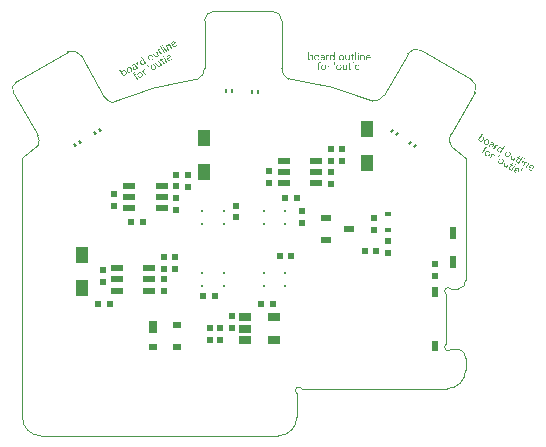
<source format=gtp>
G04*
G04 #@! TF.GenerationSoftware,Altium Limited,Altium Designer,21.2.2 (38)*
G04*
G04 Layer_Color=8421504*
%FSAX25Y25*%
%MOIN*%
G70*
G04*
G04 #@! TF.SameCoordinates,45594BEC-2849-4BF4-9243-89CCF95E6EF7*
G04*
G04*
G04 #@! TF.FilePolarity,Positive*
G04*
G01*
G75*
%ADD10C,0.00394*%
%ADD11R,0.03937X0.02362*%
%ADD12R,0.01968X0.02165*%
%ADD13R,0.02165X0.01968*%
%ADD14R,0.04331X0.05315*%
%ADD15R,0.00756X0.00756*%
%ADD16R,0.02165X0.01968*%
%ADD17R,0.03937X0.02756*%
%ADD18R,0.01968X0.02165*%
%ADD19R,0.02756X0.02362*%
%ADD20R,0.02756X0.03937*%
%ADD21R,0.01150X0.00362*%
%ADD22R,0.02134X0.03709*%
%ADD23R,0.01937X0.03906*%
%ADD24R,0.00787X0.01181*%
G04:AMPARAMS|DCode=25|XSize=7.87mil|YSize=11.81mil|CornerRadius=0mil|HoleSize=0mil|Usage=FLASHONLY|Rotation=330.000|XOffset=0mil|YOffset=0mil|HoleType=Round|Shape=Rectangle|*
%AMROTATEDRECTD25*
4,1,4,-0.00636,-0.00315,-0.00046,0.00708,0.00636,0.00315,0.00046,-0.00708,-0.00636,-0.00315,0.0*
%
%ADD25ROTATEDRECTD25*%

G04:AMPARAMS|DCode=26|XSize=7.87mil|YSize=11.81mil|CornerRadius=0mil|HoleSize=0mil|Usage=FLASHONLY|Rotation=30.000|XOffset=0mil|YOffset=0mil|HoleType=Round|Shape=Rectangle|*
%AMROTATEDRECTD26*
4,1,4,-0.00046,-0.00708,-0.00636,0.00315,0.00046,0.00708,0.00636,-0.00315,-0.00046,-0.00708,0.0*
%
%ADD26ROTATEDRECTD26*%

%ADD27R,0.02362X0.01575*%
%ADD28R,0.03543X0.02362*%
G36*
X0038342Y0118576D02*
X0038361Y0118573D01*
X0038381Y0118567D01*
X0038404Y0118557D01*
X0038427Y0118544D01*
X0038447Y0118527D01*
X0038450Y0118524D01*
X0038457Y0118517D01*
X0038463Y0118507D01*
X0038476Y0118491D01*
X0038486Y0118471D01*
X0038493Y0118448D01*
X0038499Y0118426D01*
X0038503Y0118396D01*
Y0118393D01*
Y0118383D01*
X0038499Y0118370D01*
X0038496Y0118350D01*
X0038489Y0118327D01*
X0038480Y0118307D01*
X0038467Y0118284D01*
X0038447Y0118261D01*
X0038443Y0118258D01*
X0038437Y0118255D01*
X0038427Y0118245D01*
X0038411Y0118235D01*
X0038391Y0118225D01*
X0038368Y0118219D01*
X0038345Y0118212D01*
X0038316Y0118209D01*
X0038302D01*
X0038289Y0118212D01*
X0038270Y0118216D01*
X0038250Y0118222D01*
X0038227Y0118232D01*
X0038204Y0118245D01*
X0038184Y0118261D01*
X0038181Y0118265D01*
X0038178Y0118271D01*
X0038168Y0118281D01*
X0038158Y0118298D01*
X0038148Y0118317D01*
X0038142Y0118340D01*
X0038135Y0118366D01*
X0038132Y0118396D01*
Y0118399D01*
Y0118409D01*
X0038135Y0118422D01*
X0038138Y0118442D01*
X0038145Y0118462D01*
X0038155Y0118484D01*
X0038168Y0118507D01*
X0038184Y0118527D01*
X0038188Y0118530D01*
X0038194Y0118537D01*
X0038204Y0118544D01*
X0038221Y0118553D01*
X0038240Y0118563D01*
X0038263Y0118573D01*
X0038286Y0118576D01*
X0038316Y0118580D01*
X0038329D01*
X0038342Y0118576D01*
D02*
G37*
G36*
X0030460Y0115985D02*
X0030178D01*
Y0116287D01*
X0030171D01*
X0030168Y0116284D01*
X0030161Y0116274D01*
X0030152Y0116254D01*
X0030135Y0116234D01*
X0030112Y0116208D01*
X0030086Y0116179D01*
X0030057Y0116149D01*
X0030020Y0116116D01*
X0029978Y0116084D01*
X0029935Y0116054D01*
X0029883Y0116024D01*
X0029827Y0115998D01*
X0029768Y0115979D01*
X0029702Y0115962D01*
X0029633Y0115949D01*
X0029558Y0115946D01*
X0029545D01*
X0029525Y0115949D01*
X0029502D01*
X0029476Y0115952D01*
X0029443Y0115959D01*
X0029404Y0115965D01*
X0029364Y0115975D01*
X0029325Y0115988D01*
X0029279Y0116005D01*
X0029237Y0116021D01*
X0029191Y0116044D01*
X0029148Y0116074D01*
X0029105Y0116103D01*
X0029063Y0116139D01*
X0029023Y0116182D01*
X0029020Y0116185D01*
X0029013Y0116192D01*
X0029004Y0116208D01*
X0028994Y0116225D01*
X0028977Y0116251D01*
X0028961Y0116277D01*
X0028941Y0116313D01*
X0028925Y0116352D01*
X0028905Y0116395D01*
X0028886Y0116444D01*
X0028869Y0116497D01*
X0028856Y0116556D01*
X0028843Y0116618D01*
X0028833Y0116684D01*
X0028827Y0116756D01*
X0028823Y0116831D01*
Y0116838D01*
Y0116851D01*
Y0116874D01*
X0028827Y0116903D01*
X0028830Y0116943D01*
X0028836Y0116985D01*
X0028843Y0117031D01*
X0028853Y0117084D01*
X0028879Y0117195D01*
X0028895Y0117254D01*
X0028918Y0117314D01*
X0028945Y0117373D01*
X0028974Y0117432D01*
X0029007Y0117484D01*
X0029046Y0117537D01*
X0029050Y0117540D01*
X0029056Y0117550D01*
X0029069Y0117563D01*
X0029086Y0117579D01*
X0029109Y0117599D01*
X0029135Y0117622D01*
X0029168Y0117645D01*
X0029204Y0117671D01*
X0029243Y0117694D01*
X0029289Y0117717D01*
X0029338Y0117740D01*
X0029391Y0117760D01*
X0029447Y0117779D01*
X0029506Y0117792D01*
X0029571Y0117799D01*
X0029637Y0117802D01*
X0029653D01*
X0029673Y0117799D01*
X0029696D01*
X0029729Y0117792D01*
X0029761Y0117786D01*
X0029801Y0117779D01*
X0029840Y0117766D01*
X0029886Y0117750D01*
X0029929Y0117733D01*
X0029975Y0117707D01*
X0030017Y0117681D01*
X0030060Y0117648D01*
X0030099Y0117609D01*
X0030139Y0117566D01*
X0030171Y0117514D01*
X0030178D01*
Y0118612D01*
X0030460D01*
Y0115985D01*
D02*
G37*
G36*
X0039952Y0117799D02*
X0039975Y0117796D01*
X0040005Y0117792D01*
X0040067Y0117779D01*
X0040139Y0117756D01*
X0040179Y0117740D01*
X0040215Y0117724D01*
X0040251Y0117701D01*
X0040287Y0117674D01*
X0040320Y0117645D01*
X0040349Y0117612D01*
X0040352Y0117609D01*
X0040356Y0117602D01*
X0040362Y0117592D01*
X0040372Y0117576D01*
X0040385Y0117560D01*
X0040398Y0117533D01*
X0040411Y0117507D01*
X0040428Y0117474D01*
X0040441Y0117438D01*
X0040454Y0117399D01*
X0040467Y0117353D01*
X0040480Y0117304D01*
X0040490Y0117251D01*
X0040497Y0117195D01*
X0040503Y0117136D01*
Y0117071D01*
Y0115985D01*
X0040218D01*
Y0116995D01*
Y0116999D01*
Y0117002D01*
Y0117018D01*
X0040215Y0117048D01*
X0040211Y0117084D01*
X0040205Y0117127D01*
X0040195Y0117176D01*
X0040182Y0117225D01*
X0040165Y0117281D01*
X0040146Y0117333D01*
X0040116Y0117382D01*
X0040084Y0117432D01*
X0040044Y0117474D01*
X0039995Y0117510D01*
X0039942Y0117540D01*
X0039877Y0117556D01*
X0039841Y0117563D01*
X0039785D01*
X0039769Y0117560D01*
X0039752D01*
X0039729Y0117553D01*
X0039680Y0117543D01*
X0039624Y0117524D01*
X0039565Y0117494D01*
X0039536Y0117478D01*
X0039506Y0117455D01*
X0039477Y0117432D01*
X0039450Y0117402D01*
Y0117399D01*
X0039444Y0117395D01*
X0039437Y0117386D01*
X0039428Y0117373D01*
X0039418Y0117356D01*
X0039408Y0117340D01*
X0039382Y0117291D01*
X0039355Y0117232D01*
X0039336Y0117163D01*
X0039319Y0117084D01*
X0039313Y0116995D01*
Y0115985D01*
X0039027D01*
Y0117760D01*
X0039313D01*
Y0117464D01*
X0039319D01*
X0039323Y0117468D01*
X0039329Y0117478D01*
X0039339Y0117497D01*
X0039355Y0117517D01*
X0039378Y0117543D01*
X0039405Y0117573D01*
X0039434Y0117602D01*
X0039467Y0117635D01*
X0039506Y0117665D01*
X0039549Y0117694D01*
X0039598Y0117724D01*
X0039651Y0117750D01*
X0039706Y0117773D01*
X0039769Y0117789D01*
X0039834Y0117799D01*
X0039903Y0117802D01*
X0039933D01*
X0039952Y0117799D01*
D02*
G37*
G36*
X0028528Y0117789D02*
X0028584Y0117783D01*
X0028613Y0117776D01*
X0028636Y0117766D01*
Y0117471D01*
X0028633Y0117474D01*
X0028623Y0117481D01*
X0028604Y0117491D01*
X0028581Y0117500D01*
X0028551Y0117510D01*
X0028512Y0117520D01*
X0028469Y0117527D01*
X0028420Y0117530D01*
X0028403D01*
X0028390Y0117527D01*
X0028357Y0117520D01*
X0028315Y0117507D01*
X0028266Y0117487D01*
X0028216Y0117458D01*
X0028190Y0117438D01*
X0028164Y0117415D01*
X0028138Y0117386D01*
X0028115Y0117356D01*
Y0117353D01*
X0028108Y0117350D01*
X0028105Y0117340D01*
X0028095Y0117327D01*
X0028085Y0117307D01*
X0028075Y0117287D01*
X0028066Y0117261D01*
X0028056Y0117235D01*
X0028043Y0117202D01*
X0028033Y0117169D01*
X0028023Y0117130D01*
X0028013Y0117087D01*
X0028000Y0116995D01*
X0027993Y0116890D01*
Y0115985D01*
X0027708D01*
Y0117760D01*
X0027993D01*
Y0117392D01*
X0028000D01*
Y0117395D01*
X0028003Y0117402D01*
X0028007Y0117412D01*
X0028013Y0117425D01*
X0028026Y0117458D01*
X0028046Y0117500D01*
X0028072Y0117546D01*
X0028105Y0117596D01*
X0028144Y0117645D01*
X0028187Y0117687D01*
X0028194Y0117691D01*
X0028210Y0117704D01*
X0028236Y0117720D01*
X0028269Y0117740D01*
X0028308Y0117760D01*
X0028357Y0117776D01*
X0028410Y0117789D01*
X0028466Y0117792D01*
X0028505D01*
X0028528Y0117789D01*
D02*
G37*
G36*
X0035531Y0115985D02*
X0035245D01*
Y0116264D01*
X0035239D01*
X0035236Y0116261D01*
X0035229Y0116251D01*
X0035219Y0116234D01*
X0035206Y0116215D01*
X0035186Y0116192D01*
X0035164Y0116162D01*
X0035137Y0116136D01*
X0035105Y0116106D01*
X0035068Y0116074D01*
X0035029Y0116048D01*
X0034983Y0116021D01*
X0034934Y0115995D01*
X0034878Y0115975D01*
X0034822Y0115959D01*
X0034760Y0115949D01*
X0034691Y0115946D01*
X0034665D01*
X0034632Y0115952D01*
X0034593Y0115959D01*
X0034544Y0115969D01*
X0034491Y0115985D01*
X0034435Y0116008D01*
X0034376Y0116041D01*
X0034317Y0116080D01*
X0034258Y0116129D01*
X0034206Y0116189D01*
X0034179Y0116225D01*
X0034157Y0116264D01*
X0034137Y0116303D01*
X0034117Y0116349D01*
X0034101Y0116398D01*
X0034084Y0116448D01*
X0034075Y0116503D01*
X0034065Y0116566D01*
X0034061Y0116628D01*
X0034058Y0116697D01*
Y0117760D01*
X0034340D01*
Y0116743D01*
Y0116736D01*
Y0116720D01*
X0034343Y0116690D01*
X0034347Y0116654D01*
X0034353Y0116612D01*
X0034363Y0116566D01*
X0034376Y0116513D01*
X0034393Y0116464D01*
X0034416Y0116411D01*
X0034445Y0116359D01*
X0034481Y0116313D01*
X0034521Y0116270D01*
X0034570Y0116234D01*
X0034629Y0116205D01*
X0034694Y0116189D01*
X0034731Y0116185D01*
X0034770Y0116182D01*
X0034790D01*
X0034806Y0116185D01*
X0034842Y0116189D01*
X0034891Y0116202D01*
X0034944Y0116218D01*
X0034999Y0116244D01*
X0035059Y0116284D01*
X0035085Y0116307D01*
X0035111Y0116333D01*
Y0116336D01*
X0035118Y0116339D01*
X0035124Y0116349D01*
X0035131Y0116362D01*
X0035154Y0116395D01*
X0035180Y0116441D01*
X0035203Y0116500D01*
X0035226Y0116569D01*
X0035239Y0116648D01*
X0035245Y0116736D01*
Y0117760D01*
X0035531D01*
Y0115985D01*
D02*
G37*
G36*
X0038453D02*
X0038168D01*
Y0117760D01*
X0038453D01*
Y0115985D01*
D02*
G37*
G36*
X0037594D02*
X0037309D01*
Y0118612D01*
X0037594D01*
Y0115985D01*
D02*
G37*
G36*
X0026606Y0117799D02*
X0026645Y0117792D01*
X0026691Y0117783D01*
X0026744Y0117766D01*
X0026803Y0117746D01*
X0026862Y0117720D01*
X0026918Y0117684D01*
X0026977Y0117641D01*
X0027029Y0117586D01*
X0027075Y0117524D01*
X0027114Y0117448D01*
X0027131Y0117405D01*
X0027147Y0117359D01*
X0027157Y0117310D01*
X0027167Y0117258D01*
X0027170Y0117199D01*
X0027173Y0117140D01*
Y0115985D01*
X0026888D01*
Y0116261D01*
X0026882D01*
X0026878Y0116257D01*
X0026872Y0116247D01*
X0026862Y0116231D01*
X0026845Y0116211D01*
X0026826Y0116189D01*
X0026803Y0116162D01*
X0026777Y0116133D01*
X0026744Y0116103D01*
X0026708Y0116074D01*
X0026665Y0116044D01*
X0026622Y0116018D01*
X0026573Y0115995D01*
X0026517Y0115975D01*
X0026462Y0115959D01*
X0026399Y0115949D01*
X0026334Y0115946D01*
X0026307D01*
X0026291Y0115949D01*
X0026268D01*
X0026242Y0115952D01*
X0026183Y0115962D01*
X0026117Y0115979D01*
X0026048Y0116005D01*
X0025983Y0116038D01*
X0025921Y0116084D01*
Y0116087D01*
X0025914Y0116090D01*
X0025897Y0116110D01*
X0025871Y0116139D01*
X0025845Y0116182D01*
X0025819Y0116234D01*
X0025793Y0116297D01*
X0025776Y0116372D01*
X0025773Y0116411D01*
X0025770Y0116454D01*
Y0116461D01*
Y0116477D01*
X0025773Y0116500D01*
X0025779Y0116533D01*
X0025786Y0116572D01*
X0025799Y0116615D01*
X0025819Y0116664D01*
X0025842Y0116713D01*
X0025875Y0116766D01*
X0025914Y0116815D01*
X0025960Y0116864D01*
X0026019Y0116910D01*
X0026085Y0116949D01*
X0026163Y0116985D01*
X0026255Y0117015D01*
X0026304Y0117025D01*
X0026357Y0117035D01*
X0026888Y0117110D01*
Y0117117D01*
Y0117130D01*
X0026885Y0117153D01*
X0026882Y0117182D01*
X0026878Y0117215D01*
X0026868Y0117254D01*
X0026859Y0117294D01*
X0026842Y0117336D01*
X0026823Y0117379D01*
X0026799Y0117419D01*
X0026770Y0117458D01*
X0026734Y0117491D01*
X0026691Y0117520D01*
X0026645Y0117543D01*
X0026590Y0117556D01*
X0026524Y0117563D01*
X0026491D01*
X0026468Y0117560D01*
X0026442Y0117556D01*
X0026409Y0117550D01*
X0026373Y0117543D01*
X0026331Y0117537D01*
X0026242Y0117510D01*
X0026193Y0117491D01*
X0026144Y0117471D01*
X0026094Y0117445D01*
X0026042Y0117415D01*
X0025993Y0117382D01*
X0025943Y0117343D01*
Y0117635D01*
X0025947Y0117638D01*
X0025957Y0117641D01*
X0025970Y0117651D01*
X0025989Y0117661D01*
X0026016Y0117674D01*
X0026045Y0117687D01*
X0026078Y0117704D01*
X0026117Y0117720D01*
X0026160Y0117733D01*
X0026206Y0117750D01*
X0026255Y0117763D01*
X0026307Y0117776D01*
X0026422Y0117796D01*
X0026485Y0117799D01*
X0026547Y0117802D01*
X0026573D01*
X0026606Y0117799D01*
D02*
G37*
G36*
X0036482Y0117760D02*
X0036928D01*
Y0117517D01*
X0036482D01*
Y0116516D01*
Y0116513D01*
Y0116510D01*
Y0116500D01*
Y0116487D01*
X0036485Y0116454D01*
X0036489Y0116418D01*
X0036495Y0116376D01*
X0036508Y0116333D01*
X0036521Y0116294D01*
X0036541Y0116261D01*
X0036544Y0116257D01*
X0036554Y0116247D01*
X0036567Y0116238D01*
X0036590Y0116225D01*
X0036620Y0116208D01*
X0036653Y0116198D01*
X0036695Y0116189D01*
X0036744Y0116185D01*
X0036764D01*
X0036784Y0116189D01*
X0036807Y0116192D01*
X0036836Y0116198D01*
X0036869Y0116211D01*
X0036899Y0116225D01*
X0036928Y0116244D01*
Y0116001D01*
X0036925Y0115998D01*
X0036912Y0115995D01*
X0036889Y0115985D01*
X0036859Y0115975D01*
X0036820Y0115965D01*
X0036777Y0115959D01*
X0036725Y0115952D01*
X0036666Y0115949D01*
X0036646D01*
X0036623Y0115952D01*
X0036594Y0115959D01*
X0036557Y0115965D01*
X0036518Y0115975D01*
X0036476Y0115992D01*
X0036433Y0116015D01*
X0036387Y0116041D01*
X0036344Y0116077D01*
X0036305Y0116116D01*
X0036269Y0116169D01*
X0036239Y0116228D01*
X0036216Y0116297D01*
X0036203Y0116376D01*
X0036197Y0116467D01*
Y0117517D01*
X0035892D01*
Y0117760D01*
X0036197D01*
Y0118193D01*
X0036482Y0118284D01*
Y0117760D01*
D02*
G37*
G36*
X0041796Y0117799D02*
X0041822Y0117796D01*
X0041858Y0117789D01*
X0041894Y0117783D01*
X0041933Y0117773D01*
X0041976Y0117763D01*
X0042022Y0117746D01*
X0042065Y0117730D01*
X0042111Y0117707D01*
X0042153Y0117681D01*
X0042196Y0117651D01*
X0042239Y0117615D01*
X0042275Y0117576D01*
X0042278Y0117573D01*
X0042284Y0117566D01*
X0042291Y0117553D01*
X0042304Y0117533D01*
X0042317Y0117510D01*
X0042334Y0117484D01*
X0042353Y0117451D01*
X0042370Y0117412D01*
X0042386Y0117369D01*
X0042406Y0117323D01*
X0042422Y0117271D01*
X0042435Y0117215D01*
X0042448Y0117156D01*
X0042458Y0117090D01*
X0042461Y0117022D01*
X0042465Y0116949D01*
Y0116802D01*
X0041212D01*
Y0116799D01*
Y0116789D01*
X0041215Y0116772D01*
Y0116753D01*
X0041218Y0116726D01*
X0041222Y0116700D01*
X0041235Y0116631D01*
X0041254Y0116559D01*
X0041281Y0116484D01*
X0041320Y0116408D01*
X0041343Y0116376D01*
X0041369Y0116343D01*
X0041373Y0116339D01*
X0041376Y0116336D01*
X0041386Y0116330D01*
X0041399Y0116316D01*
X0041412Y0116307D01*
X0041432Y0116294D01*
X0041481Y0116264D01*
X0041540Y0116234D01*
X0041612Y0116208D01*
X0041697Y0116189D01*
X0041743Y0116185D01*
X0041792Y0116182D01*
X0041822D01*
X0041842Y0116185D01*
X0041868Y0116189D01*
X0041901Y0116192D01*
X0041933Y0116198D01*
X0041973Y0116208D01*
X0042058Y0116231D01*
X0042104Y0116247D01*
X0042150Y0116264D01*
X0042199Y0116287D01*
X0042248Y0116313D01*
X0042294Y0116343D01*
X0042343Y0116379D01*
Y0116113D01*
X0042340Y0116110D01*
X0042334Y0116106D01*
X0042320Y0116097D01*
X0042301Y0116087D01*
X0042278Y0116074D01*
X0042248Y0116061D01*
X0042215Y0116044D01*
X0042179Y0116031D01*
X0042137Y0116015D01*
X0042091Y0115998D01*
X0042038Y0115985D01*
X0041983Y0115972D01*
X0041924Y0115962D01*
X0041861Y0115952D01*
X0041796Y0115949D01*
X0041723Y0115946D01*
X0041707D01*
X0041687Y0115949D01*
X0041661D01*
X0041628Y0115952D01*
X0041592Y0115959D01*
X0041553Y0115965D01*
X0041507Y0115975D01*
X0041461Y0115988D01*
X0041412Y0116005D01*
X0041363Y0116024D01*
X0041313Y0116048D01*
X0041264Y0116074D01*
X0041218Y0116106D01*
X0041173Y0116143D01*
X0041130Y0116185D01*
X0041127Y0116189D01*
X0041120Y0116195D01*
X0041110Y0116211D01*
X0041097Y0116231D01*
X0041081Y0116254D01*
X0041061Y0116284D01*
X0041045Y0116320D01*
X0041025Y0116359D01*
X0041002Y0116405D01*
X0040986Y0116457D01*
X0040966Y0116513D01*
X0040949Y0116572D01*
X0040936Y0116638D01*
X0040927Y0116710D01*
X0040920Y0116785D01*
X0040917Y0116864D01*
Y0116867D01*
Y0116884D01*
X0040920Y0116903D01*
Y0116933D01*
X0040923Y0116969D01*
X0040930Y0117008D01*
X0040936Y0117054D01*
X0040946Y0117104D01*
X0040959Y0117156D01*
X0040976Y0117212D01*
X0040992Y0117268D01*
X0041015Y0117327D01*
X0041045Y0117382D01*
X0041074Y0117435D01*
X0041110Y0117491D01*
X0041153Y0117540D01*
X0041156Y0117543D01*
X0041163Y0117550D01*
X0041176Y0117563D01*
X0041195Y0117582D01*
X0041218Y0117602D01*
X0041245Y0117622D01*
X0041277Y0117648D01*
X0041313Y0117671D01*
X0041356Y0117694D01*
X0041399Y0117720D01*
X0041448Y0117740D01*
X0041500Y0117763D01*
X0041553Y0117779D01*
X0041612Y0117792D01*
X0041674Y0117799D01*
X0041737Y0117802D01*
X0041769D01*
X0041796Y0117799D01*
D02*
G37*
G36*
X0032861D02*
X0032894Y0117796D01*
X0032933Y0117789D01*
X0032976Y0117783D01*
X0033022Y0117773D01*
X0033071Y0117760D01*
X0033120Y0117743D01*
X0033173Y0117724D01*
X0033225Y0117697D01*
X0033274Y0117671D01*
X0033323Y0117638D01*
X0033373Y0117599D01*
X0033415Y0117556D01*
X0033419Y0117553D01*
X0033425Y0117546D01*
X0033435Y0117530D01*
X0033451Y0117510D01*
X0033468Y0117487D01*
X0033487Y0117458D01*
X0033507Y0117422D01*
X0033527Y0117379D01*
X0033547Y0117333D01*
X0033569Y0117284D01*
X0033586Y0117228D01*
X0033602Y0117166D01*
X0033619Y0117104D01*
X0033628Y0117031D01*
X0033635Y0116956D01*
X0033638Y0116877D01*
Y0116874D01*
Y0116858D01*
Y0116838D01*
X0033635Y0116808D01*
X0033632Y0116772D01*
X0033625Y0116730D01*
X0033619Y0116684D01*
X0033609Y0116635D01*
X0033596Y0116582D01*
X0033579Y0116526D01*
X0033560Y0116471D01*
X0033537Y0116411D01*
X0033510Y0116356D01*
X0033478Y0116300D01*
X0033441Y0116247D01*
X0033399Y0116198D01*
X0033396Y0116195D01*
X0033389Y0116189D01*
X0033373Y0116175D01*
X0033356Y0116159D01*
X0033330Y0116139D01*
X0033301Y0116120D01*
X0033268Y0116097D01*
X0033228Y0116074D01*
X0033186Y0116048D01*
X0033136Y0116024D01*
X0033084Y0116005D01*
X0033028Y0115985D01*
X0032966Y0115969D01*
X0032900Y0115956D01*
X0032831Y0115949D01*
X0032756Y0115946D01*
X0032740D01*
X0032717Y0115949D01*
X0032690D01*
X0032658Y0115952D01*
X0032618Y0115959D01*
X0032576Y0115965D01*
X0032530Y0115975D01*
X0032480Y0115988D01*
X0032428Y0116005D01*
X0032375Y0116024D01*
X0032323Y0116051D01*
X0032271Y0116077D01*
X0032221Y0116110D01*
X0032172Y0116149D01*
X0032126Y0116192D01*
X0032123Y0116195D01*
X0032116Y0116205D01*
X0032103Y0116218D01*
X0032090Y0116238D01*
X0032070Y0116261D01*
X0032051Y0116294D01*
X0032031Y0116326D01*
X0032008Y0116369D01*
X0031985Y0116411D01*
X0031966Y0116464D01*
X0031946Y0116516D01*
X0031926Y0116576D01*
X0031913Y0116638D01*
X0031900Y0116707D01*
X0031893Y0116776D01*
X0031890Y0116851D01*
Y0116858D01*
Y0116871D01*
X0031893Y0116894D01*
Y0116923D01*
X0031897Y0116963D01*
X0031903Y0117005D01*
X0031910Y0117054D01*
X0031920Y0117107D01*
X0031933Y0117159D01*
X0031949Y0117218D01*
X0031969Y0117277D01*
X0031992Y0117333D01*
X0032021Y0117392D01*
X0032054Y0117448D01*
X0032090Y0117500D01*
X0032133Y0117550D01*
X0032136Y0117553D01*
X0032146Y0117560D01*
X0032159Y0117573D01*
X0032179Y0117589D01*
X0032202Y0117609D01*
X0032231Y0117628D01*
X0032267Y0117651D01*
X0032307Y0117678D01*
X0032353Y0117701D01*
X0032402Y0117724D01*
X0032458Y0117743D01*
X0032517Y0117763D01*
X0032579Y0117779D01*
X0032648Y0117792D01*
X0032720Y0117799D01*
X0032795Y0117802D01*
X0032835D01*
X0032861Y0117799D01*
D02*
G37*
G36*
X0024667D02*
X0024700Y0117796D01*
X0024740Y0117789D01*
X0024782Y0117783D01*
X0024828Y0117773D01*
X0024877Y0117760D01*
X0024927Y0117743D01*
X0024979Y0117724D01*
X0025032Y0117697D01*
X0025081Y0117671D01*
X0025130Y0117638D01*
X0025179Y0117599D01*
X0025222Y0117556D01*
X0025225Y0117553D01*
X0025232Y0117546D01*
X0025242Y0117530D01*
X0025258Y0117510D01*
X0025274Y0117487D01*
X0025294Y0117458D01*
X0025314Y0117422D01*
X0025333Y0117379D01*
X0025353Y0117333D01*
X0025376Y0117284D01*
X0025392Y0117228D01*
X0025409Y0117166D01*
X0025425Y0117104D01*
X0025435Y0117031D01*
X0025442Y0116956D01*
X0025445Y0116877D01*
Y0116874D01*
Y0116858D01*
Y0116838D01*
X0025442Y0116808D01*
X0025438Y0116772D01*
X0025432Y0116730D01*
X0025425Y0116684D01*
X0025415Y0116635D01*
X0025402Y0116582D01*
X0025386Y0116526D01*
X0025366Y0116471D01*
X0025343Y0116411D01*
X0025317Y0116356D01*
X0025284Y0116300D01*
X0025248Y0116247D01*
X0025205Y0116198D01*
X0025202Y0116195D01*
X0025196Y0116189D01*
X0025179Y0116175D01*
X0025163Y0116159D01*
X0025137Y0116139D01*
X0025107Y0116120D01*
X0025074Y0116097D01*
X0025035Y0116074D01*
X0024992Y0116048D01*
X0024943Y0116024D01*
X0024891Y0116005D01*
X0024835Y0115985D01*
X0024772Y0115969D01*
X0024707Y0115956D01*
X0024638Y0115949D01*
X0024563Y0115946D01*
X0024546D01*
X0024523Y0115949D01*
X0024497D01*
X0024464Y0115952D01*
X0024425Y0115959D01*
X0024382Y0115965D01*
X0024336Y0115975D01*
X0024287Y0115988D01*
X0024235Y0116005D01*
X0024182Y0116024D01*
X0024130Y0116051D01*
X0024077Y0116077D01*
X0024028Y0116110D01*
X0023979Y0116149D01*
X0023933Y0116192D01*
X0023930Y0116195D01*
X0023923Y0116205D01*
X0023910Y0116218D01*
X0023897Y0116238D01*
X0023877Y0116261D01*
X0023857Y0116294D01*
X0023838Y0116326D01*
X0023815Y0116369D01*
X0023792Y0116411D01*
X0023772Y0116464D01*
X0023752Y0116516D01*
X0023733Y0116576D01*
X0023720Y0116638D01*
X0023707Y0116707D01*
X0023700Y0116776D01*
X0023697Y0116851D01*
Y0116858D01*
Y0116871D01*
X0023700Y0116894D01*
Y0116923D01*
X0023703Y0116963D01*
X0023710Y0117005D01*
X0023716Y0117054D01*
X0023726Y0117107D01*
X0023739Y0117159D01*
X0023756Y0117218D01*
X0023775Y0117277D01*
X0023798Y0117333D01*
X0023828Y0117392D01*
X0023861Y0117448D01*
X0023897Y0117500D01*
X0023939Y0117550D01*
X0023943Y0117553D01*
X0023953Y0117560D01*
X0023966Y0117573D01*
X0023985Y0117589D01*
X0024008Y0117609D01*
X0024038Y0117628D01*
X0024074Y0117651D01*
X0024113Y0117678D01*
X0024159Y0117701D01*
X0024208Y0117724D01*
X0024264Y0117743D01*
X0024323Y0117763D01*
X0024385Y0117779D01*
X0024454Y0117792D01*
X0024527Y0117799D01*
X0024602Y0117802D01*
X0024641D01*
X0024667Y0117799D01*
D02*
G37*
G36*
X0022014Y0117448D02*
X0022021D01*
X0022024Y0117451D01*
X0022030Y0117464D01*
X0022043Y0117481D01*
X0022060Y0117504D01*
X0022083Y0117530D01*
X0022109Y0117560D01*
X0022139Y0117592D01*
X0022175Y0117625D01*
X0022217Y0117658D01*
X0022263Y0117691D01*
X0022312Y0117720D01*
X0022368Y0117746D01*
X0022427Y0117770D01*
X0022493Y0117786D01*
X0022562Y0117799D01*
X0022634Y0117802D01*
X0022667D01*
X0022690Y0117799D01*
X0022719Y0117796D01*
X0022752Y0117789D01*
X0022791Y0117783D01*
X0022831Y0117773D01*
X0022873Y0117760D01*
X0022916Y0117743D01*
X0022962Y0117724D01*
X0023005Y0117701D01*
X0023047Y0117674D01*
X0023090Y0117641D01*
X0023133Y0117605D01*
X0023169Y0117563D01*
X0023172Y0117560D01*
X0023178Y0117553D01*
X0023185Y0117537D01*
X0023198Y0117520D01*
X0023214Y0117494D01*
X0023231Y0117468D01*
X0023247Y0117432D01*
X0023267Y0117392D01*
X0023283Y0117350D01*
X0023300Y0117300D01*
X0023316Y0117248D01*
X0023333Y0117192D01*
X0023346Y0117130D01*
X0023352Y0117064D01*
X0023359Y0116995D01*
X0023362Y0116923D01*
Y0116917D01*
Y0116903D01*
Y0116881D01*
X0023359Y0116851D01*
X0023356Y0116812D01*
X0023352Y0116769D01*
X0023346Y0116720D01*
X0023336Y0116667D01*
X0023310Y0116553D01*
X0023293Y0116493D01*
X0023270Y0116435D01*
X0023247Y0116376D01*
X0023218Y0116320D01*
X0023185Y0116264D01*
X0023146Y0116211D01*
X0023142Y0116208D01*
X0023136Y0116202D01*
X0023123Y0116189D01*
X0023106Y0116169D01*
X0023083Y0116149D01*
X0023057Y0116126D01*
X0023028Y0116103D01*
X0022991Y0116080D01*
X0022949Y0116054D01*
X0022906Y0116031D01*
X0022857Y0116008D01*
X0022805Y0115988D01*
X0022745Y0115972D01*
X0022686Y0115959D01*
X0022621Y0115949D01*
X0022552Y0115946D01*
X0022535D01*
X0022519Y0115949D01*
X0022493D01*
X0022467Y0115956D01*
X0022431Y0115962D01*
X0022395Y0115972D01*
X0022355Y0115982D01*
X0022312Y0115998D01*
X0022267Y0116018D01*
X0022224Y0116041D01*
X0022181Y0116070D01*
X0022135Y0116103D01*
X0022096Y0116143D01*
X0022057Y0116189D01*
X0022021Y0116241D01*
X0022014D01*
Y0115985D01*
X0021729D01*
Y0118612D01*
X0022014D01*
Y0117448D01*
D02*
G37*
G36*
X0025704Y0115445D02*
X0025737Y0115442D01*
X0025770Y0115435D01*
X0025806Y0115426D01*
X0025835Y0115416D01*
Y0115160D01*
X0025832Y0115163D01*
X0025819Y0115166D01*
X0025802Y0115173D01*
X0025779Y0115183D01*
X0025750Y0115193D01*
X0025720Y0115199D01*
X0025684Y0115202D01*
X0025645Y0115206D01*
X0025632D01*
X0025619Y0115202D01*
X0025599Y0115199D01*
X0025576Y0115196D01*
X0025550Y0115186D01*
X0025524Y0115173D01*
X0025497Y0115160D01*
X0025468Y0115140D01*
X0025442Y0115114D01*
X0025415Y0115084D01*
X0025392Y0115048D01*
X0025373Y0115006D01*
X0025360Y0114956D01*
X0025350Y0114898D01*
X0025346Y0114832D01*
Y0114556D01*
X0025763D01*
Y0114314D01*
X0025346D01*
Y0112782D01*
X0025064D01*
Y0114314D01*
X0024763D01*
Y0114556D01*
X0025064D01*
Y0114845D01*
Y0114848D01*
Y0114858D01*
Y0114871D01*
X0025068Y0114891D01*
X0025071Y0114914D01*
X0025074Y0114943D01*
X0025084Y0115006D01*
X0025104Y0115075D01*
X0025133Y0115147D01*
X0025150Y0115183D01*
X0025173Y0115219D01*
X0025196Y0115252D01*
X0025225Y0115285D01*
X0025228Y0115288D01*
X0025232Y0115291D01*
X0025242Y0115301D01*
X0025255Y0115311D01*
X0025271Y0115324D01*
X0025287Y0115337D01*
X0025337Y0115366D01*
X0025396Y0115396D01*
X0025465Y0115422D01*
X0025543Y0115442D01*
X0025583Y0115445D01*
X0025629Y0115448D01*
X0025675D01*
X0025704Y0115445D01*
D02*
G37*
G36*
X0036649Y0115373D02*
X0036669Y0115370D01*
X0036689Y0115363D01*
X0036712Y0115353D01*
X0036735Y0115340D01*
X0036754Y0115324D01*
X0036758Y0115321D01*
X0036764Y0115314D01*
X0036771Y0115304D01*
X0036784Y0115288D01*
X0036794Y0115268D01*
X0036800Y0115245D01*
X0036807Y0115222D01*
X0036810Y0115193D01*
Y0115189D01*
Y0115180D01*
X0036807Y0115166D01*
X0036803Y0115147D01*
X0036797Y0115124D01*
X0036787Y0115104D01*
X0036774Y0115081D01*
X0036754Y0115058D01*
X0036751Y0115055D01*
X0036744Y0115052D01*
X0036735Y0115042D01*
X0036718Y0115032D01*
X0036699Y0115022D01*
X0036676Y0115016D01*
X0036653Y0115009D01*
X0036623Y0115006D01*
X0036610D01*
X0036597Y0115009D01*
X0036577Y0115012D01*
X0036557Y0115019D01*
X0036535Y0115029D01*
X0036512Y0115042D01*
X0036492Y0115058D01*
X0036489Y0115061D01*
X0036485Y0115068D01*
X0036476Y0115078D01*
X0036466Y0115094D01*
X0036456Y0115114D01*
X0036449Y0115137D01*
X0036443Y0115163D01*
X0036439Y0115193D01*
Y0115196D01*
Y0115206D01*
X0036443Y0115219D01*
X0036446Y0115239D01*
X0036453Y0115258D01*
X0036462Y0115281D01*
X0036476Y0115304D01*
X0036492Y0115324D01*
X0036495Y0115327D01*
X0036502Y0115334D01*
X0036512Y0115340D01*
X0036528Y0115350D01*
X0036548Y0115360D01*
X0036571Y0115370D01*
X0036594Y0115373D01*
X0036623Y0115376D01*
X0036636D01*
X0036649Y0115373D01*
D02*
G37*
G36*
X0039437Y0114491D02*
X0039188D01*
Y0115268D01*
X0039437D01*
Y0114491D01*
D02*
G37*
G36*
X0030608D02*
X0030358D01*
Y0115268D01*
X0030608D01*
Y0114491D01*
D02*
G37*
G36*
X0028971Y0114586D02*
X0029027Y0114579D01*
X0029056Y0114573D01*
X0029079Y0114563D01*
Y0114268D01*
X0029076Y0114271D01*
X0029066Y0114278D01*
X0029046Y0114287D01*
X0029023Y0114297D01*
X0028994Y0114307D01*
X0028954Y0114317D01*
X0028912Y0114323D01*
X0028863Y0114327D01*
X0028846D01*
X0028833Y0114323D01*
X0028800Y0114317D01*
X0028758Y0114304D01*
X0028708Y0114284D01*
X0028659Y0114255D01*
X0028633Y0114235D01*
X0028607Y0114212D01*
X0028581Y0114182D01*
X0028558Y0114153D01*
Y0114150D01*
X0028551Y0114146D01*
X0028548Y0114137D01*
X0028538Y0114123D01*
X0028528Y0114104D01*
X0028518Y0114084D01*
X0028508Y0114058D01*
X0028499Y0114032D01*
X0028485Y0113999D01*
X0028476Y0113966D01*
X0028466Y0113927D01*
X0028456Y0113884D01*
X0028443Y0113792D01*
X0028436Y0113687D01*
Y0112782D01*
X0028151D01*
Y0114556D01*
X0028436D01*
Y0114189D01*
X0028443D01*
Y0114192D01*
X0028446Y0114199D01*
X0028449Y0114209D01*
X0028456Y0114222D01*
X0028469Y0114255D01*
X0028489Y0114297D01*
X0028515Y0114343D01*
X0028548Y0114392D01*
X0028587Y0114442D01*
X0028630Y0114484D01*
X0028636Y0114488D01*
X0028653Y0114501D01*
X0028679Y0114517D01*
X0028712Y0114537D01*
X0028751Y0114556D01*
X0028800Y0114573D01*
X0028853Y0114586D01*
X0028909Y0114589D01*
X0028948D01*
X0028971Y0114586D01*
D02*
G37*
G36*
X0034698Y0112782D02*
X0034412D01*
Y0113061D01*
X0034406D01*
X0034403Y0113057D01*
X0034396Y0113048D01*
X0034386Y0113031D01*
X0034373Y0113012D01*
X0034353Y0112988D01*
X0034330Y0112959D01*
X0034304Y0112933D01*
X0034271Y0112903D01*
X0034235Y0112870D01*
X0034196Y0112844D01*
X0034150Y0112818D01*
X0034101Y0112792D01*
X0034045Y0112772D01*
X0033989Y0112756D01*
X0033927Y0112746D01*
X0033858Y0112742D01*
X0033832D01*
X0033799Y0112749D01*
X0033760Y0112756D01*
X0033711Y0112766D01*
X0033658Y0112782D01*
X0033602Y0112805D01*
X0033543Y0112838D01*
X0033484Y0112877D01*
X0033425Y0112926D01*
X0033373Y0112985D01*
X0033346Y0113021D01*
X0033323Y0113061D01*
X0033304Y0113100D01*
X0033284Y0113146D01*
X0033268Y0113195D01*
X0033251Y0113244D01*
X0033241Y0113300D01*
X0033232Y0113362D01*
X0033228Y0113425D01*
X0033225Y0113494D01*
Y0114556D01*
X0033507D01*
Y0113540D01*
Y0113533D01*
Y0113517D01*
X0033510Y0113487D01*
X0033514Y0113451D01*
X0033520Y0113408D01*
X0033530Y0113362D01*
X0033543Y0113310D01*
X0033560Y0113261D01*
X0033583Y0113208D01*
X0033612Y0113156D01*
X0033648Y0113110D01*
X0033687Y0113067D01*
X0033737Y0113031D01*
X0033796Y0113002D01*
X0033861Y0112985D01*
X0033897Y0112982D01*
X0033937Y0112979D01*
X0033957D01*
X0033973Y0112982D01*
X0034009Y0112985D01*
X0034058Y0112998D01*
X0034111Y0113015D01*
X0034166Y0113041D01*
X0034225Y0113080D01*
X0034252Y0113103D01*
X0034278Y0113130D01*
Y0113133D01*
X0034284Y0113136D01*
X0034291Y0113146D01*
X0034298Y0113159D01*
X0034321Y0113192D01*
X0034347Y0113238D01*
X0034370Y0113297D01*
X0034393Y0113366D01*
X0034406Y0113444D01*
X0034412Y0113533D01*
Y0114556D01*
X0034698D01*
Y0112782D01*
D02*
G37*
G36*
X0036761D02*
X0036476D01*
Y0114556D01*
X0036761D01*
Y0112782D01*
D02*
G37*
G36*
X0035649Y0114556D02*
X0036095D01*
Y0114314D01*
X0035649D01*
Y0113313D01*
Y0113310D01*
Y0113307D01*
Y0113297D01*
Y0113284D01*
X0035652Y0113251D01*
X0035656Y0113215D01*
X0035662Y0113172D01*
X0035675Y0113130D01*
X0035688Y0113090D01*
X0035708Y0113057D01*
X0035711Y0113054D01*
X0035721Y0113044D01*
X0035734Y0113034D01*
X0035757Y0113021D01*
X0035787Y0113005D01*
X0035820Y0112995D01*
X0035862Y0112985D01*
X0035911Y0112982D01*
X0035931D01*
X0035951Y0112985D01*
X0035974Y0112988D01*
X0036003Y0112995D01*
X0036036Y0113008D01*
X0036066Y0113021D01*
X0036095Y0113041D01*
Y0112798D01*
X0036092Y0112795D01*
X0036079Y0112792D01*
X0036056Y0112782D01*
X0036026Y0112772D01*
X0035987Y0112762D01*
X0035944Y0112756D01*
X0035892Y0112749D01*
X0035833Y0112746D01*
X0035813D01*
X0035790Y0112749D01*
X0035761Y0112756D01*
X0035724Y0112762D01*
X0035685Y0112772D01*
X0035642Y0112788D01*
X0035600Y0112811D01*
X0035554Y0112838D01*
X0035511Y0112874D01*
X0035472Y0112913D01*
X0035436Y0112966D01*
X0035406Y0113025D01*
X0035383Y0113093D01*
X0035370Y0113172D01*
X0035364Y0113264D01*
Y0114314D01*
X0035059D01*
Y0114556D01*
X0035364D01*
Y0114989D01*
X0035649Y0115081D01*
Y0114556D01*
D02*
G37*
G36*
X0038093Y0114596D02*
X0038119Y0114592D01*
X0038155Y0114586D01*
X0038191Y0114579D01*
X0038230Y0114569D01*
X0038273Y0114560D01*
X0038319Y0114543D01*
X0038361Y0114527D01*
X0038407Y0114504D01*
X0038450Y0114478D01*
X0038493Y0114448D01*
X0038535Y0114412D01*
X0038571Y0114373D01*
X0038575Y0114369D01*
X0038581Y0114363D01*
X0038588Y0114350D01*
X0038601Y0114330D01*
X0038614Y0114307D01*
X0038631Y0114281D01*
X0038650Y0114248D01*
X0038667Y0114209D01*
X0038683Y0114166D01*
X0038703Y0114120D01*
X0038719Y0114068D01*
X0038732Y0114012D01*
X0038745Y0113953D01*
X0038755Y0113887D01*
X0038758Y0113818D01*
X0038762Y0113746D01*
Y0113599D01*
X0037509D01*
Y0113595D01*
Y0113585D01*
X0037512Y0113569D01*
Y0113549D01*
X0037515Y0113523D01*
X0037519Y0113497D01*
X0037532Y0113428D01*
X0037551Y0113356D01*
X0037578Y0113280D01*
X0037617Y0113205D01*
X0037640Y0113172D01*
X0037666Y0113139D01*
X0037669Y0113136D01*
X0037673Y0113133D01*
X0037683Y0113126D01*
X0037696Y0113113D01*
X0037709Y0113103D01*
X0037729Y0113090D01*
X0037778Y0113061D01*
X0037837Y0113031D01*
X0037909Y0113005D01*
X0037994Y0112985D01*
X0038040Y0112982D01*
X0038089Y0112979D01*
X0038119D01*
X0038138Y0112982D01*
X0038165Y0112985D01*
X0038197Y0112988D01*
X0038230Y0112995D01*
X0038270Y0113005D01*
X0038355Y0113028D01*
X0038401Y0113044D01*
X0038447Y0113061D01*
X0038496Y0113084D01*
X0038545Y0113110D01*
X0038591Y0113139D01*
X0038640Y0113175D01*
Y0112910D01*
X0038637Y0112907D01*
X0038631Y0112903D01*
X0038617Y0112893D01*
X0038598Y0112884D01*
X0038575Y0112870D01*
X0038545Y0112857D01*
X0038512Y0112841D01*
X0038476Y0112828D01*
X0038434Y0112811D01*
X0038388Y0112795D01*
X0038335Y0112782D01*
X0038280Y0112769D01*
X0038221Y0112759D01*
X0038158Y0112749D01*
X0038093Y0112746D01*
X0038020Y0112742D01*
X0038004D01*
X0037984Y0112746D01*
X0037958D01*
X0037925Y0112749D01*
X0037889Y0112756D01*
X0037850Y0112762D01*
X0037804Y0112772D01*
X0037758Y0112785D01*
X0037709Y0112802D01*
X0037660Y0112821D01*
X0037610Y0112844D01*
X0037561Y0112870D01*
X0037515Y0112903D01*
X0037469Y0112939D01*
X0037427Y0112982D01*
X0037423Y0112985D01*
X0037417Y0112992D01*
X0037407Y0113008D01*
X0037394Y0113028D01*
X0037378Y0113051D01*
X0037358Y0113080D01*
X0037341Y0113116D01*
X0037322Y0113156D01*
X0037299Y0113202D01*
X0037282Y0113254D01*
X0037263Y0113310D01*
X0037246Y0113369D01*
X0037233Y0113435D01*
X0037223Y0113507D01*
X0037217Y0113582D01*
X0037214Y0113661D01*
Y0113664D01*
Y0113681D01*
X0037217Y0113700D01*
Y0113730D01*
X0037220Y0113766D01*
X0037227Y0113805D01*
X0037233Y0113851D01*
X0037243Y0113900D01*
X0037256Y0113953D01*
X0037273Y0114009D01*
X0037289Y0114064D01*
X0037312Y0114123D01*
X0037341Y0114179D01*
X0037371Y0114232D01*
X0037407Y0114287D01*
X0037450Y0114337D01*
X0037453Y0114340D01*
X0037459Y0114346D01*
X0037473Y0114360D01*
X0037492Y0114379D01*
X0037515Y0114399D01*
X0037541Y0114419D01*
X0037574Y0114445D01*
X0037610Y0114468D01*
X0037653Y0114491D01*
X0037696Y0114517D01*
X0037745Y0114537D01*
X0037797Y0114560D01*
X0037850Y0114576D01*
X0037909Y0114589D01*
X0037971Y0114596D01*
X0038034Y0114599D01*
X0038066D01*
X0038093Y0114596D01*
D02*
G37*
G36*
X0032028D02*
X0032061Y0114592D01*
X0032100Y0114586D01*
X0032143Y0114579D01*
X0032189Y0114569D01*
X0032238Y0114556D01*
X0032287Y0114540D01*
X0032339Y0114520D01*
X0032392Y0114494D01*
X0032441Y0114468D01*
X0032490Y0114435D01*
X0032539Y0114396D01*
X0032582Y0114353D01*
X0032585Y0114350D01*
X0032592Y0114343D01*
X0032602Y0114327D01*
X0032618Y0114307D01*
X0032635Y0114284D01*
X0032654Y0114255D01*
X0032674Y0114218D01*
X0032694Y0114176D01*
X0032713Y0114130D01*
X0032736Y0114081D01*
X0032753Y0114025D01*
X0032769Y0113963D01*
X0032785Y0113900D01*
X0032795Y0113828D01*
X0032802Y0113753D01*
X0032805Y0113674D01*
Y0113671D01*
Y0113654D01*
Y0113635D01*
X0032802Y0113605D01*
X0032799Y0113569D01*
X0032792Y0113526D01*
X0032785Y0113480D01*
X0032776Y0113431D01*
X0032763Y0113379D01*
X0032746Y0113323D01*
X0032726Y0113267D01*
X0032704Y0113208D01*
X0032677Y0113153D01*
X0032645Y0113097D01*
X0032608Y0113044D01*
X0032566Y0112995D01*
X0032563Y0112992D01*
X0032556Y0112985D01*
X0032539Y0112972D01*
X0032523Y0112956D01*
X0032497Y0112936D01*
X0032467Y0112916D01*
X0032435Y0112893D01*
X0032395Y0112870D01*
X0032353Y0112844D01*
X0032303Y0112821D01*
X0032251Y0112802D01*
X0032195Y0112782D01*
X0032133Y0112766D01*
X0032067Y0112752D01*
X0031998Y0112746D01*
X0031923Y0112742D01*
X0031907D01*
X0031883Y0112746D01*
X0031857D01*
X0031824Y0112749D01*
X0031785Y0112756D01*
X0031743Y0112762D01*
X0031697Y0112772D01*
X0031647Y0112785D01*
X0031595Y0112802D01*
X0031542Y0112821D01*
X0031490Y0112847D01*
X0031437Y0112874D01*
X0031388Y0112907D01*
X0031339Y0112946D01*
X0031293Y0112988D01*
X0031290Y0112992D01*
X0031283Y0113002D01*
X0031270Y0113015D01*
X0031257Y0113034D01*
X0031237Y0113057D01*
X0031218Y0113090D01*
X0031198Y0113123D01*
X0031175Y0113166D01*
X0031152Y0113208D01*
X0031132Y0113261D01*
X0031113Y0113313D01*
X0031093Y0113372D01*
X0031080Y0113435D01*
X0031067Y0113504D01*
X0031060Y0113572D01*
X0031057Y0113648D01*
Y0113654D01*
Y0113668D01*
X0031060Y0113690D01*
Y0113720D01*
X0031064Y0113759D01*
X0031070Y0113802D01*
X0031077Y0113851D01*
X0031087Y0113904D01*
X0031100Y0113956D01*
X0031116Y0114015D01*
X0031136Y0114074D01*
X0031159Y0114130D01*
X0031188Y0114189D01*
X0031221Y0114245D01*
X0031257Y0114297D01*
X0031300Y0114346D01*
X0031303Y0114350D01*
X0031313Y0114356D01*
X0031326Y0114369D01*
X0031346Y0114386D01*
X0031369Y0114406D01*
X0031398Y0114425D01*
X0031434Y0114448D01*
X0031473Y0114474D01*
X0031519Y0114497D01*
X0031569Y0114520D01*
X0031624Y0114540D01*
X0031683Y0114560D01*
X0031746Y0114576D01*
X0031815Y0114589D01*
X0031887Y0114596D01*
X0031962Y0114599D01*
X0032002D01*
X0032028Y0114596D01*
D02*
G37*
G36*
X0026918D02*
X0026950Y0114592D01*
X0026990Y0114586D01*
X0027032Y0114579D01*
X0027078Y0114569D01*
X0027128Y0114556D01*
X0027177Y0114540D01*
X0027229Y0114520D01*
X0027282Y0114494D01*
X0027331Y0114468D01*
X0027380Y0114435D01*
X0027429Y0114396D01*
X0027472Y0114353D01*
X0027475Y0114350D01*
X0027482Y0114343D01*
X0027492Y0114327D01*
X0027508Y0114307D01*
X0027524Y0114284D01*
X0027544Y0114255D01*
X0027564Y0114218D01*
X0027583Y0114176D01*
X0027603Y0114130D01*
X0027626Y0114081D01*
X0027643Y0114025D01*
X0027659Y0113963D01*
X0027675Y0113900D01*
X0027685Y0113828D01*
X0027692Y0113753D01*
X0027695Y0113674D01*
Y0113671D01*
Y0113654D01*
Y0113635D01*
X0027692Y0113605D01*
X0027688Y0113569D01*
X0027682Y0113526D01*
X0027675Y0113480D01*
X0027665Y0113431D01*
X0027652Y0113379D01*
X0027636Y0113323D01*
X0027616Y0113267D01*
X0027593Y0113208D01*
X0027567Y0113153D01*
X0027534Y0113097D01*
X0027498Y0113044D01*
X0027455Y0112995D01*
X0027452Y0112992D01*
X0027446Y0112985D01*
X0027429Y0112972D01*
X0027413Y0112956D01*
X0027387Y0112936D01*
X0027357Y0112916D01*
X0027324Y0112893D01*
X0027285Y0112870D01*
X0027242Y0112844D01*
X0027193Y0112821D01*
X0027141Y0112802D01*
X0027085Y0112782D01*
X0027023Y0112766D01*
X0026957Y0112752D01*
X0026888Y0112746D01*
X0026813Y0112742D01*
X0026796D01*
X0026773Y0112746D01*
X0026747D01*
X0026714Y0112749D01*
X0026675Y0112756D01*
X0026632Y0112762D01*
X0026586Y0112772D01*
X0026537Y0112785D01*
X0026485Y0112802D01*
X0026432Y0112821D01*
X0026380Y0112847D01*
X0026327Y0112874D01*
X0026278Y0112907D01*
X0026229Y0112946D01*
X0026183Y0112988D01*
X0026180Y0112992D01*
X0026173Y0113002D01*
X0026160Y0113015D01*
X0026147Y0113034D01*
X0026127Y0113057D01*
X0026107Y0113090D01*
X0026088Y0113123D01*
X0026065Y0113166D01*
X0026042Y0113208D01*
X0026022Y0113261D01*
X0026002Y0113313D01*
X0025983Y0113372D01*
X0025970Y0113435D01*
X0025957Y0113504D01*
X0025950Y0113572D01*
X0025947Y0113648D01*
Y0113654D01*
Y0113668D01*
X0025950Y0113690D01*
Y0113720D01*
X0025953Y0113759D01*
X0025960Y0113802D01*
X0025966Y0113851D01*
X0025976Y0113904D01*
X0025989Y0113956D01*
X0026006Y0114015D01*
X0026025Y0114074D01*
X0026048Y0114130D01*
X0026078Y0114189D01*
X0026111Y0114245D01*
X0026147Y0114297D01*
X0026189Y0114346D01*
X0026193Y0114350D01*
X0026203Y0114356D01*
X0026216Y0114369D01*
X0026235Y0114386D01*
X0026258Y0114406D01*
X0026288Y0114425D01*
X0026324Y0114448D01*
X0026363Y0114474D01*
X0026409Y0114497D01*
X0026458Y0114520D01*
X0026514Y0114540D01*
X0026573Y0114560D01*
X0026636Y0114576D01*
X0026704Y0114589D01*
X0026777Y0114596D01*
X0026852Y0114599D01*
X0026891D01*
X0026918Y0114596D01*
D02*
G37*
G36*
X0079803Y0091543D02*
X0079220Y0090535D01*
X0079226Y0090532D01*
X0079230Y0090533D01*
X0079243Y0090541D01*
X0079262Y0090549D01*
X0079288Y0090560D01*
X0079321Y0090571D01*
X0079359Y0090584D01*
X0079400Y0090598D01*
X0079448Y0090608D01*
X0079501Y0090615D01*
X0079558Y0090620D01*
X0079615Y0090622D01*
X0079676Y0090616D01*
X0079739Y0090607D01*
X0079804Y0090588D01*
X0079870Y0090565D01*
X0079934Y0090532D01*
X0079963Y0090515D01*
X0079981Y0090501D01*
X0080005Y0090483D01*
X0080030Y0090461D01*
X0080061Y0090436D01*
X0080090Y0090408D01*
X0080120Y0090375D01*
X0080149Y0090340D01*
X0080179Y0090300D01*
X0080204Y0090258D01*
X0080228Y0090214D01*
X0080249Y0090165D01*
X0080268Y0090112D01*
X0080278Y0090057D01*
X0080279Y0090053D01*
X0080281Y0090044D01*
X0080279Y0090026D01*
X0080282Y0090005D01*
X0080283Y0089974D01*
X0080284Y0089944D01*
X0080280Y0089904D01*
X0080278Y0089860D01*
X0080270Y0089815D01*
X0080260Y0089764D01*
X0080248Y0089711D01*
X0080234Y0089654D01*
X0080215Y0089594D01*
X0080187Y0089534D01*
X0080159Y0089471D01*
X0080125Y0089406D01*
X0080122Y0089401D01*
X0080116Y0089389D01*
X0080104Y0089369D01*
X0080086Y0089346D01*
X0080064Y0089313D01*
X0080040Y0089278D01*
X0080010Y0089239D01*
X0079975Y0089198D01*
X0079895Y0089112D01*
X0079851Y0089069D01*
X0079802Y0089029D01*
X0079752Y0088990D01*
X0079699Y0088956D01*
X0079642Y0088924D01*
X0079582Y0088898D01*
X0079578Y0088897D01*
X0079569Y0088895D01*
X0079551Y0088890D01*
X0079527Y0088881D01*
X0079497Y0088876D01*
X0079463Y0088869D01*
X0079426Y0088864D01*
X0079383Y0088862D01*
X0079333Y0088860D01*
X0079285Y0088862D01*
X0079230Y0088867D01*
X0079175Y0088876D01*
X0079116Y0088891D01*
X0079058Y0088909D01*
X0078996Y0088933D01*
X0078935Y0088965D01*
X0078921Y0088973D01*
X0078908Y0088984D01*
X0078886Y0088997D01*
X0078866Y0089016D01*
X0078838Y0089040D01*
X0078812Y0089066D01*
X0078783Y0089095D01*
X0078754Y0089130D01*
X0078724Y0089170D01*
X0078699Y0089211D01*
X0078676Y0089258D01*
X0078653Y0089310D01*
X0078639Y0089363D01*
X0078628Y0089423D01*
X0078623Y0089486D01*
X0078617Y0089490D01*
X0078489Y0089268D01*
X0078242Y0089411D01*
X0079555Y0091686D01*
X0079803Y0091543D01*
D02*
G37*
G36*
X0081204Y0089681D02*
X0081258Y0089676D01*
X0081317Y0089666D01*
X0081378Y0089653D01*
X0081440Y0089636D01*
X0081506Y0089613D01*
X0081572Y0089583D01*
X0081639Y0089548D01*
X0081673Y0089528D01*
X0081694Y0089512D01*
X0081721Y0089493D01*
X0081751Y0089468D01*
X0081785Y0089441D01*
X0081820Y0089409D01*
X0081856Y0089373D01*
X0081890Y0089334D01*
X0081926Y0089291D01*
X0081958Y0089242D01*
X0081988Y0089195D01*
X0082014Y0089142D01*
X0082037Y0089083D01*
X0082053Y0089025D01*
X0082054Y0089020D01*
X0082056Y0089011D01*
X0082056Y0088992D01*
X0082061Y0088967D01*
X0082064Y0088939D01*
X0082066Y0088903D01*
X0082065Y0088862D01*
X0082061Y0088816D01*
X0082055Y0088766D01*
X0082050Y0088712D01*
X0082036Y0088655D01*
X0082019Y0088593D01*
X0082002Y0088531D01*
X0081975Y0088464D01*
X0081943Y0088395D01*
X0081906Y0088325D01*
X0081905Y0088322D01*
X0081896Y0088308D01*
X0081887Y0088291D01*
X0081869Y0088267D01*
X0081848Y0088238D01*
X0081821Y0088204D01*
X0081792Y0088168D01*
X0081759Y0088130D01*
X0081722Y0088091D01*
X0081680Y0088051D01*
X0081635Y0088012D01*
X0081585Y0087973D01*
X0081535Y0087938D01*
X0081478Y0087906D01*
X0081421Y0087878D01*
X0081359Y0087857D01*
X0081355Y0087856D01*
X0081346Y0087853D01*
X0081325Y0087850D01*
X0081303Y0087844D01*
X0081270Y0087840D01*
X0081235Y0087838D01*
X0081195Y0087835D01*
X0081149Y0087834D01*
X0081099Y0087833D01*
X0081045Y0087838D01*
X0080990Y0087847D01*
X0080932Y0087858D01*
X0080870Y0087875D01*
X0080806Y0087896D01*
X0080743Y0087925D01*
X0080676Y0087960D01*
X0080662Y0087968D01*
X0080644Y0087982D01*
X0080621Y0087995D01*
X0080594Y0088015D01*
X0080564Y0088040D01*
X0080530Y0088067D01*
X0080495Y0088098D01*
X0080459Y0088134D01*
X0080422Y0088175D01*
X0080386Y0088218D01*
X0080354Y0088267D01*
X0080322Y0088316D01*
X0080295Y0088369D01*
X0080272Y0088428D01*
X0080254Y0088488D01*
X0080253Y0088492D01*
X0080252Y0088504D01*
X0080247Y0088522D01*
X0080246Y0088545D01*
X0080240Y0088575D01*
X0080239Y0088613D01*
X0080239Y0088652D01*
X0080240Y0088700D01*
X0080242Y0088749D01*
X0080251Y0088804D01*
X0080260Y0088859D01*
X0080273Y0088920D01*
X0080292Y0088981D01*
X0080316Y0089047D01*
X0080344Y0089110D01*
X0080379Y0089177D01*
X0080382Y0089182D01*
X0080389Y0089194D01*
X0080403Y0089212D01*
X0080418Y0089237D01*
X0080440Y0089270D01*
X0080468Y0089304D01*
X0080498Y0089343D01*
X0080533Y0089384D01*
X0080570Y0089422D01*
X0080614Y0089465D01*
X0080660Y0089507D01*
X0080708Y0089543D01*
X0080763Y0089580D01*
X0080820Y0089612D01*
X0080877Y0089639D01*
X0080939Y0089660D01*
X0080943Y0089662D01*
X0080955Y0089662D01*
X0080973Y0089667D01*
X0080998Y0089671D01*
X0081028Y0089677D01*
X0081063Y0089679D01*
X0081106Y0089681D01*
X0081153Y0089684D01*
X0081204Y0089681D01*
D02*
G37*
G36*
X0082731Y0088731D02*
X0082748Y0088733D01*
X0082770Y0088732D01*
X0082799Y0088730D01*
X0082831Y0088727D01*
X0082868Y0088725D01*
X0082910Y0088719D01*
X0082954Y0088709D01*
X0083002Y0088700D01*
X0083051Y0088687D01*
X0083103Y0088672D01*
X0083212Y0088632D01*
X0083268Y0088604D01*
X0083323Y0088575D01*
X0083346Y0088562D01*
X0083373Y0088543D01*
X0083403Y0088517D01*
X0083438Y0088486D01*
X0083476Y0088446D01*
X0083517Y0088399D01*
X0083555Y0088347D01*
X0083585Y0088288D01*
X0083615Y0088221D01*
X0083632Y0088147D01*
X0083641Y0088070D01*
X0083637Y0087985D01*
X0083630Y0087940D01*
X0083622Y0087892D01*
X0083605Y0087844D01*
X0083588Y0087794D01*
X0083561Y0087741D01*
X0083534Y0087688D01*
X0082957Y0086688D01*
X0082710Y0086831D01*
X0082848Y0087070D01*
X0082842Y0087073D01*
X0082838Y0087072D01*
X0082827Y0087067D01*
X0082810Y0087057D01*
X0082786Y0087048D01*
X0082758Y0087038D01*
X0082725Y0087027D01*
X0082687Y0087015D01*
X0082644Y0087005D01*
X0082598Y0086998D01*
X0082546Y0086994D01*
X0082496Y0086992D01*
X0082442Y0086997D01*
X0082384Y0087008D01*
X0082328Y0087021D01*
X0082269Y0087044D01*
X0082210Y0087074D01*
X0082188Y0087087D01*
X0082175Y0087098D01*
X0082155Y0087110D01*
X0082134Y0087126D01*
X0082088Y0087164D01*
X0082039Y0087211D01*
X0081993Y0087268D01*
X0081952Y0087329D01*
X0081921Y0087400D01*
X0081923Y0087403D01*
X0081919Y0087409D01*
X0081915Y0087434D01*
X0081906Y0087473D01*
X0081905Y0087523D01*
X0081909Y0087582D01*
X0081917Y0087649D01*
X0081941Y0087722D01*
X0081957Y0087758D01*
X0081976Y0087796D01*
X0081979Y0087802D01*
X0081987Y0087816D01*
X0082002Y0087835D01*
X0082024Y0087860D01*
X0082049Y0087890D01*
X0082082Y0087921D01*
X0082124Y0087954D01*
X0082168Y0087985D01*
X0082223Y0088014D01*
X0082281Y0088037D01*
X0082346Y0088056D01*
X0082420Y0088067D01*
X0082496Y0088068D01*
X0082582Y0088060D01*
X0082677Y0088039D01*
X0082724Y0088023D01*
X0082775Y0088006D01*
X0083272Y0087805D01*
X0083276Y0087811D01*
X0083282Y0087822D01*
X0083291Y0087844D01*
X0083303Y0087871D01*
X0083316Y0087901D01*
X0083328Y0087940D01*
X0083339Y0087979D01*
X0083346Y0088024D01*
X0083350Y0088071D01*
X0083350Y0088117D01*
X0083344Y0088165D01*
X0083329Y0088212D01*
X0083307Y0088259D01*
X0083279Y0088302D01*
X0083237Y0088341D01*
X0083184Y0088379D01*
X0083155Y0088396D01*
X0083134Y0088404D01*
X0083109Y0088415D01*
X0083078Y0088425D01*
X0083043Y0088438D01*
X0083003Y0088453D01*
X0082913Y0088475D01*
X0082861Y0088482D01*
X0082808Y0088490D01*
X0082752Y0088492D01*
X0082692Y0088493D01*
X0082633Y0088489D01*
X0082571Y0088479D01*
X0082717Y0088732D01*
X0082721Y0088733D01*
X0082731Y0088731D01*
D02*
G37*
G36*
X0084554Y0087815D02*
X0084371Y0087497D01*
X0084377Y0087494D01*
X0084378Y0087497D01*
X0084384Y0087501D01*
X0084392Y0087507D01*
X0084404Y0087515D01*
X0084432Y0087537D01*
X0084470Y0087564D01*
X0084516Y0087591D01*
X0084569Y0087617D01*
X0084628Y0087640D01*
X0084686Y0087656D01*
X0084693Y0087655D01*
X0084714Y0087659D01*
X0084745Y0087660D01*
X0084783Y0087660D01*
X0084827Y0087658D01*
X0084878Y0087647D01*
X0084930Y0087632D01*
X0084980Y0087607D01*
X0085014Y0087588D01*
X0085032Y0087573D01*
X0085077Y0087540D01*
X0085100Y0087519D01*
X0085115Y0087499D01*
X0084967Y0087244D01*
X0084966Y0087248D01*
X0084961Y0087259D01*
X0084948Y0087277D01*
X0084933Y0087297D01*
X0084913Y0087320D01*
X0084884Y0087349D01*
X0084850Y0087376D01*
X0084809Y0087403D01*
X0084795Y0087411D01*
X0084782Y0087415D01*
X0084750Y0087426D01*
X0084707Y0087436D01*
X0084654Y0087443D01*
X0084597Y0087442D01*
X0084564Y0087438D01*
X0084530Y0087432D01*
X0084493Y0087419D01*
X0084458Y0087405D01*
X0084456Y0087402D01*
X0084449Y0087403D01*
X0084441Y0087396D01*
X0084426Y0087389D01*
X0084408Y0087377D01*
X0084389Y0087365D01*
X0084368Y0087347D01*
X0084346Y0087329D01*
X0084318Y0087308D01*
X0084293Y0087284D01*
X0084265Y0087255D01*
X0084235Y0087223D01*
X0084178Y0087150D01*
X0084120Y0087062D01*
X0083667Y0086278D01*
X0083420Y0086421D01*
X0084307Y0087958D01*
X0084554Y0087815D01*
D02*
G37*
G36*
X0081123Y0087067D02*
X0081196Y0087055D01*
X0081274Y0087033D01*
X0081309Y0087016D01*
X0081351Y0086996D01*
X0081391Y0086973D01*
X0081415Y0086955D01*
X0081441Y0086936D01*
X0081467Y0086914D01*
X0081493Y0086888D01*
X0081514Y0086864D01*
X0081386Y0086643D01*
X0081384Y0086647D01*
X0081375Y0086657D01*
X0081364Y0086671D01*
X0081349Y0086690D01*
X0081328Y0086714D01*
X0081306Y0086734D01*
X0081276Y0086755D01*
X0081244Y0086778D01*
X0081232Y0086784D01*
X0081219Y0086788D01*
X0081201Y0086795D01*
X0081179Y0086804D01*
X0081152Y0086808D01*
X0081122Y0086810D01*
X0081093Y0086812D01*
X0081058Y0086809D01*
X0081022Y0086800D01*
X0080984Y0086787D01*
X0080946Y0086768D01*
X0080908Y0086740D01*
X0080872Y0086704D01*
X0080834Y0086658D01*
X0080798Y0086603D01*
X0080661Y0086365D01*
X0081021Y0086156D01*
X0080900Y0085946D01*
X0080539Y0086154D01*
X0079773Y0084828D01*
X0079529Y0084969D01*
X0080295Y0086295D01*
X0080034Y0086446D01*
X0080155Y0086656D01*
X0080416Y0086506D01*
X0080561Y0086756D01*
X0080562Y0086758D01*
X0080567Y0086767D01*
X0080574Y0086778D01*
X0080586Y0086794D01*
X0080601Y0086812D01*
X0080618Y0086836D01*
X0080658Y0086885D01*
X0080709Y0086935D01*
X0080771Y0086982D01*
X0080803Y0087005D01*
X0080841Y0087025D01*
X0080878Y0087042D01*
X0080919Y0087056D01*
X0080924Y0087057D01*
X0080928Y0087058D01*
X0080942Y0087062D01*
X0080958Y0087064D01*
X0080979Y0087067D01*
X0081000Y0087070D01*
X0081057Y0087071D01*
X0081123Y0087067D01*
D02*
G37*
G36*
X0087117Y0087320D02*
X0085803Y0085045D01*
X0085559Y0085186D01*
X0085710Y0085447D01*
X0085704Y0085451D01*
X0085700Y0085449D01*
X0085689Y0085444D01*
X0085671Y0085432D01*
X0085647Y0085423D01*
X0085614Y0085412D01*
X0085576Y0085400D01*
X0085536Y0085389D01*
X0085488Y0085378D01*
X0085435Y0085371D01*
X0085383Y0085367D01*
X0085323Y0085368D01*
X0085262Y0085373D01*
X0085201Y0085385D01*
X0085136Y0085404D01*
X0085070Y0085427D01*
X0085003Y0085462D01*
X0084991Y0085469D01*
X0084976Y0085481D01*
X0084956Y0085493D01*
X0084935Y0085509D01*
X0084910Y0085531D01*
X0084879Y0085556D01*
X0084850Y0085584D01*
X0084822Y0085615D01*
X0084791Y0085653D01*
X0084762Y0085688D01*
X0084734Y0085731D01*
X0084711Y0085778D01*
X0084689Y0085825D01*
X0084670Y0085877D01*
X0084658Y0085934D01*
X0084656Y0085938D01*
X0084654Y0085947D01*
X0084654Y0085966D01*
X0084653Y0085985D01*
X0084652Y0086016D01*
X0084651Y0086047D01*
X0084652Y0086088D01*
X0084658Y0086131D01*
X0084662Y0086177D01*
X0084670Y0086230D01*
X0084682Y0086284D01*
X0084700Y0086341D01*
X0084720Y0086402D01*
X0084744Y0086463D01*
X0084774Y0086529D01*
X0084809Y0086596D01*
X0084812Y0086602D01*
X0084819Y0086613D01*
X0084830Y0086633D01*
X0084848Y0086657D01*
X0084870Y0086690D01*
X0084898Y0086723D01*
X0084926Y0086760D01*
X0084961Y0086800D01*
X0085039Y0086884D01*
X0085083Y0086927D01*
X0085132Y0086966D01*
X0085185Y0087004D01*
X0085240Y0087041D01*
X0085295Y0087070D01*
X0085355Y0087095D01*
X0085359Y0087097D01*
X0085370Y0087102D01*
X0085388Y0087107D01*
X0085410Y0087113D01*
X0085440Y0087118D01*
X0085474Y0087125D01*
X0085514Y0087129D01*
X0085558Y0087133D01*
X0085604Y0087133D01*
X0085655Y0087130D01*
X0085709Y0087126D01*
X0085765Y0087116D01*
X0085823Y0087106D01*
X0085880Y0087088D01*
X0085940Y0087060D01*
X0085999Y0087030D01*
X0086013Y0087022D01*
X0086029Y0087010D01*
X0086049Y0086998D01*
X0086074Y0086976D01*
X0086099Y0086954D01*
X0086129Y0086928D01*
X0086157Y0086897D01*
X0086189Y0086860D01*
X0086217Y0086825D01*
X0086244Y0086779D01*
X0086268Y0086735D01*
X0086288Y0086685D01*
X0086303Y0086632D01*
X0086316Y0086575D01*
X0086318Y0086513D01*
X0086323Y0086510D01*
X0086873Y0087461D01*
X0087117Y0087320D01*
D02*
G37*
G36*
X0083336Y0084820D02*
X0083153Y0084501D01*
X0083158Y0084498D01*
X0083160Y0084501D01*
X0083166Y0084505D01*
X0083174Y0084512D01*
X0083186Y0084520D01*
X0083214Y0084542D01*
X0083252Y0084569D01*
X0083298Y0084596D01*
X0083351Y0084622D01*
X0083410Y0084645D01*
X0083468Y0084660D01*
X0083475Y0084660D01*
X0083496Y0084663D01*
X0083527Y0084664D01*
X0083565Y0084665D01*
X0083609Y0084662D01*
X0083660Y0084652D01*
X0083712Y0084637D01*
X0083762Y0084612D01*
X0083796Y0084592D01*
X0083814Y0084578D01*
X0083859Y0084544D01*
X0083881Y0084524D01*
X0083896Y0084504D01*
X0083749Y0084248D01*
X0083748Y0084253D01*
X0083742Y0084263D01*
X0083730Y0084282D01*
X0083715Y0084302D01*
X0083695Y0084325D01*
X0083666Y0084353D01*
X0083632Y0084380D01*
X0083591Y0084408D01*
X0083577Y0084416D01*
X0083564Y0084420D01*
X0083532Y0084430D01*
X0083489Y0084440D01*
X0083436Y0084448D01*
X0083379Y0084447D01*
X0083346Y0084443D01*
X0083312Y0084436D01*
X0083274Y0084424D01*
X0083240Y0084409D01*
X0083238Y0084407D01*
X0083231Y0084407D01*
X0083223Y0084400D01*
X0083208Y0084394D01*
X0083190Y0084382D01*
X0083171Y0084370D01*
X0083150Y0084352D01*
X0083128Y0084334D01*
X0083100Y0084312D01*
X0083075Y0084289D01*
X0083047Y0084259D01*
X0083017Y0084227D01*
X0082960Y0084154D01*
X0082902Y0084067D01*
X0082449Y0083283D01*
X0082202Y0083425D01*
X0083089Y0084962D01*
X0083336Y0084820D01*
D02*
G37*
G36*
X0081551Y0085782D02*
X0081605Y0085777D01*
X0081664Y0085766D01*
X0081725Y0085754D01*
X0081787Y0085737D01*
X0081853Y0085714D01*
X0081919Y0085684D01*
X0081986Y0085649D01*
X0082020Y0085629D01*
X0082041Y0085613D01*
X0082068Y0085594D01*
X0082099Y0085568D01*
X0082132Y0085541D01*
X0082167Y0085510D01*
X0082203Y0085474D01*
X0082237Y0085435D01*
X0082273Y0085392D01*
X0082305Y0085343D01*
X0082335Y0085296D01*
X0082361Y0085243D01*
X0082384Y0085184D01*
X0082400Y0085126D01*
X0082401Y0085121D01*
X0082403Y0085112D01*
X0082403Y0085093D01*
X0082408Y0085068D01*
X0082411Y0085040D01*
X0082413Y0085004D01*
X0082412Y0084963D01*
X0082408Y0084917D01*
X0082402Y0084867D01*
X0082397Y0084813D01*
X0082383Y0084756D01*
X0082366Y0084694D01*
X0082349Y0084632D01*
X0082322Y0084565D01*
X0082290Y0084496D01*
X0082253Y0084426D01*
X0082252Y0084423D01*
X0082243Y0084409D01*
X0082234Y0084392D01*
X0082216Y0084368D01*
X0082195Y0084338D01*
X0082168Y0084305D01*
X0082139Y0084268D01*
X0082106Y0084231D01*
X0082069Y0084192D01*
X0082027Y0084152D01*
X0081982Y0084113D01*
X0081932Y0084074D01*
X0081882Y0084038D01*
X0081825Y0084007D01*
X0081768Y0083979D01*
X0081706Y0083958D01*
X0081702Y0083957D01*
X0081693Y0083954D01*
X0081672Y0083951D01*
X0081650Y0083945D01*
X0081617Y0083941D01*
X0081582Y0083939D01*
X0081542Y0083935D01*
X0081496Y0083935D01*
X0081446Y0083934D01*
X0081392Y0083938D01*
X0081337Y0083948D01*
X0081279Y0083959D01*
X0081217Y0083975D01*
X0081153Y0083997D01*
X0081090Y0084026D01*
X0081023Y0084061D01*
X0081009Y0084069D01*
X0080991Y0084083D01*
X0080968Y0084096D01*
X0080941Y0084115D01*
X0080911Y0084141D01*
X0080877Y0084168D01*
X0080842Y0084199D01*
X0080806Y0084235D01*
X0080769Y0084276D01*
X0080733Y0084319D01*
X0080701Y0084368D01*
X0080669Y0084417D01*
X0080642Y0084470D01*
X0080619Y0084529D01*
X0080601Y0084588D01*
X0080600Y0084593D01*
X0080599Y0084605D01*
X0080594Y0084623D01*
X0080593Y0084646D01*
X0080587Y0084676D01*
X0080586Y0084714D01*
X0080586Y0084753D01*
X0080587Y0084801D01*
X0080589Y0084849D01*
X0080598Y0084905D01*
X0080607Y0084960D01*
X0080620Y0085021D01*
X0080639Y0085081D01*
X0080663Y0085148D01*
X0080691Y0085211D01*
X0080726Y0085277D01*
X0080729Y0085283D01*
X0080736Y0085295D01*
X0080750Y0085313D01*
X0080765Y0085338D01*
X0080787Y0085371D01*
X0080814Y0085404D01*
X0080845Y0085444D01*
X0080880Y0085484D01*
X0080917Y0085523D01*
X0080961Y0085566D01*
X0081007Y0085607D01*
X0081055Y0085644D01*
X0081110Y0085681D01*
X0081167Y0085712D01*
X0081224Y0085740D01*
X0081286Y0085761D01*
X0081290Y0085762D01*
X0081302Y0085763D01*
X0081320Y0085768D01*
X0081345Y0085772D01*
X0081375Y0085778D01*
X0081410Y0085780D01*
X0081453Y0085782D01*
X0081500Y0085785D01*
X0081551Y0085782D01*
D02*
G37*
G36*
X0088300Y0085584D02*
X0088354Y0085580D01*
X0088412Y0085569D01*
X0088473Y0085556D01*
X0088535Y0085539D01*
X0088602Y0085516D01*
X0088668Y0085486D01*
X0088734Y0085451D01*
X0088769Y0085431D01*
X0088790Y0085415D01*
X0088816Y0085396D01*
X0088847Y0085371D01*
X0088881Y0085344D01*
X0088916Y0085312D01*
X0088952Y0085276D01*
X0088986Y0085238D01*
X0089022Y0085194D01*
X0089054Y0085145D01*
X0089084Y0085098D01*
X0089110Y0085045D01*
X0089133Y0084986D01*
X0089148Y0084928D01*
X0089149Y0084924D01*
X0089152Y0084915D01*
X0089152Y0084895D01*
X0089157Y0084870D01*
X0089159Y0084842D01*
X0089162Y0084807D01*
X0089161Y0084766D01*
X0089156Y0084719D01*
X0089150Y0084669D01*
X0089146Y0084615D01*
X0089132Y0084559D01*
X0089115Y0084497D01*
X0089098Y0084434D01*
X0089070Y0084367D01*
X0089038Y0084298D01*
X0089002Y0084228D01*
X0089000Y0084226D01*
X0088992Y0084211D01*
X0088982Y0084194D01*
X0088965Y0084171D01*
X0088944Y0084141D01*
X0088917Y0084107D01*
X0088888Y0084071D01*
X0088855Y0084033D01*
X0088817Y0083994D01*
X0088775Y0083954D01*
X0088730Y0083916D01*
X0088681Y0083876D01*
X0088630Y0083841D01*
X0088574Y0083809D01*
X0088517Y0083782D01*
X0088455Y0083760D01*
X0088451Y0083759D01*
X0088442Y0083757D01*
X0088421Y0083754D01*
X0088398Y0083748D01*
X0088366Y0083744D01*
X0088331Y0083741D01*
X0088291Y0083738D01*
X0088245Y0083738D01*
X0088195Y0083736D01*
X0088141Y0083741D01*
X0088086Y0083750D01*
X0088028Y0083761D01*
X0087965Y0083778D01*
X0087902Y0083799D01*
X0087839Y0083828D01*
X0087772Y0083863D01*
X0087758Y0083871D01*
X0087740Y0083886D01*
X0087717Y0083899D01*
X0087690Y0083918D01*
X0087659Y0083943D01*
X0087626Y0083970D01*
X0087591Y0084002D01*
X0087555Y0084038D01*
X0087518Y0084078D01*
X0087482Y0084121D01*
X0087450Y0084170D01*
X0087417Y0084219D01*
X0087391Y0084272D01*
X0087368Y0084331D01*
X0087350Y0084391D01*
X0087349Y0084395D01*
X0087348Y0084407D01*
X0087343Y0084425D01*
X0087341Y0084449D01*
X0087336Y0084478D01*
X0087335Y0084517D01*
X0087335Y0084555D01*
X0087336Y0084603D01*
X0087337Y0084652D01*
X0087347Y0084707D01*
X0087356Y0084762D01*
X0087368Y0084823D01*
X0087388Y0084884D01*
X0087411Y0084950D01*
X0087440Y0085013D01*
X0087475Y0085080D01*
X0087478Y0085086D01*
X0087485Y0085097D01*
X0087499Y0085115D01*
X0087514Y0085141D01*
X0087536Y0085173D01*
X0087563Y0085207D01*
X0087594Y0085246D01*
X0087628Y0085287D01*
X0087666Y0085326D01*
X0087710Y0085369D01*
X0087756Y0085410D01*
X0087804Y0085447D01*
X0087859Y0085483D01*
X0087915Y0085515D01*
X0087973Y0085542D01*
X0088034Y0085564D01*
X0088039Y0085565D01*
X0088051Y0085566D01*
X0088069Y0085570D01*
X0088094Y0085575D01*
X0088124Y0085580D01*
X0088159Y0085583D01*
X0088202Y0085584D01*
X0088249Y0085588D01*
X0088300Y0085584D01*
D02*
G37*
G36*
X0092168Y0084025D02*
X0091906Y0083571D01*
X0092292Y0083348D01*
X0092171Y0083138D01*
X0091785Y0083361D01*
X0091284Y0082494D01*
X0091283Y0082491D01*
X0091281Y0082489D01*
X0091276Y0082480D01*
X0091270Y0082469D01*
X0091256Y0082439D01*
X0091241Y0082406D01*
X0091225Y0082366D01*
X0091215Y0082322D01*
X0091207Y0082281D01*
X0091208Y0082243D01*
X0091209Y0082239D01*
X0091212Y0082225D01*
X0091219Y0082210D01*
X0091232Y0082187D01*
X0091250Y0082158D01*
X0091273Y0082133D01*
X0091305Y0082104D01*
X0091346Y0082076D01*
X0091363Y0082066D01*
X0091382Y0082059D01*
X0091403Y0082051D01*
X0091432Y0082042D01*
X0091467Y0082037D01*
X0091499Y0082033D01*
X0091535Y0082035D01*
X0091413Y0081825D01*
X0091409Y0081824D01*
X0091396Y0081828D01*
X0091371Y0081831D01*
X0091340Y0081837D01*
X0091301Y0081848D01*
X0091261Y0081864D01*
X0091212Y0081884D01*
X0091160Y0081911D01*
X0091143Y0081921D01*
X0091124Y0081935D01*
X0091102Y0081955D01*
X0091074Y0081979D01*
X0091045Y0082007D01*
X0091016Y0082043D01*
X0090991Y0082084D01*
X0090964Y0082130D01*
X0090945Y0082182D01*
X0090931Y0082236D01*
X0090926Y0082300D01*
X0090930Y0082366D01*
X0090944Y0082437D01*
X0090972Y0082512D01*
X0091013Y0082594D01*
X0091537Y0083503D01*
X0091273Y0083656D01*
X0091395Y0083866D01*
X0091659Y0083714D01*
X0091875Y0084088D01*
X0092168Y0084025D01*
D02*
G37*
G36*
X0085573Y0084350D02*
X0085184Y0083677D01*
X0084968Y0083802D01*
X0085357Y0084475D01*
X0085573Y0084350D01*
D02*
G37*
G36*
X0093830Y0083388D02*
X0093855Y0083385D01*
X0093877Y0083376D01*
X0093904Y0083364D01*
X0093915Y0083358D01*
X0093925Y0083348D01*
X0093940Y0083336D01*
X0093954Y0083320D01*
X0093969Y0083300D01*
X0093982Y0083277D01*
X0093991Y0083253D01*
X0093992Y0083249D01*
X0093995Y0083240D01*
X0093995Y0083228D01*
X0093999Y0083207D01*
X0093997Y0083185D01*
X0093992Y0083162D01*
X0093986Y0083139D01*
X0093974Y0083112D01*
X0093972Y0083109D01*
X0093967Y0083100D01*
X0093958Y0083091D01*
X0093945Y0083075D01*
X0093928Y0083059D01*
X0093910Y0083046D01*
X0093887Y0083033D01*
X0093858Y0083023D01*
X0093854Y0083022D01*
X0093846Y0083022D01*
X0093833Y0083019D01*
X0093814Y0083018D01*
X0093792Y0083020D01*
X0093769Y0083025D01*
X0093746Y0083031D01*
X0093718Y0083043D01*
X0093707Y0083050D01*
X0093697Y0083059D01*
X0093682Y0083072D01*
X0093668Y0083087D01*
X0093653Y0083107D01*
X0093640Y0083130D01*
X0093631Y0083154D01*
X0093630Y0083159D01*
X0093630Y0083166D01*
X0093627Y0083179D01*
X0093626Y0083199D01*
X0093628Y0083221D01*
X0093634Y0083244D01*
X0093641Y0083270D01*
X0093653Y0083297D01*
X0093655Y0083300D01*
X0093659Y0083308D01*
X0093669Y0083318D01*
X0093682Y0083333D01*
X0093697Y0083347D01*
X0093717Y0083362D01*
X0093740Y0083376D01*
X0093764Y0083384D01*
X0093768Y0083385D01*
X0093777Y0083388D01*
X0093789Y0083389D01*
X0093808Y0083389D01*
X0093830Y0083388D01*
D02*
G37*
G36*
X0090051Y0084642D02*
X0089543Y0083761D01*
X0089539Y0083755D01*
X0089531Y0083741D01*
X0089519Y0083714D01*
X0089504Y0083681D01*
X0089488Y0083641D01*
X0089474Y0083596D01*
X0089459Y0083544D01*
X0089449Y0083493D01*
X0089442Y0083437D01*
X0089442Y0083376D01*
X0089450Y0083319D01*
X0089463Y0083262D01*
X0089487Y0083206D01*
X0089524Y0083151D01*
X0089572Y0083104D01*
X0089602Y0083083D01*
X0089634Y0083060D01*
X0089651Y0083051D01*
X0089667Y0083045D01*
X0089700Y0083030D01*
X0089749Y0083017D01*
X0089803Y0083005D01*
X0089864Y0083000D01*
X0089935Y0083004D01*
X0089969Y0083011D01*
X0090005Y0083021D01*
X0090007Y0083024D01*
X0090014Y0083023D01*
X0090025Y0083028D01*
X0090037Y0083036D01*
X0090073Y0083053D01*
X0090119Y0083080D01*
X0090168Y0083120D01*
X0090223Y0083168D01*
X0090273Y0083229D01*
X0090323Y0083303D01*
X0090835Y0084189D01*
X0091082Y0084046D01*
X0090195Y0082510D01*
X0089948Y0082652D01*
X0090087Y0082894D01*
X0090082Y0082897D01*
X0090077Y0082896D01*
X0090066Y0082891D01*
X0090050Y0082881D01*
X0090029Y0082871D01*
X0090000Y0082861D01*
X0089965Y0082847D01*
X0089929Y0082837D01*
X0089886Y0082828D01*
X0089839Y0082818D01*
X0089792Y0082815D01*
X0089739Y0082815D01*
X0089683Y0082817D01*
X0089625Y0082828D01*
X0089568Y0082841D01*
X0089509Y0082864D01*
X0089448Y0082895D01*
X0089425Y0082908D01*
X0089400Y0082931D01*
X0089369Y0082956D01*
X0089332Y0082989D01*
X0089294Y0083030D01*
X0089258Y0083077D01*
X0089223Y0083135D01*
X0089191Y0083199D01*
X0089165Y0083271D01*
X0089149Y0083348D01*
X0089144Y0083393D01*
X0089144Y0083438D01*
X0089147Y0083482D01*
X0089153Y0083532D01*
X0089163Y0083583D01*
X0089174Y0083633D01*
X0089193Y0083687D01*
X0089215Y0083745D01*
X0089244Y0083801D01*
X0089275Y0083862D01*
X0089807Y0084783D01*
X0090051Y0084642D01*
D02*
G37*
G36*
X0093295Y0083753D02*
X0091982Y0081478D01*
X0091734Y0081621D01*
X0093048Y0083896D01*
X0093295Y0083753D01*
D02*
G37*
G36*
X0085977Y0083227D02*
X0086031Y0083222D01*
X0086089Y0083211D01*
X0086150Y0083199D01*
X0086212Y0083182D01*
X0086278Y0083159D01*
X0086344Y0083128D01*
X0086411Y0083094D01*
X0086445Y0083074D01*
X0086466Y0083058D01*
X0086493Y0083039D01*
X0086524Y0083013D01*
X0086558Y0082986D01*
X0086593Y0082955D01*
X0086629Y0082919D01*
X0086663Y0082880D01*
X0086699Y0082837D01*
X0086731Y0082788D01*
X0086760Y0082740D01*
X0086787Y0082687D01*
X0086810Y0082629D01*
X0086825Y0082570D01*
X0086826Y0082566D01*
X0086829Y0082557D01*
X0086829Y0082538D01*
X0086834Y0082513D01*
X0086836Y0082485D01*
X0086839Y0082449D01*
X0086838Y0082408D01*
X0086833Y0082361D01*
X0086827Y0082312D01*
X0086823Y0082258D01*
X0086809Y0082201D01*
X0086792Y0082139D01*
X0086775Y0082077D01*
X0086747Y0082009D01*
X0086715Y0081941D01*
X0086679Y0081871D01*
X0086677Y0081868D01*
X0086669Y0081854D01*
X0086659Y0081837D01*
X0086642Y0081813D01*
X0086621Y0081783D01*
X0086594Y0081750D01*
X0086565Y0081713D01*
X0086532Y0081676D01*
X0086494Y0081637D01*
X0086452Y0081597D01*
X0086407Y0081558D01*
X0086358Y0081519D01*
X0086307Y0081483D01*
X0086251Y0081451D01*
X0086194Y0081424D01*
X0086132Y0081403D01*
X0086128Y0081401D01*
X0086119Y0081399D01*
X0086098Y0081396D01*
X0086075Y0081390D01*
X0086043Y0081386D01*
X0086007Y0081384D01*
X0085967Y0081380D01*
X0085922Y0081380D01*
X0085872Y0081379D01*
X0085818Y0081383D01*
X0085763Y0081393D01*
X0085704Y0081403D01*
X0085642Y0081420D01*
X0085579Y0081442D01*
X0085516Y0081471D01*
X0085449Y0081505D01*
X0085435Y0081514D01*
X0085417Y0081528D01*
X0085394Y0081541D01*
X0085367Y0081560D01*
X0085336Y0081586D01*
X0085303Y0081613D01*
X0085268Y0081644D01*
X0085232Y0081680D01*
X0085194Y0081721D01*
X0085159Y0081764D01*
X0085127Y0081813D01*
X0085094Y0081862D01*
X0085068Y0081915D01*
X0085045Y0081973D01*
X0085027Y0082033D01*
X0085025Y0082038D01*
X0085025Y0082050D01*
X0085020Y0082068D01*
X0085018Y0082091D01*
X0085013Y0082121D01*
X0085012Y0082159D01*
X0085012Y0082197D01*
X0085013Y0082246D01*
X0085014Y0082294D01*
X0085023Y0082349D01*
X0085033Y0082405D01*
X0085045Y0082466D01*
X0085065Y0082526D01*
X0085088Y0082592D01*
X0085117Y0082655D01*
X0085152Y0082722D01*
X0085155Y0082728D01*
X0085162Y0082739D01*
X0085176Y0082758D01*
X0085191Y0082783D01*
X0085213Y0082816D01*
X0085240Y0082849D01*
X0085270Y0082889D01*
X0085305Y0082929D01*
X0085343Y0082968D01*
X0085387Y0083011D01*
X0085433Y0083052D01*
X0085481Y0083089D01*
X0085536Y0083126D01*
X0085592Y0083157D01*
X0085650Y0083185D01*
X0085711Y0083206D01*
X0085716Y0083207D01*
X0085728Y0083208D01*
X0085745Y0083213D01*
X0085771Y0083217D01*
X0085800Y0083223D01*
X0085836Y0083225D01*
X0085878Y0083227D01*
X0085926Y0083230D01*
X0085977Y0083227D01*
D02*
G37*
G36*
X0089845Y0081668D02*
X0089583Y0081213D01*
X0089969Y0080990D01*
X0089848Y0080780D01*
X0089461Y0081003D01*
X0088961Y0080137D01*
X0088960Y0080134D01*
X0088958Y0080131D01*
X0088953Y0080123D01*
X0088946Y0080111D01*
X0088933Y0080081D01*
X0088918Y0080048D01*
X0088902Y0080008D01*
X0088892Y0079965D01*
X0088884Y0079924D01*
X0088884Y0079886D01*
X0088886Y0079881D01*
X0088889Y0079868D01*
X0088896Y0079853D01*
X0088909Y0079830D01*
X0088926Y0079801D01*
X0088950Y0079776D01*
X0088982Y0079746D01*
X0089023Y0079719D01*
X0089040Y0079709D01*
X0089059Y0079702D01*
X0089080Y0079693D01*
X0089109Y0079684D01*
X0089144Y0079679D01*
X0089176Y0079676D01*
X0089211Y0079678D01*
X0089090Y0079468D01*
X0089086Y0079466D01*
X0089073Y0079470D01*
X0089048Y0079473D01*
X0089017Y0079479D01*
X0088978Y0079491D01*
X0088938Y0079506D01*
X0088889Y0079527D01*
X0088837Y0079553D01*
X0088819Y0079563D01*
X0088801Y0079578D01*
X0088779Y0079598D01*
X0088751Y0079622D01*
X0088722Y0079650D01*
X0088693Y0079685D01*
X0088668Y0079727D01*
X0088641Y0079772D01*
X0088622Y0079825D01*
X0088608Y0079879D01*
X0088603Y0079942D01*
X0088607Y0080008D01*
X0088621Y0080079D01*
X0088649Y0080154D01*
X0088690Y0080237D01*
X0089214Y0081146D01*
X0088950Y0081298D01*
X0089072Y0081508D01*
X0089336Y0081356D01*
X0089552Y0081731D01*
X0089845Y0081668D01*
D02*
G37*
G36*
X0090763Y0081460D02*
X0090788Y0081457D01*
X0090809Y0081448D01*
X0090836Y0081436D01*
X0090848Y0081430D01*
X0090857Y0081420D01*
X0090873Y0081408D01*
X0090887Y0081392D01*
X0090902Y0081372D01*
X0090915Y0081349D01*
X0090924Y0081325D01*
X0090925Y0081321D01*
X0090927Y0081312D01*
X0090928Y0081300D01*
X0090931Y0081279D01*
X0090930Y0081257D01*
X0090924Y0081234D01*
X0090918Y0081211D01*
X0090907Y0081184D01*
X0090905Y0081181D01*
X0090900Y0081172D01*
X0090891Y0081163D01*
X0090878Y0081147D01*
X0090861Y0081131D01*
X0090842Y0081119D01*
X0090820Y0081105D01*
X0090791Y0081095D01*
X0090786Y0081094D01*
X0090779Y0081094D01*
X0090766Y0081091D01*
X0090747Y0081090D01*
X0090725Y0081092D01*
X0090702Y0081098D01*
X0090678Y0081103D01*
X0090651Y0081115D01*
X0090640Y0081122D01*
X0090630Y0081131D01*
X0090615Y0081144D01*
X0090601Y0081160D01*
X0090586Y0081179D01*
X0090573Y0081202D01*
X0090564Y0081226D01*
X0090562Y0081231D01*
X0090563Y0081238D01*
X0090559Y0081252D01*
X0090559Y0081271D01*
X0090560Y0081293D01*
X0090566Y0081316D01*
X0090574Y0081342D01*
X0090586Y0081369D01*
X0090587Y0081372D01*
X0090592Y0081380D01*
X0090601Y0081390D01*
X0090614Y0081406D01*
X0090630Y0081419D01*
X0090650Y0081434D01*
X0090672Y0081448D01*
X0090697Y0081456D01*
X0090701Y0081458D01*
X0090710Y0081460D01*
X0090722Y0081461D01*
X0090741Y0081461D01*
X0090763Y0081460D01*
D02*
G37*
G36*
X0093613Y0082585D02*
X0092726Y0081048D01*
X0092479Y0081191D01*
X0093366Y0082728D01*
X0093613Y0082585D01*
D02*
G37*
G36*
X0087728Y0082284D02*
X0087220Y0081404D01*
X0087216Y0081398D01*
X0087208Y0081384D01*
X0087196Y0081357D01*
X0087181Y0081324D01*
X0087165Y0081283D01*
X0087151Y0081239D01*
X0087136Y0081187D01*
X0087125Y0081136D01*
X0087119Y0081079D01*
X0087119Y0081019D01*
X0087127Y0080961D01*
X0087140Y0080904D01*
X0087164Y0080848D01*
X0087200Y0080793D01*
X0087249Y0080746D01*
X0087279Y0080726D01*
X0087311Y0080703D01*
X0087328Y0080693D01*
X0087344Y0080688D01*
X0087377Y0080673D01*
X0087426Y0080659D01*
X0087480Y0080647D01*
X0087541Y0080642D01*
X0087612Y0080647D01*
X0087646Y0080654D01*
X0087682Y0080663D01*
X0087684Y0080666D01*
X0087691Y0080665D01*
X0087702Y0080671D01*
X0087714Y0080679D01*
X0087750Y0080696D01*
X0087796Y0080722D01*
X0087845Y0080762D01*
X0087900Y0080810D01*
X0087950Y0080872D01*
X0088000Y0080945D01*
X0088512Y0081832D01*
X0088759Y0081689D01*
X0087872Y0080152D01*
X0087625Y0080295D01*
X0087764Y0080536D01*
X0087758Y0080540D01*
X0087754Y0080538D01*
X0087743Y0080533D01*
X0087727Y0080524D01*
X0087705Y0080513D01*
X0087677Y0080503D01*
X0087642Y0080489D01*
X0087606Y0080480D01*
X0087563Y0080470D01*
X0087515Y0080460D01*
X0087468Y0080457D01*
X0087415Y0080457D01*
X0087360Y0080459D01*
X0087302Y0080470D01*
X0087245Y0080484D01*
X0087186Y0080506D01*
X0087125Y0080538D01*
X0087102Y0080551D01*
X0087077Y0080573D01*
X0087046Y0080598D01*
X0087009Y0080632D01*
X0086971Y0080672D01*
X0086935Y0080720D01*
X0086900Y0080778D01*
X0086868Y0080841D01*
X0086842Y0080913D01*
X0086826Y0080991D01*
X0086821Y0081035D01*
X0086821Y0081081D01*
X0086824Y0081125D01*
X0086830Y0081174D01*
X0086840Y0081225D01*
X0086850Y0081276D01*
X0086870Y0081329D01*
X0086892Y0081388D01*
X0086921Y0081444D01*
X0086952Y0081505D01*
X0087484Y0082425D01*
X0087728Y0082284D01*
D02*
G37*
G36*
X0094357Y0082155D02*
X0094210Y0081900D01*
X0094215Y0081897D01*
X0094220Y0081898D01*
X0094231Y0081903D01*
X0094249Y0081915D01*
X0094273Y0081924D01*
X0094306Y0081935D01*
X0094343Y0081948D01*
X0094384Y0081958D01*
X0094428Y0081970D01*
X0094477Y0081976D01*
X0094529Y0081981D01*
X0094586Y0081981D01*
X0094645Y0081978D01*
X0094705Y0081970D01*
X0094767Y0081953D01*
X0094829Y0081929D01*
X0094890Y0081897D01*
X0094915Y0081882D01*
X0094931Y0081870D01*
X0094949Y0081855D01*
X0094973Y0081838D01*
X0095021Y0081795D01*
X0095072Y0081739D01*
X0095097Y0081705D01*
X0095120Y0081673D01*
X0095140Y0081635D01*
X0095158Y0081595D01*
X0095172Y0081552D01*
X0095181Y0081509D01*
X0095182Y0081505D01*
X0095182Y0081498D01*
X0095183Y0081486D01*
X0095183Y0081467D01*
X0095186Y0081446D01*
X0095184Y0081417D01*
X0095183Y0081387D01*
X0095180Y0081351D01*
X0095174Y0081313D01*
X0095165Y0081272D01*
X0095154Y0081226D01*
X0095141Y0081177D01*
X0095123Y0081126D01*
X0095101Y0081075D01*
X0095077Y0081020D01*
X0095044Y0080964D01*
X0094501Y0080023D01*
X0094254Y0080166D01*
X0094759Y0081041D01*
X0094761Y0081044D01*
X0094762Y0081047D01*
X0094771Y0081061D01*
X0094783Y0081088D01*
X0094798Y0081121D01*
X0094813Y0081161D01*
X0094829Y0081209D01*
X0094843Y0081258D01*
X0094856Y0081314D01*
X0094866Y0081370D01*
X0094865Y0081427D01*
X0094861Y0081486D01*
X0094848Y0081543D01*
X0094823Y0081599D01*
X0094793Y0081650D01*
X0094744Y0081697D01*
X0094716Y0081721D01*
X0094668Y0081749D01*
X0094652Y0081754D01*
X0094638Y0081762D01*
X0094615Y0081768D01*
X0094567Y0081784D01*
X0094509Y0081795D01*
X0094443Y0081799D01*
X0094409Y0081800D01*
X0094372Y0081795D01*
X0094335Y0081789D01*
X0094298Y0081777D01*
X0094296Y0081774D01*
X0094289Y0081774D01*
X0094278Y0081769D01*
X0094263Y0081763D01*
X0094247Y0081754D01*
X0094230Y0081744D01*
X0094182Y0081715D01*
X0094130Y0081677D01*
X0094079Y0081627D01*
X0094025Y0081567D01*
X0093975Y0081494D01*
X0093470Y0080619D01*
X0093223Y0080761D01*
X0094110Y0082298D01*
X0094357Y0082155D01*
D02*
G37*
G36*
X0096094Y0081077D02*
X0096144Y0081078D01*
X0096197Y0081071D01*
X0096254Y0081064D01*
X0096307Y0081052D01*
X0096365Y0081034D01*
X0096422Y0081009D01*
X0096478Y0080980D01*
X0096506Y0080964D01*
X0096527Y0080948D01*
X0096548Y0080932D01*
X0096576Y0080908D01*
X0096604Y0080885D01*
X0096633Y0080856D01*
X0096666Y0080827D01*
X0096697Y0080789D01*
X0096726Y0080754D01*
X0096754Y0080711D01*
X0096778Y0080667D01*
X0096800Y0080620D01*
X0096819Y0080568D01*
X0096830Y0080515D01*
X0096832Y0080511D01*
X0096834Y0080502D01*
X0096833Y0080487D01*
X0096835Y0080464D01*
X0096835Y0080437D01*
X0096836Y0080406D01*
X0096836Y0080368D01*
X0096831Y0080326D01*
X0096824Y0080281D01*
X0096818Y0080231D01*
X0096806Y0080177D01*
X0096789Y0080123D01*
X0096771Y0080065D01*
X0096747Y0080003D01*
X0096715Y0079942D01*
X0096682Y0079878D01*
X0096608Y0079750D01*
X0095523Y0080376D01*
X0095521Y0080374D01*
X0095517Y0080365D01*
X0095511Y0080349D01*
X0095501Y0080332D01*
X0095491Y0080308D01*
X0095481Y0080283D01*
X0095458Y0080217D01*
X0095439Y0080145D01*
X0095424Y0080067D01*
X0095420Y0079981D01*
X0095424Y0079942D01*
X0095430Y0079900D01*
X0095431Y0079896D01*
X0095432Y0079891D01*
X0095438Y0079880D01*
X0095442Y0079863D01*
X0095449Y0079848D01*
X0095459Y0079826D01*
X0095487Y0079776D01*
X0095524Y0079721D01*
X0095573Y0079662D01*
X0095637Y0079602D01*
X0095675Y0079577D01*
X0095716Y0079549D01*
X0095741Y0079535D01*
X0095760Y0079527D01*
X0095785Y0079517D01*
X0095815Y0079504D01*
X0095846Y0079493D01*
X0095885Y0079482D01*
X0095971Y0079459D01*
X0096019Y0079450D01*
X0096067Y0079441D01*
X0096121Y0079437D01*
X0096176Y0079435D01*
X0096231Y0079438D01*
X0096292Y0079444D01*
X0096159Y0079214D01*
X0096154Y0079213D01*
X0096147Y0079213D01*
X0096131Y0079211D01*
X0096109Y0079213D01*
X0096082Y0079213D01*
X0096050Y0079216D01*
X0096013Y0079218D01*
X0095976Y0079225D01*
X0095931Y0079232D01*
X0095883Y0079241D01*
X0095831Y0079256D01*
X0095776Y0079272D01*
X0095720Y0079293D01*
X0095661Y0079316D01*
X0095602Y0079346D01*
X0095538Y0079379D01*
X0095524Y0079387D01*
X0095509Y0079400D01*
X0095486Y0079413D01*
X0095459Y0079432D01*
X0095431Y0079456D01*
X0095400Y0079482D01*
X0095366Y0079513D01*
X0095332Y0079547D01*
X0095298Y0079586D01*
X0095265Y0079628D01*
X0095234Y0079672D01*
X0095205Y0079720D01*
X0095181Y0079771D01*
X0095159Y0079825D01*
X0095144Y0079883D01*
X0095143Y0079888D01*
X0095140Y0079897D01*
X0095140Y0079916D01*
X0095138Y0079940D01*
X0095136Y0079968D01*
X0095133Y0080003D01*
X0095137Y0080042D01*
X0095140Y0080086D01*
X0095143Y0080138D01*
X0095155Y0080191D01*
X0095166Y0080250D01*
X0095181Y0080309D01*
X0095202Y0080372D01*
X0095230Y0080440D01*
X0095262Y0080508D01*
X0095299Y0080578D01*
X0095300Y0080581D01*
X0095309Y0080595D01*
X0095321Y0080611D01*
X0095336Y0080636D01*
X0095357Y0080666D01*
X0095382Y0080696D01*
X0095411Y0080733D01*
X0095444Y0080771D01*
X0095481Y0080809D01*
X0095524Y0080850D01*
X0095566Y0080890D01*
X0095615Y0080929D01*
X0095669Y0080963D01*
X0095720Y0080994D01*
X0095780Y0081024D01*
X0095841Y0081045D01*
X0095846Y0081046D01*
X0095854Y0081049D01*
X0095872Y0081054D01*
X0095899Y0081061D01*
X0095929Y0081066D01*
X0095961Y0081070D01*
X0096003Y0081077D01*
X0096046Y0081078D01*
X0096094Y0081077D01*
D02*
G37*
G36*
X0093220Y0079935D02*
X0092831Y0079262D01*
X0092615Y0079387D01*
X0093004Y0080060D01*
X0093220Y0079935D01*
D02*
G37*
G36*
X0090546Y0080657D02*
X0089658Y0079120D01*
X0089411Y0079263D01*
X0090299Y0080800D01*
X0090546Y0080657D01*
D02*
G37*
G36*
X0091286Y0080154D02*
X0091336Y0080156D01*
X0091388Y0080148D01*
X0091445Y0080142D01*
X0091499Y0080130D01*
X0091556Y0080112D01*
X0091614Y0080086D01*
X0091669Y0080058D01*
X0091698Y0080041D01*
X0091719Y0080026D01*
X0091740Y0080010D01*
X0091768Y0079986D01*
X0091796Y0079962D01*
X0091825Y0079934D01*
X0091857Y0079904D01*
X0091888Y0079867D01*
X0091917Y0079831D01*
X0091945Y0079789D01*
X0091969Y0079744D01*
X0091991Y0079698D01*
X0092010Y0079645D01*
X0092022Y0079593D01*
X0092023Y0079589D01*
X0092026Y0079580D01*
X0092025Y0079565D01*
X0092026Y0079541D01*
X0092026Y0079515D01*
X0092027Y0079484D01*
X0092028Y0079446D01*
X0092022Y0079403D01*
X0092015Y0079358D01*
X0092009Y0079309D01*
X0091997Y0079255D01*
X0091981Y0079200D01*
X0091962Y0079142D01*
X0091938Y0079081D01*
X0091907Y0079019D01*
X0091873Y0078955D01*
X0091800Y0078827D01*
X0090715Y0079454D01*
X0090713Y0079451D01*
X0090708Y0079443D01*
X0090703Y0079427D01*
X0090693Y0079410D01*
X0090682Y0079385D01*
X0090672Y0079361D01*
X0090649Y0079295D01*
X0090630Y0079222D01*
X0090615Y0079144D01*
X0090611Y0079059D01*
X0090615Y0079019D01*
X0090621Y0078978D01*
X0090622Y0078973D01*
X0090624Y0078969D01*
X0090629Y0078958D01*
X0090634Y0078940D01*
X0090640Y0078925D01*
X0090651Y0078904D01*
X0090679Y0078854D01*
X0090715Y0078799D01*
X0090764Y0078740D01*
X0090828Y0078680D01*
X0090866Y0078654D01*
X0090907Y0078627D01*
X0090933Y0078612D01*
X0090952Y0078605D01*
X0090976Y0078595D01*
X0091006Y0078581D01*
X0091038Y0078570D01*
X0091077Y0078559D01*
X0091162Y0078536D01*
X0091210Y0078528D01*
X0091258Y0078519D01*
X0091312Y0078514D01*
X0091368Y0078512D01*
X0091422Y0078515D01*
X0091483Y0078522D01*
X0091350Y0078292D01*
X0091346Y0078290D01*
X0091338Y0078291D01*
X0091322Y0078289D01*
X0091300Y0078290D01*
X0091274Y0078290D01*
X0091242Y0078294D01*
X0091205Y0078296D01*
X0091167Y0078303D01*
X0091122Y0078310D01*
X0091074Y0078319D01*
X0091022Y0078333D01*
X0090967Y0078350D01*
X0090911Y0078371D01*
X0090852Y0078394D01*
X0090794Y0078424D01*
X0090730Y0078457D01*
X0090715Y0078465D01*
X0090700Y0078478D01*
X0090677Y0078491D01*
X0090650Y0078510D01*
X0090623Y0078534D01*
X0090592Y0078559D01*
X0090557Y0078591D01*
X0090524Y0078625D01*
X0090489Y0078664D01*
X0090456Y0078705D01*
X0090425Y0078750D01*
X0090396Y0078797D01*
X0090373Y0078848D01*
X0090351Y0078903D01*
X0090335Y0078961D01*
X0090334Y0078965D01*
X0090332Y0078974D01*
X0090331Y0078993D01*
X0090330Y0079017D01*
X0090327Y0079045D01*
X0090325Y0079081D01*
X0090329Y0079120D01*
X0090331Y0079164D01*
X0090334Y0079215D01*
X0090346Y0079269D01*
X0090357Y0079327D01*
X0090373Y0079386D01*
X0090394Y0079450D01*
X0090421Y0079517D01*
X0090453Y0079586D01*
X0090490Y0079655D01*
X0090492Y0079658D01*
X0090500Y0079672D01*
X0090513Y0079688D01*
X0090527Y0079713D01*
X0090548Y0079743D01*
X0090574Y0079774D01*
X0090602Y0079810D01*
X0090635Y0079848D01*
X0090673Y0079887D01*
X0090715Y0079927D01*
X0090757Y0079967D01*
X0090807Y0080007D01*
X0090860Y0080040D01*
X0090912Y0080071D01*
X0090971Y0080101D01*
X0091032Y0080123D01*
X0091037Y0080124D01*
X0091046Y0080126D01*
X0091064Y0080131D01*
X0091091Y0080138D01*
X0091120Y0080144D01*
X0091153Y0080148D01*
X0091194Y0080154D01*
X0091237Y0080156D01*
X0091286Y0080154D01*
D02*
G37*
G36*
X-0026718Y0121172D02*
X-0026713Y0121171D01*
X-0026704Y0121169D01*
X-0026694Y0121164D01*
X-0026674Y0121156D01*
X-0026656Y0121144D01*
X-0026638Y0121127D01*
X-0026621Y0121111D01*
X-0026604Y0121087D01*
X-0026602Y0121084D01*
X-0026597Y0121075D01*
X-0026594Y0121062D01*
X-0026586Y0121044D01*
X-0026581Y0121021D01*
X-0026579Y0120999D01*
X-0026579Y0120972D01*
X-0026585Y0120942D01*
X-0026586Y0120938D01*
X-0026590Y0120932D01*
X-0026594Y0120918D01*
X-0026603Y0120902D01*
X-0026615Y0120883D01*
X-0026632Y0120866D01*
X-0026648Y0120849D01*
X-0026672Y0120831D01*
X-0026684Y0120825D01*
X-0026697Y0120821D01*
X-0026715Y0120814D01*
X-0026736Y0120810D01*
X-0026760Y0120807D01*
X-0026787Y0120807D01*
X-0026812Y0120811D01*
X-0026817Y0120812D01*
X-0026823Y0120817D01*
X-0026836Y0120820D01*
X-0026853Y0120829D01*
X-0026871Y0120842D01*
X-0026888Y0120858D01*
X-0026907Y0120878D01*
X-0026925Y0120901D01*
X-0026926Y0120904D01*
X-0026931Y0120913D01*
X-0026935Y0120926D01*
X-0026942Y0120944D01*
X-0026946Y0120965D01*
X-0026949Y0120990D01*
X-0026949Y0121016D01*
X-0026945Y0121041D01*
X-0026944Y0121046D01*
X-0026941Y0121055D01*
X-0026936Y0121065D01*
X-0026927Y0121082D01*
X-0026915Y0121100D01*
X-0026900Y0121120D01*
X-0026882Y0121135D01*
X-0026858Y0121152D01*
X-0026846Y0121159D01*
X-0026833Y0121163D01*
X-0026814Y0121170D01*
X-0026794Y0121174D01*
X-0026769Y0121177D01*
X-0026743Y0121177D01*
X-0026718Y0121172D01*
D02*
G37*
G36*
X-0023085Y0122293D02*
X-0023033Y0122289D01*
X-0022978Y0122279D01*
X-0022927Y0122263D01*
X-0022923Y0122261D01*
X-0022914Y0122259D01*
X-0022901Y0122251D01*
X-0022880Y0122240D01*
X-0022857Y0122227D01*
X-0022830Y0122213D01*
X-0022797Y0122194D01*
X-0022763Y0122168D01*
X-0022727Y0122139D01*
X-0022687Y0122109D01*
X-0022647Y0122072D01*
X-0022607Y0122030D01*
X-0022567Y0121986D01*
X-0022525Y0121934D01*
X-0022488Y0121876D01*
X-0022449Y0121815D01*
X-0022375Y0121687D01*
X-0023460Y0121061D01*
X-0023459Y0121058D01*
X-0023454Y0121049D01*
X-0023443Y0121037D01*
X-0023433Y0121020D01*
X-0023417Y0120999D01*
X-0023401Y0120978D01*
X-0023355Y0120925D01*
X-0023302Y0120872D01*
X-0023242Y0120820D01*
X-0023170Y0120774D01*
X-0023134Y0120757D01*
X-0023095Y0120742D01*
X-0023090Y0120741D01*
X-0023086Y0120739D01*
X-0023074Y0120739D01*
X-0023056Y0120734D01*
X-0023040Y0120732D01*
X-0023016Y0120730D01*
X-0022959Y0120729D01*
X-0022893Y0120733D01*
X-0022817Y0120747D01*
X-0022733Y0120772D01*
X-0022692Y0120793D01*
X-0022648Y0120814D01*
X-0022622Y0120829D01*
X-0022607Y0120842D01*
X-0022586Y0120858D01*
X-0022559Y0120877D01*
X-0022534Y0120899D01*
X-0022505Y0120927D01*
X-0022442Y0120990D01*
X-0022411Y0121027D01*
X-0022379Y0121064D01*
X-0022348Y0121109D01*
X-0022319Y0121156D01*
X-0022294Y0121204D01*
X-0022269Y0121260D01*
X-0022136Y0121030D01*
X-0022137Y0121026D01*
X-0022141Y0121020D01*
X-0022148Y0121004D01*
X-0022160Y0120986D01*
X-0022173Y0120963D01*
X-0022192Y0120937D01*
X-0022212Y0120907D01*
X-0022237Y0120877D01*
X-0022266Y0120842D01*
X-0022297Y0120805D01*
X-0022336Y0120767D01*
X-0022378Y0120728D01*
X-0022424Y0120690D01*
X-0022473Y0120650D01*
X-0022528Y0120614D01*
X-0022589Y0120575D01*
X-0022603Y0120567D01*
X-0022622Y0120560D01*
X-0022645Y0120547D01*
X-0022675Y0120534D01*
X-0022709Y0120521D01*
X-0022747Y0120507D01*
X-0022792Y0120493D01*
X-0022838Y0120481D01*
X-0022889Y0120471D01*
X-0022941Y0120463D01*
X-0022995Y0120458D01*
X-0023051Y0120457D01*
X-0023107Y0120462D01*
X-0023165Y0120470D01*
X-0023223Y0120486D01*
X-0023228Y0120487D01*
X-0023237Y0120490D01*
X-0023253Y0120499D01*
X-0023275Y0120509D01*
X-0023300Y0120521D01*
X-0023332Y0120537D01*
X-0023364Y0120560D01*
X-0023401Y0120584D01*
X-0023444Y0120612D01*
X-0023484Y0120650D01*
X-0023529Y0120688D01*
X-0023573Y0120731D01*
X-0023617Y0120781D01*
X-0023662Y0120839D01*
X-0023705Y0120901D01*
X-0023747Y0120967D01*
X-0023749Y0120970D01*
X-0023757Y0120984D01*
X-0023764Y0121003D01*
X-0023779Y0121029D01*
X-0023794Y0121061D01*
X-0023808Y0121099D01*
X-0023825Y0121142D01*
X-0023841Y0121189D01*
X-0023856Y0121241D01*
X-0023870Y0121298D01*
X-0023884Y0121354D01*
X-0023893Y0121417D01*
X-0023896Y0121480D01*
X-0023896Y0121540D01*
X-0023893Y0121607D01*
X-0023881Y0121670D01*
X-0023879Y0121675D01*
X-0023877Y0121684D01*
X-0023872Y0121702D01*
X-0023865Y0121729D01*
X-0023855Y0121757D01*
X-0023842Y0121787D01*
X-0023827Y0121827D01*
X-0023807Y0121864D01*
X-0023781Y0121906D01*
X-0023758Y0121950D01*
X-0023725Y0121991D01*
X-0023691Y0122037D01*
X-0023654Y0122078D01*
X-0023609Y0122119D01*
X-0023559Y0122156D01*
X-0023506Y0122190D01*
X-0023478Y0122206D01*
X-0023453Y0122216D01*
X-0023429Y0122227D01*
X-0023394Y0122239D01*
X-0023360Y0122251D01*
X-0023321Y0122263D01*
X-0023279Y0122275D01*
X-0023231Y0122284D01*
X-0023186Y0122291D01*
X-0023135Y0122294D01*
X-0023085Y0122293D01*
D02*
G37*
G36*
X-0024742Y0121359D02*
X-0024698Y0121354D01*
X-0024655Y0121345D01*
X-0024613Y0121331D01*
X-0024608Y0121330D01*
X-0024602Y0121326D01*
X-0024591Y0121321D01*
X-0024575Y0121311D01*
X-0024555Y0121304D01*
X-0024531Y0121288D01*
X-0024506Y0121272D01*
X-0024475Y0121251D01*
X-0024446Y0121227D01*
X-0024415Y0121199D01*
X-0024381Y0121166D01*
X-0024345Y0121130D01*
X-0024310Y0121089D01*
X-0024276Y0121044D01*
X-0024241Y0120996D01*
X-0024208Y0120940D01*
X-0023666Y0119999D01*
X-0023913Y0119857D01*
X-0024418Y0120732D01*
X-0024419Y0120734D01*
X-0024421Y0120737D01*
X-0024429Y0120752D01*
X-0024447Y0120775D01*
X-0024468Y0120805D01*
X-0024495Y0120839D01*
X-0024528Y0120876D01*
X-0024564Y0120912D01*
X-0024606Y0120952D01*
X-0024649Y0120988D01*
X-0024700Y0121016D01*
X-0024753Y0121042D01*
X-0024808Y0121059D01*
X-0024869Y0121066D01*
X-0024929Y0121065D01*
X-0024994Y0121047D01*
X-0025028Y0121034D01*
X-0025077Y0121007D01*
X-0025089Y0120995D01*
X-0025103Y0120987D01*
X-0025120Y0120970D01*
X-0025158Y0120937D01*
X-0025196Y0120892D01*
X-0025232Y0120837D01*
X-0025250Y0120808D01*
X-0025264Y0120773D01*
X-0025278Y0120739D01*
X-0025286Y0120700D01*
X-0025284Y0120697D01*
X-0025288Y0120691D01*
X-0025289Y0120679D01*
X-0025291Y0120663D01*
X-0025291Y0120644D01*
X-0025292Y0120625D01*
X-0025290Y0120569D01*
X-0025283Y0120505D01*
X-0025266Y0120435D01*
X-0025240Y0120359D01*
X-0025202Y0120279D01*
X-0024697Y0119404D01*
X-0024944Y0119261D01*
X-0025831Y0120798D01*
X-0025584Y0120941D01*
X-0025436Y0120685D01*
X-0025431Y0120688D01*
X-0025429Y0120693D01*
X-0025429Y0120705D01*
X-0025430Y0120727D01*
X-0025426Y0120752D01*
X-0025419Y0120786D01*
X-0025411Y0120825D01*
X-0025400Y0120865D01*
X-0025388Y0120910D01*
X-0025369Y0120955D01*
X-0025347Y0121002D01*
X-0025319Y0121052D01*
X-0025286Y0121101D01*
X-0025250Y0121149D01*
X-0025204Y0121194D01*
X-0025152Y0121236D01*
X-0025094Y0121273D01*
X-0025069Y0121288D01*
X-0025050Y0121295D01*
X-0025028Y0121303D01*
X-0025001Y0121315D01*
X-0024940Y0121335D01*
X-0024867Y0121351D01*
X-0024824Y0121357D01*
X-0024785Y0121361D01*
X-0024742Y0121359D01*
D02*
G37*
G36*
X-0025441Y0118974D02*
X-0025688Y0118832D01*
X-0026575Y0120368D01*
X-0026328Y0120511D01*
X-0025441Y0118974D01*
D02*
G37*
G36*
X-0026185Y0118545D02*
X-0026432Y0118402D01*
X-0027746Y0120677D01*
X-0027499Y0120820D01*
X-0026185Y0118545D01*
D02*
G37*
G36*
X-0023842Y0118172D02*
X-0024058Y0118048D01*
X-0024446Y0118721D01*
X-0024230Y0118845D01*
X-0023842Y0118172D01*
D02*
G37*
G36*
X-0028035Y0119526D02*
X-0027649Y0119748D01*
X-0027528Y0119538D01*
X-0027914Y0119315D01*
X-0027414Y0118449D01*
X-0027412Y0118446D01*
X-0027411Y0118443D01*
X-0027406Y0118435D01*
X-0027399Y0118423D01*
X-0027380Y0118397D01*
X-0027359Y0118367D01*
X-0027332Y0118333D01*
X-0027299Y0118303D01*
X-0027268Y0118275D01*
X-0027235Y0118257D01*
X-0027230Y0118256D01*
X-0027217Y0118252D01*
X-0027201Y0118250D01*
X-0027174Y0118250D01*
X-0027140Y0118251D01*
X-0027107Y0118259D01*
X-0027065Y0118271D01*
X-0027021Y0118293D01*
X-0027004Y0118303D01*
X-0026989Y0118316D01*
X-0026970Y0118330D01*
X-0026948Y0118351D01*
X-0026926Y0118378D01*
X-0026907Y0118404D01*
X-0026891Y0118436D01*
X-0026770Y0118226D01*
X-0026771Y0118221D01*
X-0026781Y0118212D01*
X-0026796Y0118192D01*
X-0026817Y0118169D01*
X-0026846Y0118141D01*
X-0026879Y0118114D01*
X-0026922Y0118082D01*
X-0026971Y0118049D01*
X-0026988Y0118040D01*
X-0027010Y0118031D01*
X-0027038Y0118022D01*
X-0027073Y0118009D01*
X-0027112Y0117998D01*
X-0027157Y0117991D01*
X-0027206Y0117990D01*
X-0027258Y0117990D01*
X-0027313Y0117999D01*
X-0027367Y0118014D01*
X-0027425Y0118041D01*
X-0027480Y0118078D01*
X-0027534Y0118126D01*
X-0027585Y0118187D01*
X-0027636Y0118264D01*
X-0028161Y0119173D01*
X-0028425Y0119020D01*
X-0028547Y0119230D01*
X-0028282Y0119383D01*
X-0028499Y0119758D01*
X-0028298Y0119980D01*
X-0028035Y0119526D01*
D02*
G37*
G36*
X-0027972Y0117513D02*
X-0028219Y0117370D01*
X-0028359Y0117612D01*
X-0028364Y0117609D01*
X-0028365Y0117604D01*
X-0028366Y0117592D01*
X-0028366Y0117573D01*
X-0028368Y0117550D01*
X-0028374Y0117520D01*
X-0028379Y0117483D01*
X-0028388Y0117447D01*
X-0028402Y0117405D01*
X-0028417Y0117359D01*
X-0028438Y0117316D01*
X-0028464Y0117271D01*
X-0028494Y0117223D01*
X-0028532Y0117178D01*
X-0028572Y0117136D01*
X-0028621Y0117096D01*
X-0028679Y0117059D01*
X-0028702Y0117046D01*
X-0028734Y0117035D01*
X-0028771Y0117021D01*
X-0028819Y0117005D01*
X-0028872Y0116993D01*
X-0028932Y0116985D01*
X-0029000Y0116984D01*
X-0029070Y0116989D01*
X-0029146Y0117002D01*
X-0029221Y0117027D01*
X-0029262Y0117045D01*
X-0029302Y0117067D01*
X-0029338Y0117092D01*
X-0029378Y0117122D01*
X-0029417Y0117156D01*
X-0029456Y0117190D01*
X-0029492Y0117234D01*
X-0029532Y0117283D01*
X-0029566Y0117335D01*
X-0029603Y0117393D01*
X-0030135Y0118314D01*
X-0029890Y0118455D01*
X-0029382Y0117574D01*
X-0029379Y0117568D01*
X-0029370Y0117554D01*
X-0029353Y0117530D01*
X-0029332Y0117500D01*
X-0029305Y0117467D01*
X-0029274Y0117432D01*
X-0029236Y0117393D01*
X-0029197Y0117359D01*
X-0029151Y0117325D01*
X-0029099Y0117294D01*
X-0029045Y0117272D01*
X-0028989Y0117255D01*
X-0028929Y0117248D01*
X-0028863Y0117252D01*
X-0028798Y0117271D01*
X-0028765Y0117286D01*
X-0028729Y0117303D01*
X-0028712Y0117313D01*
X-0028700Y0117324D01*
X-0028670Y0117345D01*
X-0028634Y0117381D01*
X-0028597Y0117421D01*
X-0028562Y0117472D01*
X-0028530Y0117535D01*
X-0028519Y0117569D01*
X-0028509Y0117604D01*
X-0028511Y0117607D01*
X-0028507Y0117613D01*
X-0028506Y0117625D01*
X-0028507Y0117640D01*
X-0028504Y0117680D01*
X-0028504Y0117733D01*
X-0028514Y0117795D01*
X-0028528Y0117866D01*
X-0028556Y0117941D01*
X-0028595Y0118021D01*
X-0029106Y0118907D01*
X-0028859Y0119050D01*
X-0027972Y0117513D01*
D02*
G37*
G36*
X-0026582Y0117552D02*
X-0026577Y0117551D01*
X-0026568Y0117549D01*
X-0026558Y0117543D01*
X-0026538Y0117536D01*
X-0026520Y0117524D01*
X-0026503Y0117507D01*
X-0026485Y0117490D01*
X-0026468Y0117466D01*
X-0026466Y0117464D01*
X-0026461Y0117455D01*
X-0026458Y0117442D01*
X-0026451Y0117423D01*
X-0026445Y0117400D01*
X-0026443Y0117378D01*
X-0026443Y0117352D01*
X-0026449Y0117322D01*
X-0026450Y0117318D01*
X-0026454Y0117312D01*
X-0026458Y0117298D01*
X-0026467Y0117281D01*
X-0026479Y0117263D01*
X-0026496Y0117246D01*
X-0026512Y0117229D01*
X-0026536Y0117211D01*
X-0026548Y0117204D01*
X-0026561Y0117201D01*
X-0026579Y0117194D01*
X-0026600Y0117190D01*
X-0026625Y0117187D01*
X-0026651Y0117186D01*
X-0026676Y0117191D01*
X-0026681Y0117192D01*
X-0026687Y0117196D01*
X-0026700Y0117200D01*
X-0026717Y0117209D01*
X-0026735Y0117221D01*
X-0026752Y0117238D01*
X-0026771Y0117257D01*
X-0026789Y0117281D01*
X-0026790Y0117284D01*
X-0026795Y0117292D01*
X-0026799Y0117306D01*
X-0026806Y0117324D01*
X-0026810Y0117344D01*
X-0026813Y0117369D01*
X-0026813Y0117396D01*
X-0026809Y0117421D01*
X-0026808Y0117426D01*
X-0026805Y0117434D01*
X-0026800Y0117445D01*
X-0026791Y0117462D01*
X-0026779Y0117480D01*
X-0026764Y0117500D01*
X-0026746Y0117514D01*
X-0026722Y0117532D01*
X-0026710Y0117539D01*
X-0026697Y0117542D01*
X-0026679Y0117549D01*
X-0026658Y0117553D01*
X-0026634Y0117556D01*
X-0026607Y0117557D01*
X-0026582Y0117552D01*
D02*
G37*
G36*
X-0032363Y0114978D02*
X-0032608Y0114837D01*
X-0032759Y0115098D01*
X-0032764Y0115095D01*
X-0032765Y0115090D01*
X-0032766Y0115078D01*
X-0032765Y0115056D01*
X-0032769Y0115031D01*
X-0032776Y0114997D01*
X-0032784Y0114958D01*
X-0032795Y0114918D01*
X-0032810Y0114872D01*
X-0032830Y0114822D01*
X-0032852Y0114775D01*
X-0032883Y0114723D01*
X-0032918Y0114673D01*
X-0032959Y0114626D01*
X-0033008Y0114579D01*
X-0033061Y0114533D01*
X-0033125Y0114493D01*
X-0033136Y0114486D01*
X-0033155Y0114479D01*
X-0033175Y0114468D01*
X-0033199Y0114457D01*
X-0033231Y0114447D01*
X-0033268Y0114433D01*
X-0033307Y0114421D01*
X-0033348Y0114413D01*
X-0033396Y0114404D01*
X-0033441Y0114397D01*
X-0033492Y0114394D01*
X-0033544Y0114398D01*
X-0033596Y0114403D01*
X-0033651Y0114413D01*
X-0033706Y0114430D01*
X-0033711Y0114431D01*
X-0033720Y0114433D01*
X-0033736Y0114443D01*
X-0033753Y0114452D01*
X-0033780Y0114467D01*
X-0033808Y0114481D01*
X-0033843Y0114502D01*
X-0033876Y0114528D01*
X-0033915Y0114555D01*
X-0033957Y0114588D01*
X-0033997Y0114625D01*
X-0034038Y0114670D01*
X-0034080Y0114717D01*
X-0034122Y0114769D01*
X-0034163Y0114829D01*
X-0034204Y0114892D01*
X-0034207Y0114898D01*
X-0034214Y0114909D01*
X-0034225Y0114929D01*
X-0034237Y0114956D01*
X-0034254Y0114992D01*
X-0034270Y0115032D01*
X-0034287Y0115075D01*
X-0034305Y0115126D01*
X-0034338Y0115235D01*
X-0034353Y0115295D01*
X-0034363Y0115357D01*
X-0034370Y0115422D01*
X-0034374Y0115487D01*
X-0034371Y0115549D01*
X-0034363Y0115614D01*
X-0034362Y0115619D01*
X-0034361Y0115631D01*
X-0034357Y0115649D01*
X-0034351Y0115671D01*
X-0034341Y0115700D01*
X-0034329Y0115733D01*
X-0034312Y0115769D01*
X-0034294Y0115810D01*
X-0034272Y0115849D01*
X-0034243Y0115892D01*
X-0034212Y0115937D01*
X-0034177Y0115980D01*
X-0034138Y0116025D01*
X-0034094Y0116066D01*
X-0034040Y0116104D01*
X-0033985Y0116140D01*
X-0033971Y0116148D01*
X-0033952Y0116155D01*
X-0033932Y0116166D01*
X-0033900Y0116177D01*
X-0033869Y0116188D01*
X-0033832Y0116202D01*
X-0033791Y0116210D01*
X-0033743Y0116219D01*
X-0033698Y0116226D01*
X-0033645Y0116226D01*
X-0033595Y0116225D01*
X-0033542Y0116218D01*
X-0033488Y0116203D01*
X-0033432Y0116186D01*
X-0033378Y0116157D01*
X-0033372Y0116160D01*
X-0033921Y0117112D01*
X-0033677Y0117253D01*
X-0032363Y0114978D01*
D02*
G37*
G36*
X-0030710Y0117841D02*
X-0030648Y0117832D01*
X-0030590Y0117816D01*
X-0030585Y0117815D01*
X-0030576Y0117812D01*
X-0030560Y0117803D01*
X-0030535Y0117794D01*
X-0030510Y0117782D01*
X-0030478Y0117767D01*
X-0030443Y0117745D01*
X-0030404Y0117718D01*
X-0030365Y0117688D01*
X-0030320Y0117657D01*
X-0030278Y0117617D01*
X-0030233Y0117571D01*
X-0030187Y0117526D01*
X-0030143Y0117468D01*
X-0030099Y0117406D01*
X-0030057Y0117340D01*
X-0030055Y0117337D01*
X-0030047Y0117322D01*
X-0030037Y0117305D01*
X-0030025Y0117278D01*
X-0030010Y0117245D01*
X-0029995Y0117205D01*
X-0029977Y0117162D01*
X-0029961Y0117114D01*
X-0029946Y0117062D01*
X-0029933Y0117006D01*
X-0029922Y0116948D01*
X-0029912Y0116885D01*
X-0029907Y0116824D01*
X-0029908Y0116759D01*
X-0029913Y0116696D01*
X-0029925Y0116632D01*
X-0029926Y0116627D01*
X-0029928Y0116618D01*
X-0029936Y0116599D01*
X-0029942Y0116576D01*
X-0029955Y0116546D01*
X-0029971Y0116514D01*
X-0029988Y0116478D01*
X-0030010Y0116438D01*
X-0030034Y0116394D01*
X-0030065Y0116350D01*
X-0030101Y0116307D01*
X-0030139Y0116262D01*
X-0030185Y0116216D01*
X-0030235Y0116172D01*
X-0030292Y0116132D01*
X-0030355Y0116092D01*
X-0030370Y0116083D01*
X-0030391Y0116075D01*
X-0030414Y0116062D01*
X-0030444Y0116048D01*
X-0030481Y0116034D01*
X-0030521Y0116018D01*
X-0030566Y0116004D01*
X-0030615Y0115991D01*
X-0030669Y0115979D01*
X-0030724Y0115970D01*
X-0030783Y0115966D01*
X-0030841Y0115963D01*
X-0030900Y0115966D01*
X-0030963Y0115976D01*
X-0031024Y0115990D01*
X-0031028Y0115991D01*
X-0031039Y0115996D01*
X-0031057Y0116001D01*
X-0031078Y0116012D01*
X-0031106Y0116022D01*
X-0031140Y0116040D01*
X-0031173Y0116059D01*
X-0031215Y0116084D01*
X-0031256Y0116110D01*
X-0031299Y0116145D01*
X-0031342Y0116181D01*
X-0031389Y0116222D01*
X-0031431Y0116270D01*
X-0031477Y0116323D01*
X-0031517Y0116379D01*
X-0031558Y0116443D01*
X-0031561Y0116448D01*
X-0031568Y0116460D01*
X-0031576Y0116481D01*
X-0031591Y0116507D01*
X-0031608Y0116542D01*
X-0031624Y0116583D01*
X-0031642Y0116629D01*
X-0031660Y0116679D01*
X-0031675Y0116731D01*
X-0031690Y0116790D01*
X-0031703Y0116851D01*
X-0031711Y0116911D01*
X-0031715Y0116977D01*
X-0031714Y0117042D01*
X-0031709Y0117105D01*
X-0031697Y0117169D01*
X-0031696Y0117174D01*
X-0031691Y0117184D01*
X-0031686Y0117202D01*
X-0031677Y0117226D01*
X-0031667Y0117255D01*
X-0031651Y0117286D01*
X-0031631Y0117324D01*
X-0031610Y0117367D01*
X-0031582Y0117410D01*
X-0031551Y0117454D01*
X-0031513Y0117499D01*
X-0031471Y0117546D01*
X-0031425Y0117591D01*
X-0031372Y0117637D01*
X-0031313Y0117678D01*
X-0031249Y0117719D01*
X-0031215Y0117739D01*
X-0031191Y0117749D01*
X-0031161Y0117763D01*
X-0031124Y0117777D01*
X-0031083Y0117792D01*
X-0031039Y0117807D01*
X-0030990Y0117820D01*
X-0030939Y0117830D01*
X-0030883Y0117840D01*
X-0030825Y0117843D01*
X-0030769Y0117845D01*
X-0030710Y0117841D01*
D02*
G37*
G36*
X-0024690Y0117667D02*
X-0024638Y0117663D01*
X-0024583Y0117653D01*
X-0024532Y0117637D01*
X-0024528Y0117636D01*
X-0024519Y0117633D01*
X-0024507Y0117625D01*
X-0024486Y0117615D01*
X-0024463Y0117602D01*
X-0024435Y0117587D01*
X-0024402Y0117568D01*
X-0024368Y0117543D01*
X-0024333Y0117514D01*
X-0024293Y0117484D01*
X-0024252Y0117447D01*
X-0024213Y0117405D01*
X-0024172Y0117360D01*
X-0024131Y0117308D01*
X-0024093Y0117250D01*
X-0024055Y0117190D01*
X-0023981Y0117062D01*
X-0025066Y0116435D01*
X-0025064Y0116432D01*
X-0025059Y0116424D01*
X-0025048Y0116411D01*
X-0025038Y0116394D01*
X-0025022Y0116373D01*
X-0025006Y0116352D01*
X-0024961Y0116299D01*
X-0024907Y0116246D01*
X-0024847Y0116194D01*
X-0024775Y0116148D01*
X-0024739Y0116132D01*
X-0024700Y0116116D01*
X-0024695Y0116115D01*
X-0024691Y0116114D01*
X-0024679Y0116113D01*
X-0024661Y0116108D01*
X-0024645Y0116106D01*
X-0024621Y0116105D01*
X-0024564Y0116104D01*
X-0024498Y0116108D01*
X-0024422Y0116121D01*
X-0024339Y0116147D01*
X-0024297Y0116167D01*
X-0024253Y0116189D01*
X-0024227Y0116203D01*
X-0024212Y0116216D01*
X-0024191Y0116232D01*
X-0024164Y0116251D01*
X-0024139Y0116273D01*
X-0024110Y0116302D01*
X-0024048Y0116364D01*
X-0024016Y0116401D01*
X-0023984Y0116438D01*
X-0023953Y0116483D01*
X-0023924Y0116530D01*
X-0023899Y0116579D01*
X-0023874Y0116635D01*
X-0023741Y0116404D01*
X-0023743Y0116400D01*
X-0023747Y0116394D01*
X-0023753Y0116379D01*
X-0023765Y0116360D01*
X-0023778Y0116338D01*
X-0023798Y0116312D01*
X-0023818Y0116281D01*
X-0023842Y0116252D01*
X-0023871Y0116216D01*
X-0023903Y0116179D01*
X-0023942Y0116141D01*
X-0023983Y0116102D01*
X-0024030Y0116064D01*
X-0024079Y0116024D01*
X-0024134Y0115989D01*
X-0024195Y0115950D01*
X-0024209Y0115942D01*
X-0024227Y0115935D01*
X-0024250Y0115921D01*
X-0024280Y0115908D01*
X-0024315Y0115895D01*
X-0024352Y0115882D01*
X-0024397Y0115867D01*
X-0024443Y0115855D01*
X-0024494Y0115845D01*
X-0024546Y0115838D01*
X-0024601Y0115833D01*
X-0024656Y0115831D01*
X-0024712Y0115836D01*
X-0024770Y0115845D01*
X-0024828Y0115860D01*
X-0024833Y0115861D01*
X-0024842Y0115864D01*
X-0024859Y0115873D01*
X-0024880Y0115884D01*
X-0024905Y0115895D01*
X-0024937Y0115911D01*
X-0024970Y0115934D01*
X-0025006Y0115958D01*
X-0025049Y0115987D01*
X-0025090Y0116024D01*
X-0025135Y0116062D01*
X-0025178Y0116105D01*
X-0025222Y0116156D01*
X-0025267Y0116213D01*
X-0025310Y0116275D01*
X-0025353Y0116342D01*
X-0025354Y0116344D01*
X-0025363Y0116359D01*
X-0025370Y0116377D01*
X-0025384Y0116403D01*
X-0025399Y0116436D01*
X-0025413Y0116473D01*
X-0025431Y0116516D01*
X-0025447Y0116564D01*
X-0025462Y0116616D01*
X-0025475Y0116672D01*
X-0025489Y0116729D01*
X-0025499Y0116791D01*
X-0025501Y0116854D01*
X-0025502Y0116915D01*
X-0025498Y0116981D01*
X-0025486Y0117045D01*
X-0025485Y0117049D01*
X-0025482Y0117058D01*
X-0025477Y0117076D01*
X-0025470Y0117103D01*
X-0025460Y0117132D01*
X-0025447Y0117162D01*
X-0025432Y0117201D01*
X-0025412Y0117239D01*
X-0025387Y0117280D01*
X-0025363Y0117324D01*
X-0025330Y0117366D01*
X-0025296Y0117412D01*
X-0025259Y0117452D01*
X-0025214Y0117493D01*
X-0025164Y0117530D01*
X-0025111Y0117564D01*
X-0025083Y0117580D01*
X-0025059Y0117591D01*
X-0025034Y0117601D01*
X-0025000Y0117613D01*
X-0024965Y0117626D01*
X-0024926Y0117637D01*
X-0024884Y0117650D01*
X-0024836Y0117658D01*
X-0024791Y0117666D01*
X-0024740Y0117669D01*
X-0024690Y0117667D01*
D02*
G37*
G36*
X-0034686Y0115353D02*
X-0034690Y0115354D01*
X-0034702Y0115355D01*
X-0034724Y0115353D01*
X-0034749Y0115350D01*
X-0034779Y0115344D01*
X-0034818Y0115333D01*
X-0034859Y0115317D01*
X-0034903Y0115296D01*
X-0034917Y0115287D01*
X-0034927Y0115278D01*
X-0034952Y0115256D01*
X-0034982Y0115223D01*
X-0035015Y0115182D01*
X-0035043Y0115131D01*
X-0035056Y0115101D01*
X-0035067Y0115068D01*
X-0035075Y0115030D01*
X-0035080Y0114992D01*
X-0035078Y0114990D01*
X-0035082Y0114983D01*
X-0035080Y0114973D01*
X-0035082Y0114957D01*
X-0035081Y0114935D01*
X-0035080Y0114913D01*
X-0035075Y0114885D01*
X-0035070Y0114858D01*
X-0035065Y0114823D01*
X-0035058Y0114789D01*
X-0035046Y0114751D01*
X-0035034Y0114709D01*
X-0034999Y0114623D01*
X-0034952Y0114528D01*
X-0034499Y0113744D01*
X-0034747Y0113602D01*
X-0035634Y0115138D01*
X-0035387Y0115281D01*
X-0035203Y0114963D01*
X-0035197Y0114966D01*
X-0035199Y0114969D01*
X-0035199Y0114976D01*
X-0035202Y0114987D01*
X-0035203Y0115001D01*
X-0035208Y0115036D01*
X-0035212Y0115083D01*
X-0035212Y0115136D01*
X-0035208Y0115195D01*
X-0035199Y0115257D01*
X-0035183Y0115315D01*
X-0035179Y0115322D01*
X-0035171Y0115341D01*
X-0035157Y0115368D01*
X-0035138Y0115402D01*
X-0035114Y0115439D01*
X-0035080Y0115477D01*
X-0035041Y0115515D01*
X-0034994Y0115546D01*
X-0034960Y0115565D01*
X-0034938Y0115574D01*
X-0034887Y0115596D01*
X-0034858Y0115605D01*
X-0034833Y0115608D01*
X-0034686Y0115353D01*
D02*
G37*
G36*
X-0025305Y0115354D02*
X-0025552Y0115211D01*
X-0026439Y0116748D01*
X-0026192Y0116891D01*
X-0025305Y0115354D01*
D02*
G37*
G36*
X-0027155Y0116335D02*
X-0026769Y0116558D01*
X-0026648Y0116348D01*
X-0027034Y0116125D01*
X-0026534Y0115258D01*
X-0026532Y0115255D01*
X-0026531Y0115253D01*
X-0026526Y0115244D01*
X-0026519Y0115233D01*
X-0026500Y0115206D01*
X-0026479Y0115176D01*
X-0026452Y0115143D01*
X-0026419Y0115112D01*
X-0026388Y0115085D01*
X-0026355Y0115066D01*
X-0026350Y0115065D01*
X-0026337Y0115061D01*
X-0026320Y0115059D01*
X-0026294Y0115059D01*
X-0026260Y0115060D01*
X-0026227Y0115068D01*
X-0026185Y0115081D01*
X-0026141Y0115103D01*
X-0026124Y0115112D01*
X-0026108Y0115125D01*
X-0026090Y0115139D01*
X-0026068Y0115160D01*
X-0026046Y0115188D01*
X-0026027Y0115214D01*
X-0026011Y0115245D01*
X-0025890Y0115035D01*
X-0025891Y0115031D01*
X-0025901Y0115021D01*
X-0025916Y0115001D01*
X-0025936Y0114978D01*
X-0025966Y0114950D01*
X-0025999Y0114923D01*
X-0026041Y0114891D01*
X-0026091Y0114859D01*
X-0026108Y0114849D01*
X-0026129Y0114840D01*
X-0026158Y0114831D01*
X-0026193Y0114819D01*
X-0026232Y0114808D01*
X-0026277Y0114801D01*
X-0026325Y0114799D01*
X-0026378Y0114799D01*
X-0026433Y0114809D01*
X-0026487Y0114823D01*
X-0026544Y0114850D01*
X-0026600Y0114887D01*
X-0026654Y0114935D01*
X-0026705Y0114997D01*
X-0026756Y0115073D01*
X-0027281Y0115982D01*
X-0027545Y0115829D01*
X-0027667Y0116040D01*
X-0027402Y0116192D01*
X-0027619Y0116567D01*
X-0027418Y0116789D01*
X-0027155Y0116335D01*
D02*
G37*
G36*
X-0027092Y0114322D02*
X-0027339Y0114180D01*
X-0027478Y0114421D01*
X-0027484Y0114418D01*
X-0027485Y0114413D01*
X-0027486Y0114402D01*
X-0027486Y0114383D01*
X-0027488Y0114359D01*
X-0027493Y0114329D01*
X-0027498Y0114292D01*
X-0027508Y0114256D01*
X-0027522Y0114214D01*
X-0027537Y0114168D01*
X-0027558Y0114126D01*
X-0027584Y0114080D01*
X-0027614Y0114032D01*
X-0027652Y0113988D01*
X-0027692Y0113945D01*
X-0027741Y0113906D01*
X-0027799Y0113868D01*
X-0027822Y0113855D01*
X-0027854Y0113845D01*
X-0027891Y0113831D01*
X-0027939Y0113815D01*
X-0027992Y0113803D01*
X-0028052Y0113795D01*
X-0028120Y0113794D01*
X-0028190Y0113798D01*
X-0028266Y0113811D01*
X-0028341Y0113836D01*
X-0028382Y0113854D01*
X-0028421Y0113877D01*
X-0028458Y0113901D01*
X-0028498Y0113931D01*
X-0028537Y0113965D01*
X-0028576Y0114000D01*
X-0028612Y0114043D01*
X-0028652Y0114092D01*
X-0028686Y0114145D01*
X-0028723Y0114202D01*
X-0029254Y0115123D01*
X-0029010Y0115264D01*
X-0028502Y0114383D01*
X-0028499Y0114378D01*
X-0028490Y0114363D01*
X-0028473Y0114339D01*
X-0028452Y0114310D01*
X-0028425Y0114276D01*
X-0028393Y0114241D01*
X-0028356Y0114202D01*
X-0028317Y0114168D01*
X-0028271Y0114134D01*
X-0028219Y0114103D01*
X-0028165Y0114082D01*
X-0028109Y0114065D01*
X-0028049Y0114058D01*
X-0027983Y0114062D01*
X-0027918Y0114080D01*
X-0027885Y0114096D01*
X-0027849Y0114112D01*
X-0027832Y0114122D01*
X-0027820Y0114133D01*
X-0027790Y0114154D01*
X-0027754Y0114190D01*
X-0027717Y0114231D01*
X-0027681Y0114281D01*
X-0027650Y0114345D01*
X-0027639Y0114378D01*
X-0027629Y0114414D01*
X-0027631Y0114417D01*
X-0027627Y0114423D01*
X-0027626Y0114434D01*
X-0027627Y0114449D01*
X-0027624Y0114489D01*
X-0027624Y0114542D01*
X-0027633Y0114604D01*
X-0027648Y0114676D01*
X-0027676Y0114750D01*
X-0027714Y0114830D01*
X-0028226Y0115717D01*
X-0027979Y0115859D01*
X-0027092Y0114322D01*
D02*
G37*
G36*
X-0031488Y0113757D02*
X-0031704Y0113633D01*
X-0032093Y0114306D01*
X-0031877Y0114430D01*
X-0031488Y0113757D01*
D02*
G37*
G36*
X-0036281Y0114678D02*
X-0036208Y0114671D01*
X-0036135Y0114648D01*
X-0036064Y0114617D01*
X-0035992Y0114572D01*
X-0035957Y0114543D01*
X-0035920Y0114512D01*
X-0035886Y0114474D01*
X-0035852Y0114433D01*
X-0035819Y0114384D01*
X-0035787Y0114334D01*
X-0035210Y0113334D01*
X-0035457Y0113192D01*
X-0035595Y0113430D01*
X-0035600Y0113427D01*
X-0035601Y0113423D01*
X-0035602Y0113411D01*
X-0035603Y0113392D01*
X-0035607Y0113366D01*
X-0035612Y0113337D01*
X-0035619Y0113303D01*
X-0035627Y0113264D01*
X-0035641Y0113222D01*
X-0035657Y0113178D01*
X-0035680Y0113131D01*
X-0035703Y0113087D01*
X-0035734Y0113043D01*
X-0035773Y0112998D01*
X-0035813Y0112956D01*
X-0035862Y0112916D01*
X-0035917Y0112881D01*
X-0035940Y0112867D01*
X-0035956Y0112862D01*
X-0035976Y0112850D01*
X-0036000Y0112840D01*
X-0036056Y0112819D01*
X-0036121Y0112801D01*
X-0036194Y0112789D01*
X-0036267Y0112785D01*
X-0036344Y0112793D01*
X-0036346Y0112796D01*
X-0036353Y0112795D01*
X-0036377Y0112804D01*
X-0036415Y0112817D01*
X-0036459Y0112841D01*
X-0036507Y0112873D01*
X-0036561Y0112914D01*
X-0036613Y0112971D01*
X-0036636Y0113003D01*
X-0036660Y0113039D01*
X-0036663Y0113044D01*
X-0036671Y0113059D01*
X-0036680Y0113080D01*
X-0036691Y0113112D01*
X-0036705Y0113149D01*
X-0036715Y0113193D01*
X-0036722Y0113245D01*
X-0036727Y0113299D01*
X-0036725Y0113361D01*
X-0036715Y0113423D01*
X-0036700Y0113489D01*
X-0036672Y0113558D01*
X-0036635Y0113625D01*
X-0036585Y0113696D01*
X-0036520Y0113767D01*
X-0036482Y0113800D01*
X-0036442Y0113835D01*
X-0036019Y0114166D01*
X-0036023Y0114172D01*
X-0036029Y0114183D01*
X-0036044Y0114201D01*
X-0036061Y0114225D01*
X-0036080Y0114252D01*
X-0036108Y0114281D01*
X-0036137Y0114310D01*
X-0036172Y0114339D01*
X-0036211Y0114366D01*
X-0036250Y0114389D01*
X-0036295Y0114408D01*
X-0036343Y0114418D01*
X-0036395Y0114423D01*
X-0036446Y0114420D01*
X-0036501Y0114403D01*
X-0036561Y0114376D01*
X-0036589Y0114360D01*
X-0036608Y0114345D01*
X-0036629Y0114329D01*
X-0036654Y0114307D01*
X-0036682Y0114284D01*
X-0036715Y0114257D01*
X-0036779Y0114190D01*
X-0036812Y0114148D01*
X-0036845Y0114106D01*
X-0036874Y0114059D01*
X-0036905Y0114007D01*
X-0036931Y0113954D01*
X-0036954Y0113895D01*
X-0037100Y0114148D01*
X-0037099Y0114153D01*
X-0037092Y0114160D01*
X-0037085Y0114175D01*
X-0037073Y0114194D01*
X-0037057Y0114218D01*
X-0037038Y0114244D01*
X-0037018Y0114275D01*
X-0036992Y0114309D01*
X-0036961Y0114342D01*
X-0036930Y0114379D01*
X-0036894Y0114415D01*
X-0036855Y0114452D01*
X-0036765Y0114527D01*
X-0036713Y0114561D01*
X-0036661Y0114595D01*
X-0036638Y0114608D01*
X-0036608Y0114621D01*
X-0036571Y0114636D01*
X-0036526Y0114650D01*
X-0036472Y0114662D01*
X-0036411Y0114674D01*
X-0036347Y0114681D01*
X-0036281Y0114678D01*
D02*
G37*
G36*
X-0032701Y0112800D02*
X-0032705Y0112801D01*
X-0032717Y0112802D01*
X-0032739Y0112801D01*
X-0032764Y0112798D01*
X-0032794Y0112791D01*
X-0032833Y0112780D01*
X-0032873Y0112765D01*
X-0032918Y0112743D01*
X-0032932Y0112735D01*
X-0032941Y0112725D01*
X-0032967Y0112703D01*
X-0032997Y0112671D01*
X-0033030Y0112629D01*
X-0033058Y0112579D01*
X-0033070Y0112548D01*
X-0033082Y0112515D01*
X-0033090Y0112477D01*
X-0033095Y0112440D01*
X-0033093Y0112437D01*
X-0033097Y0112431D01*
X-0033095Y0112421D01*
X-0033097Y0112404D01*
X-0033096Y0112382D01*
X-0033094Y0112360D01*
X-0033090Y0112333D01*
X-0033085Y0112305D01*
X-0033080Y0112270D01*
X-0033072Y0112237D01*
X-0033061Y0112198D01*
X-0033048Y0112156D01*
X-0033014Y0112070D01*
X-0032967Y0111976D01*
X-0032514Y0111192D01*
X-0032762Y0111049D01*
X-0033649Y0112586D01*
X-0033402Y0112728D01*
X-0033218Y0112410D01*
X-0033212Y0112414D01*
X-0033214Y0112416D01*
X-0033214Y0112424D01*
X-0033217Y0112434D01*
X-0033217Y0112449D01*
X-0033222Y0112484D01*
X-0033227Y0112530D01*
X-0033227Y0112583D01*
X-0033223Y0112642D01*
X-0033214Y0112705D01*
X-0033198Y0112763D01*
X-0033194Y0112769D01*
X-0033186Y0112788D01*
X-0033172Y0112816D01*
X-0033153Y0112849D01*
X-0033129Y0112886D01*
X-0033095Y0112925D01*
X-0033056Y0112962D01*
X-0033009Y0112993D01*
X-0032975Y0113013D01*
X-0032953Y0113021D01*
X-0032902Y0113043D01*
X-0032873Y0113053D01*
X-0032848Y0113056D01*
X-0032701Y0112800D01*
D02*
G37*
G36*
X-0029830Y0114650D02*
X-0029768Y0114641D01*
X-0029710Y0114625D01*
X-0029705Y0114624D01*
X-0029696Y0114622D01*
X-0029679Y0114612D01*
X-0029655Y0114604D01*
X-0029630Y0114592D01*
X-0029598Y0114576D01*
X-0029563Y0114555D01*
X-0029524Y0114528D01*
X-0029484Y0114498D01*
X-0029440Y0114467D01*
X-0029398Y0114427D01*
X-0029353Y0114381D01*
X-0029307Y0114335D01*
X-0029263Y0114277D01*
X-0029219Y0114215D01*
X-0029177Y0114149D01*
X-0029175Y0114146D01*
X-0029167Y0114132D01*
X-0029157Y0114115D01*
X-0029145Y0114087D01*
X-0029130Y0114055D01*
X-0029114Y0114014D01*
X-0029097Y0113971D01*
X-0029081Y0113924D01*
X-0029066Y0113872D01*
X-0029053Y0113815D01*
X-0029042Y0113757D01*
X-0029032Y0113695D01*
X-0029027Y0113633D01*
X-0029027Y0113568D01*
X-0029032Y0113505D01*
X-0029045Y0113441D01*
X-0029046Y0113437D01*
X-0029048Y0113428D01*
X-0029056Y0113408D01*
X-0029062Y0113386D01*
X-0029075Y0113356D01*
X-0029091Y0113324D01*
X-0029108Y0113287D01*
X-0029130Y0113248D01*
X-0029154Y0113204D01*
X-0029185Y0113159D01*
X-0029221Y0113116D01*
X-0029259Y0113071D01*
X-0029305Y0113026D01*
X-0029355Y0112982D01*
X-0029412Y0112942D01*
X-0029475Y0112901D01*
X-0029489Y0112893D01*
X-0029511Y0112884D01*
X-0029534Y0112871D01*
X-0029564Y0112857D01*
X-0029601Y0112843D01*
X-0029641Y0112828D01*
X-0029686Y0112813D01*
X-0029735Y0112800D01*
X-0029789Y0112788D01*
X-0029844Y0112779D01*
X-0029903Y0112775D01*
X-0029961Y0112772D01*
X-0030020Y0112776D01*
X-0030082Y0112785D01*
X-0030144Y0112799D01*
X-0030148Y0112800D01*
X-0030159Y0112805D01*
X-0030177Y0112810D01*
X-0030198Y0112821D01*
X-0030226Y0112831D01*
X-0030260Y0112849D01*
X-0030293Y0112868D01*
X-0030334Y0112893D01*
X-0030376Y0112919D01*
X-0030419Y0112954D01*
X-0030462Y0112990D01*
X-0030509Y0113031D01*
X-0030551Y0113079D01*
X-0030597Y0113132D01*
X-0030637Y0113188D01*
X-0030678Y0113252D01*
X-0030681Y0113258D01*
X-0030688Y0113269D01*
X-0030696Y0113291D01*
X-0030711Y0113316D01*
X-0030728Y0113352D01*
X-0030744Y0113392D01*
X-0030762Y0113438D01*
X-0030780Y0113488D01*
X-0030795Y0113540D01*
X-0030810Y0113600D01*
X-0030823Y0113661D01*
X-0030831Y0113720D01*
X-0030835Y0113786D01*
X-0030834Y0113851D01*
X-0030829Y0113915D01*
X-0030817Y0113978D01*
X-0030816Y0113983D01*
X-0030810Y0113994D01*
X-0030806Y0114011D01*
X-0030797Y0114035D01*
X-0030787Y0114064D01*
X-0030771Y0114096D01*
X-0030751Y0114134D01*
X-0030730Y0114176D01*
X-0030702Y0114219D01*
X-0030671Y0114263D01*
X-0030632Y0114308D01*
X-0030591Y0114355D01*
X-0030545Y0114400D01*
X-0030492Y0114446D01*
X-0030433Y0114488D01*
X-0030369Y0114528D01*
X-0030335Y0114548D01*
X-0030311Y0114558D01*
X-0030281Y0114572D01*
X-0030244Y0114586D01*
X-0030203Y0114602D01*
X-0030159Y0114616D01*
X-0030110Y0114629D01*
X-0030059Y0114640D01*
X-0030003Y0114649D01*
X-0029945Y0114652D01*
X-0029889Y0114654D01*
X-0029830Y0114650D01*
D02*
G37*
G36*
X-0035956Y0111951D02*
X-0035961Y0111952D01*
X-0035974Y0111948D01*
X-0035991Y0111946D01*
X-0036016Y0111943D01*
X-0036046Y0111936D01*
X-0036075Y0111927D01*
X-0036108Y0111912D01*
X-0036144Y0111895D01*
X-0036155Y0111889D01*
X-0036165Y0111879D01*
X-0036180Y0111867D01*
X-0036198Y0111852D01*
X-0036216Y0111831D01*
X-0036232Y0111806D01*
X-0036249Y0111782D01*
X-0036264Y0111750D01*
X-0036274Y0111714D01*
X-0036282Y0111675D01*
X-0036284Y0111633D01*
X-0036279Y0111586D01*
X-0036266Y0111537D01*
X-0036245Y0111481D01*
X-0036215Y0111422D01*
X-0036077Y0111184D01*
X-0035717Y0111392D01*
X-0035595Y0111182D01*
X-0035956Y0110973D01*
X-0035190Y0109647D01*
X-0035434Y0109506D01*
X-0036200Y0110832D01*
X-0036462Y0110681D01*
X-0036583Y0110892D01*
X-0036322Y0111042D01*
X-0036466Y0111293D01*
X-0036468Y0111295D01*
X-0036473Y0111304D01*
X-0036479Y0111315D01*
X-0036486Y0111334D01*
X-0036495Y0111355D01*
X-0036507Y0111383D01*
X-0036529Y0111442D01*
X-0036547Y0111511D01*
X-0036557Y0111588D01*
X-0036561Y0111628D01*
X-0036559Y0111670D01*
X-0036556Y0111710D01*
X-0036547Y0111753D01*
X-0036546Y0111758D01*
X-0036544Y0111762D01*
X-0036541Y0111776D01*
X-0036534Y0111791D01*
X-0036527Y0111811D01*
X-0036519Y0111830D01*
X-0036491Y0111880D01*
X-0036455Y0111935D01*
X-0036408Y0111993D01*
X-0036350Y0112049D01*
X-0036317Y0112072D01*
X-0036279Y0112097D01*
X-0036239Y0112120D01*
X-0036212Y0112132D01*
X-0036182Y0112146D01*
X-0036151Y0112156D01*
X-0036114Y0112166D01*
X-0036084Y0112172D01*
X-0035956Y0111951D01*
D02*
G37*
G36*
X-0037806Y0113744D02*
X-0037744Y0113735D01*
X-0037685Y0113719D01*
X-0037681Y0113718D01*
X-0037672Y0113716D01*
X-0037655Y0113706D01*
X-0037631Y0113698D01*
X-0037606Y0113686D01*
X-0037574Y0113670D01*
X-0037539Y0113649D01*
X-0037500Y0113622D01*
X-0037460Y0113592D01*
X-0037416Y0113560D01*
X-0037374Y0113521D01*
X-0037328Y0113475D01*
X-0037283Y0113429D01*
X-0037238Y0113371D01*
X-0037195Y0113309D01*
X-0037153Y0113243D01*
X-0037151Y0113240D01*
X-0037143Y0113226D01*
X-0037133Y0113209D01*
X-0037121Y0113181D01*
X-0037106Y0113149D01*
X-0037090Y0113108D01*
X-0037073Y0113065D01*
X-0037057Y0113018D01*
X-0037042Y0112966D01*
X-0037028Y0112909D01*
X-0037018Y0112851D01*
X-0037008Y0112789D01*
X-0037003Y0112727D01*
X-0037003Y0112662D01*
X-0037008Y0112599D01*
X-0037021Y0112535D01*
X-0037022Y0112531D01*
X-0037024Y0112522D01*
X-0037032Y0112502D01*
X-0037038Y0112480D01*
X-0037051Y0112450D01*
X-0037067Y0112418D01*
X-0037083Y0112381D01*
X-0037106Y0112342D01*
X-0037130Y0112298D01*
X-0037161Y0112253D01*
X-0037197Y0112210D01*
X-0037235Y0112165D01*
X-0037281Y0112120D01*
X-0037331Y0112075D01*
X-0037387Y0112035D01*
X-0037451Y0111995D01*
X-0037465Y0111987D01*
X-0037487Y0111978D01*
X-0037510Y0111965D01*
X-0037540Y0111951D01*
X-0037577Y0111937D01*
X-0037617Y0111922D01*
X-0037662Y0111907D01*
X-0037711Y0111894D01*
X-0037765Y0111882D01*
X-0037820Y0111873D01*
X-0037879Y0111869D01*
X-0037937Y0111866D01*
X-0037996Y0111870D01*
X-0038058Y0111879D01*
X-0038120Y0111893D01*
X-0038124Y0111894D01*
X-0038135Y0111899D01*
X-0038153Y0111904D01*
X-0038174Y0111915D01*
X-0038202Y0111925D01*
X-0038236Y0111943D01*
X-0038269Y0111962D01*
X-0038310Y0111987D01*
X-0038352Y0112013D01*
X-0038395Y0112048D01*
X-0038438Y0112084D01*
X-0038485Y0112125D01*
X-0038527Y0112173D01*
X-0038573Y0112226D01*
X-0038613Y0112282D01*
X-0038654Y0112346D01*
X-0038657Y0112352D01*
X-0038664Y0112363D01*
X-0038672Y0112384D01*
X-0038687Y0112410D01*
X-0038704Y0112446D01*
X-0038719Y0112486D01*
X-0038738Y0112532D01*
X-0038756Y0112582D01*
X-0038771Y0112634D01*
X-0038786Y0112694D01*
X-0038799Y0112754D01*
X-0038807Y0112814D01*
X-0038811Y0112880D01*
X-0038810Y0112945D01*
X-0038805Y0113008D01*
X-0038793Y0113072D01*
X-0038792Y0113077D01*
X-0038786Y0113087D01*
X-0038781Y0113105D01*
X-0038773Y0113129D01*
X-0038763Y0113158D01*
X-0038747Y0113190D01*
X-0038727Y0113228D01*
X-0038706Y0113270D01*
X-0038678Y0113313D01*
X-0038647Y0113357D01*
X-0038608Y0113402D01*
X-0038567Y0113449D01*
X-0038521Y0113494D01*
X-0038468Y0113540D01*
X-0038409Y0113582D01*
X-0038345Y0113622D01*
X-0038311Y0113642D01*
X-0038287Y0113652D01*
X-0038257Y0113666D01*
X-0038219Y0113680D01*
X-0038179Y0113696D01*
X-0038135Y0113710D01*
X-0038085Y0113723D01*
X-0038034Y0113733D01*
X-0037979Y0113743D01*
X-0037921Y0113746D01*
X-0037865Y0113748D01*
X-0037806Y0113744D01*
D02*
G37*
G36*
X-0040409Y0112022D02*
X-0040404Y0112025D01*
X-0040402Y0112029D01*
X-0040403Y0112044D01*
X-0040400Y0112065D01*
X-0040397Y0112093D01*
X-0040391Y0112127D01*
X-0040383Y0112166D01*
X-0040374Y0112209D01*
X-0040359Y0112255D01*
X-0040338Y0112305D01*
X-0040315Y0112356D01*
X-0040287Y0112407D01*
X-0040252Y0112457D01*
X-0040212Y0112507D01*
X-0040163Y0112554D01*
X-0040110Y0112599D01*
X-0040050Y0112638D01*
X-0040021Y0112655D01*
X-0040000Y0112663D01*
X-0039972Y0112675D01*
X-0039941Y0112686D01*
X-0039903Y0112700D01*
X-0039864Y0112711D01*
X-0039821Y0112721D01*
X-0039776Y0112728D01*
X-0039726Y0112734D01*
X-0039678Y0112736D01*
X-0039628Y0112734D01*
X-0039574Y0112727D01*
X-0039519Y0112717D01*
X-0039467Y0112698D01*
X-0039462Y0112697D01*
X-0039453Y0112695D01*
X-0039439Y0112684D01*
X-0039420Y0112676D01*
X-0039393Y0112662D01*
X-0039365Y0112647D01*
X-0039333Y0112624D01*
X-0039296Y0112600D01*
X-0039261Y0112571D01*
X-0039222Y0112537D01*
X-0039182Y0112499D01*
X-0039140Y0112459D01*
X-0039097Y0112412D01*
X-0039059Y0112358D01*
X-0039018Y0112302D01*
X-0038980Y0112241D01*
X-0038976Y0112235D01*
X-0038970Y0112224D01*
X-0038958Y0112204D01*
X-0038946Y0112177D01*
X-0038929Y0112141D01*
X-0038911Y0112103D01*
X-0038892Y0112057D01*
X-0038874Y0112006D01*
X-0038840Y0111894D01*
X-0038824Y0111835D01*
X-0038815Y0111772D01*
X-0038805Y0111709D01*
X-0038803Y0111646D01*
X-0038803Y0111582D01*
X-0038811Y0111516D01*
X-0038812Y0111512D01*
X-0038815Y0111503D01*
X-0038820Y0111485D01*
X-0038824Y0111460D01*
X-0038834Y0111431D01*
X-0038845Y0111398D01*
X-0038859Y0111364D01*
X-0038879Y0111326D01*
X-0038903Y0111282D01*
X-0038928Y0111240D01*
X-0038959Y0111196D01*
X-0038995Y0111153D01*
X-0039038Y0111109D01*
X-0039083Y0111068D01*
X-0039134Y0111027D01*
X-0039192Y0110990D01*
X-0039207Y0110981D01*
X-0039222Y0110976D01*
X-0039245Y0110963D01*
X-0039271Y0110955D01*
X-0039306Y0110943D01*
X-0039342Y0110934D01*
X-0039381Y0110922D01*
X-0039426Y0110915D01*
X-0039476Y0110909D01*
X-0039524Y0110908D01*
X-0039576Y0110912D01*
X-0039632Y0110918D01*
X-0039686Y0110932D01*
X-0039743Y0110952D01*
X-0039800Y0110979D01*
X-0039806Y0110976D01*
X-0039678Y0110755D01*
X-0039925Y0110612D01*
X-0041239Y0112887D01*
X-0040992Y0113030D01*
X-0040409Y0112022D01*
D02*
G37*
G36*
X-0034256Y0112095D02*
X-0034193Y0112086D01*
X-0034135Y0112070D01*
X-0034131Y0112069D01*
X-0034122Y0112067D01*
X-0034105Y0112057D01*
X-0034081Y0112048D01*
X-0034055Y0112037D01*
X-0034023Y0112021D01*
X-0033988Y0112000D01*
X-0033950Y0111973D01*
X-0033910Y0111943D01*
X-0033865Y0111911D01*
X-0033823Y0111871D01*
X-0033778Y0111826D01*
X-0033733Y0111780D01*
X-0033688Y0111722D01*
X-0033645Y0111660D01*
X-0033602Y0111594D01*
X-0033601Y0111591D01*
X-0033593Y0111577D01*
X-0033583Y0111560D01*
X-0033571Y0111532D01*
X-0033556Y0111500D01*
X-0033540Y0111459D01*
X-0033523Y0111416D01*
X-0033507Y0111369D01*
X-0033492Y0111317D01*
X-0033478Y0111260D01*
X-0033467Y0111202D01*
X-0033458Y0111140D01*
X-0033452Y0111078D01*
X-0033453Y0111013D01*
X-0033458Y0110950D01*
X-0033470Y0110886D01*
X-0033472Y0110881D01*
X-0033474Y0110872D01*
X-0033482Y0110853D01*
X-0033488Y0110831D01*
X-0033500Y0110800D01*
X-0033516Y0110769D01*
X-0033533Y0110732D01*
X-0033556Y0110693D01*
X-0033580Y0110649D01*
X-0033611Y0110604D01*
X-0033646Y0110561D01*
X-0033685Y0110516D01*
X-0033731Y0110471D01*
X-0033781Y0110426D01*
X-0033837Y0110386D01*
X-0033901Y0110346D01*
X-0033915Y0110338D01*
X-0033937Y0110329D01*
X-0033959Y0110316D01*
X-0033989Y0110302D01*
X-0034027Y0110288D01*
X-0034067Y0110273D01*
X-0034112Y0110258D01*
X-0034161Y0110245D01*
X-0034214Y0110233D01*
X-0034270Y0110224D01*
X-0034328Y0110220D01*
X-0034387Y0110217D01*
X-0034446Y0110221D01*
X-0034508Y0110230D01*
X-0034569Y0110244D01*
X-0034574Y0110245D01*
X-0034584Y0110250D01*
X-0034602Y0110255D01*
X-0034623Y0110266D01*
X-0034652Y0110276D01*
X-0034685Y0110294D01*
X-0034719Y0110313D01*
X-0034760Y0110338D01*
X-0034801Y0110364D01*
X-0034844Y0110399D01*
X-0034888Y0110435D01*
X-0034934Y0110476D01*
X-0034977Y0110524D01*
X-0035023Y0110577D01*
X-0035063Y0110633D01*
X-0035103Y0110697D01*
X-0035107Y0110703D01*
X-0035113Y0110714D01*
X-0035122Y0110735D01*
X-0035137Y0110761D01*
X-0035153Y0110797D01*
X-0035169Y0110837D01*
X-0035188Y0110883D01*
X-0035206Y0110933D01*
X-0035221Y0110985D01*
X-0035236Y0111045D01*
X-0035248Y0111106D01*
X-0035256Y0111165D01*
X-0035260Y0111231D01*
X-0035260Y0111296D01*
X-0035255Y0111359D01*
X-0035243Y0111423D01*
X-0035241Y0111428D01*
X-0035236Y0111438D01*
X-0035231Y0111456D01*
X-0035222Y0111480D01*
X-0035212Y0111509D01*
X-0035197Y0111541D01*
X-0035177Y0111579D01*
X-0035156Y0111621D01*
X-0035128Y0111664D01*
X-0035096Y0111708D01*
X-0035058Y0111753D01*
X-0035017Y0111800D01*
X-0034971Y0111845D01*
X-0034918Y0111891D01*
X-0034859Y0111933D01*
X-0034795Y0111973D01*
X-0034761Y0111993D01*
X-0034736Y0112003D01*
X-0034707Y0112017D01*
X-0034669Y0112031D01*
X-0034629Y0112046D01*
X-0034584Y0112061D01*
X-0034535Y0112074D01*
X-0034484Y0112084D01*
X-0034429Y0112094D01*
X-0034370Y0112097D01*
X-0034315Y0112099D01*
X-0034256Y0112095D01*
D02*
G37*
%LPC*%
G36*
X0029712Y0117563D02*
X0029647D01*
X0029630Y0117560D01*
X0029607Y0117556D01*
X0029584Y0117553D01*
X0029525Y0117540D01*
X0029460Y0117517D01*
X0029423Y0117500D01*
X0029391Y0117481D01*
X0029358Y0117458D01*
X0029325Y0117435D01*
X0029292Y0117402D01*
X0029263Y0117369D01*
Y0117366D01*
X0029256Y0117359D01*
X0029250Y0117350D01*
X0029240Y0117333D01*
X0029230Y0117314D01*
X0029217Y0117291D01*
X0029204Y0117264D01*
X0029191Y0117232D01*
X0029174Y0117195D01*
X0029161Y0117156D01*
X0029148Y0117113D01*
X0029138Y0117068D01*
X0029128Y0117018D01*
X0029122Y0116963D01*
X0029118Y0116907D01*
X0029115Y0116844D01*
Y0116841D01*
Y0116831D01*
Y0116815D01*
X0029118Y0116795D01*
Y0116769D01*
X0029122Y0116736D01*
X0029128Y0116703D01*
X0029132Y0116667D01*
X0029151Y0116592D01*
X0029174Y0116510D01*
X0029210Y0116431D01*
X0029230Y0116395D01*
X0029256Y0116359D01*
X0029259Y0116356D01*
X0029263Y0116352D01*
X0029283Y0116333D01*
X0029315Y0116303D01*
X0029358Y0116270D01*
X0029414Y0116238D01*
X0029479Y0116208D01*
X0029558Y0116189D01*
X0029601Y0116185D01*
X0029643Y0116182D01*
X0029666D01*
X0029683Y0116185D01*
X0029702Y0116189D01*
X0029725Y0116192D01*
X0029781Y0116205D01*
X0029840Y0116225D01*
X0029906Y0116254D01*
X0029939Y0116274D01*
X0029968Y0116297D01*
X0029998Y0116323D01*
X0030027Y0116352D01*
X0030030Y0116356D01*
X0030034Y0116359D01*
X0030040Y0116369D01*
X0030050Y0116382D01*
X0030063Y0116402D01*
X0030076Y0116421D01*
X0030089Y0116444D01*
X0030103Y0116471D01*
X0030129Y0116533D01*
X0030155Y0116608D01*
X0030171Y0116690D01*
X0030178Y0116736D01*
Y0116785D01*
Y0117048D01*
Y0117051D01*
Y0117058D01*
Y0117068D01*
X0030175Y0117084D01*
Y0117104D01*
X0030171Y0117123D01*
X0030161Y0117176D01*
X0030142Y0117232D01*
X0030116Y0117294D01*
X0030083Y0117353D01*
X0030060Y0117382D01*
X0030034Y0117412D01*
Y0117415D01*
X0030027Y0117419D01*
X0030007Y0117435D01*
X0029978Y0117461D01*
X0029935Y0117487D01*
X0029883Y0117514D01*
X0029820Y0117540D01*
X0029752Y0117556D01*
X0029712Y0117563D01*
D02*
G37*
G36*
X0026888Y0116881D02*
X0026462Y0116822D01*
X0026452D01*
X0026442Y0116818D01*
X0026429Y0116815D01*
X0026393Y0116808D01*
X0026350Y0116799D01*
X0026301Y0116785D01*
X0026248Y0116769D01*
X0026203Y0116749D01*
X0026160Y0116723D01*
X0026157Y0116720D01*
X0026144Y0116710D01*
X0026130Y0116694D01*
X0026111Y0116667D01*
X0026094Y0116631D01*
X0026078Y0116592D01*
X0026065Y0116540D01*
X0026061Y0116477D01*
Y0116471D01*
Y0116454D01*
X0026068Y0116431D01*
X0026075Y0116402D01*
X0026085Y0116369D01*
X0026101Y0116333D01*
X0026124Y0116297D01*
X0026153Y0116264D01*
X0026157Y0116261D01*
X0026170Y0116251D01*
X0026193Y0116238D01*
X0026219Y0116225D01*
X0026255Y0116208D01*
X0026298Y0116195D01*
X0026347Y0116185D01*
X0026403Y0116182D01*
X0026422D01*
X0026439Y0116185D01*
X0026475Y0116189D01*
X0026524Y0116202D01*
X0026580Y0116218D01*
X0026639Y0116244D01*
X0026695Y0116280D01*
X0026724Y0116303D01*
X0026750Y0116330D01*
X0026754Y0116333D01*
X0026757Y0116336D01*
X0026773Y0116356D01*
X0026793Y0116389D01*
X0026819Y0116431D01*
X0026845Y0116487D01*
X0026865Y0116549D01*
X0026882Y0116621D01*
X0026888Y0116703D01*
Y0116881D01*
D02*
G37*
G36*
X0041730Y0117563D02*
X0041710D01*
X0041697Y0117560D01*
X0041658Y0117556D01*
X0041612Y0117546D01*
X0041559Y0117527D01*
X0041500Y0117500D01*
X0041445Y0117468D01*
X0041415Y0117445D01*
X0041389Y0117419D01*
X0041382Y0117412D01*
X0041366Y0117392D01*
X0041343Y0117359D01*
X0041313Y0117317D01*
X0041284Y0117264D01*
X0041258Y0117199D01*
X0041232Y0117123D01*
X0041215Y0117041D01*
X0042176D01*
Y0117045D01*
Y0117051D01*
Y0117064D01*
X0042173Y0117081D01*
Y0117104D01*
X0042170Y0117127D01*
X0042160Y0117182D01*
X0042147Y0117245D01*
X0042124Y0117307D01*
X0042094Y0117369D01*
X0042055Y0117425D01*
X0042048Y0117432D01*
X0042035Y0117448D01*
X0042009Y0117468D01*
X0041973Y0117494D01*
X0041924Y0117520D01*
X0041871Y0117540D01*
X0041805Y0117556D01*
X0041730Y0117563D01*
D02*
G37*
G36*
X0032776D02*
X0032749D01*
X0032730Y0117560D01*
X0032707Y0117556D01*
X0032681Y0117553D01*
X0032618Y0117540D01*
X0032549Y0117517D01*
X0032513Y0117504D01*
X0032474Y0117484D01*
X0032441Y0117461D01*
X0032405Y0117438D01*
X0032372Y0117409D01*
X0032339Y0117376D01*
X0032336Y0117373D01*
X0032333Y0117366D01*
X0032326Y0117356D01*
X0032316Y0117343D01*
X0032303Y0117323D01*
X0032290Y0117300D01*
X0032277Y0117271D01*
X0032261Y0117241D01*
X0032248Y0117205D01*
X0032231Y0117169D01*
X0032218Y0117127D01*
X0032208Y0117081D01*
X0032195Y0117031D01*
X0032189Y0116976D01*
X0032185Y0116920D01*
X0032182Y0116861D01*
Y0116858D01*
Y0116848D01*
Y0116831D01*
X0032185Y0116808D01*
X0032189Y0116782D01*
X0032192Y0116753D01*
X0032195Y0116717D01*
X0032202Y0116681D01*
X0032221Y0116602D01*
X0032251Y0116516D01*
X0032267Y0116477D01*
X0032290Y0116438D01*
X0032313Y0116398D01*
X0032343Y0116362D01*
X0032346Y0116359D01*
X0032349Y0116356D01*
X0032359Y0116346D01*
X0032372Y0116333D01*
X0032389Y0116320D01*
X0032408Y0116307D01*
X0032431Y0116290D01*
X0032458Y0116274D01*
X0032520Y0116238D01*
X0032592Y0116211D01*
X0032681Y0116189D01*
X0032726Y0116185D01*
X0032776Y0116182D01*
X0032802D01*
X0032822Y0116185D01*
X0032845Y0116189D01*
X0032871Y0116192D01*
X0032933Y0116205D01*
X0032999Y0116225D01*
X0033071Y0116257D01*
X0033104Y0116277D01*
X0033140Y0116300D01*
X0033169Y0116330D01*
X0033199Y0116359D01*
X0033202Y0116362D01*
X0033205Y0116369D01*
X0033212Y0116379D01*
X0033222Y0116392D01*
X0033232Y0116411D01*
X0033245Y0116435D01*
X0033258Y0116461D01*
X0033274Y0116490D01*
X0033287Y0116523D01*
X0033301Y0116562D01*
X0033314Y0116605D01*
X0033323Y0116651D01*
X0033333Y0116700D01*
X0033340Y0116753D01*
X0033346Y0116808D01*
Y0116867D01*
Y0116871D01*
Y0116884D01*
Y0116900D01*
X0033343Y0116923D01*
Y0116949D01*
X0033340Y0116982D01*
X0033333Y0117018D01*
X0033327Y0117058D01*
X0033310Y0117140D01*
X0033284Y0117225D01*
X0033248Y0117307D01*
X0033225Y0117346D01*
X0033199Y0117382D01*
Y0117386D01*
X0033192Y0117389D01*
X0033182Y0117399D01*
X0033173Y0117412D01*
X0033156Y0117425D01*
X0033136Y0117438D01*
X0033117Y0117455D01*
X0033091Y0117474D01*
X0033031Y0117507D01*
X0032959Y0117533D01*
X0032874Y0117556D01*
X0032825Y0117560D01*
X0032776Y0117563D01*
D02*
G37*
G36*
X0024582D02*
X0024556D01*
X0024536Y0117560D01*
X0024513Y0117556D01*
X0024487Y0117553D01*
X0024425Y0117540D01*
X0024356Y0117517D01*
X0024320Y0117504D01*
X0024281Y0117484D01*
X0024248Y0117461D01*
X0024212Y0117438D01*
X0024179Y0117409D01*
X0024146Y0117376D01*
X0024143Y0117373D01*
X0024139Y0117366D01*
X0024133Y0117356D01*
X0024123Y0117343D01*
X0024110Y0117323D01*
X0024097Y0117300D01*
X0024084Y0117271D01*
X0024067Y0117241D01*
X0024054Y0117205D01*
X0024038Y0117169D01*
X0024025Y0117127D01*
X0024015Y0117081D01*
X0024002Y0117031D01*
X0023995Y0116976D01*
X0023992Y0116920D01*
X0023989Y0116861D01*
Y0116858D01*
Y0116848D01*
Y0116831D01*
X0023992Y0116808D01*
X0023995Y0116782D01*
X0023998Y0116753D01*
X0024002Y0116717D01*
X0024008Y0116681D01*
X0024028Y0116602D01*
X0024057Y0116516D01*
X0024074Y0116477D01*
X0024097Y0116438D01*
X0024120Y0116398D01*
X0024149Y0116362D01*
X0024153Y0116359D01*
X0024156Y0116356D01*
X0024166Y0116346D01*
X0024179Y0116333D01*
X0024195Y0116320D01*
X0024215Y0116307D01*
X0024238Y0116290D01*
X0024264Y0116274D01*
X0024326Y0116238D01*
X0024399Y0116211D01*
X0024487Y0116189D01*
X0024533Y0116185D01*
X0024582Y0116182D01*
X0024609D01*
X0024628Y0116185D01*
X0024651Y0116189D01*
X0024677Y0116192D01*
X0024740Y0116205D01*
X0024805Y0116225D01*
X0024877Y0116257D01*
X0024910Y0116277D01*
X0024946Y0116300D01*
X0024976Y0116330D01*
X0025005Y0116359D01*
X0025009Y0116362D01*
X0025012Y0116369D01*
X0025019Y0116379D01*
X0025028Y0116392D01*
X0025038Y0116411D01*
X0025051Y0116435D01*
X0025064Y0116461D01*
X0025081Y0116490D01*
X0025094Y0116523D01*
X0025107Y0116562D01*
X0025120Y0116605D01*
X0025130Y0116651D01*
X0025140Y0116700D01*
X0025146Y0116753D01*
X0025153Y0116808D01*
Y0116867D01*
Y0116871D01*
Y0116884D01*
Y0116900D01*
X0025150Y0116923D01*
Y0116949D01*
X0025146Y0116982D01*
X0025140Y0117018D01*
X0025133Y0117058D01*
X0025117Y0117140D01*
X0025091Y0117225D01*
X0025055Y0117307D01*
X0025032Y0117346D01*
X0025005Y0117382D01*
Y0117386D01*
X0024999Y0117389D01*
X0024989Y0117399D01*
X0024979Y0117412D01*
X0024963Y0117425D01*
X0024943Y0117438D01*
X0024923Y0117455D01*
X0024897Y0117474D01*
X0024838Y0117507D01*
X0024766Y0117533D01*
X0024681Y0117556D01*
X0024631Y0117560D01*
X0024582Y0117563D01*
D02*
G37*
G36*
X0022565D02*
X0022542D01*
X0022522Y0117560D01*
X0022503Y0117556D01*
X0022480Y0117553D01*
X0022421Y0117540D01*
X0022358Y0117520D01*
X0022293Y0117491D01*
X0022257Y0117471D01*
X0022224Y0117448D01*
X0022194Y0117419D01*
X0022165Y0117389D01*
Y0117386D01*
X0022158Y0117382D01*
X0022152Y0117373D01*
X0022142Y0117359D01*
X0022129Y0117340D01*
X0022116Y0117320D01*
X0022103Y0117297D01*
X0022089Y0117271D01*
X0022063Y0117209D01*
X0022037Y0117133D01*
X0022021Y0117048D01*
X0022017Y0117005D01*
X0022014Y0116956D01*
Y0116710D01*
Y0116707D01*
Y0116700D01*
Y0116687D01*
X0022017Y0116674D01*
Y0116654D01*
X0022021Y0116631D01*
X0022030Y0116579D01*
X0022050Y0116520D01*
X0022073Y0116457D01*
X0022109Y0116392D01*
X0022129Y0116362D01*
X0022155Y0116333D01*
X0022158D01*
X0022162Y0116326D01*
X0022181Y0116310D01*
X0022211Y0116284D01*
X0022253Y0116257D01*
X0022306Y0116231D01*
X0022368Y0116205D01*
X0022440Y0116189D01*
X0022480Y0116185D01*
X0022519Y0116182D01*
X0022545D01*
X0022562Y0116185D01*
X0022585Y0116189D01*
X0022608Y0116192D01*
X0022667Y0116208D01*
X0022732Y0116231D01*
X0022765Y0116247D01*
X0022801Y0116264D01*
X0022834Y0116287D01*
X0022867Y0116313D01*
X0022896Y0116343D01*
X0022926Y0116379D01*
X0022929Y0116382D01*
X0022932Y0116389D01*
X0022939Y0116398D01*
X0022949Y0116415D01*
X0022959Y0116435D01*
X0022972Y0116461D01*
X0022985Y0116487D01*
X0023001Y0116523D01*
X0023014Y0116559D01*
X0023028Y0116598D01*
X0023041Y0116644D01*
X0023051Y0116694D01*
X0023060Y0116746D01*
X0023067Y0116805D01*
X0023073Y0116864D01*
Y0116930D01*
Y0116933D01*
Y0116943D01*
Y0116959D01*
X0023070Y0116979D01*
Y0117002D01*
X0023067Y0117031D01*
X0023057Y0117097D01*
X0023041Y0117173D01*
X0023014Y0117248D01*
X0022982Y0117323D01*
X0022936Y0117392D01*
Y0117395D01*
X0022929Y0117399D01*
X0022909Y0117419D01*
X0022880Y0117445D01*
X0022837Y0117478D01*
X0022785Y0117510D01*
X0022723Y0117537D01*
X0022647Y0117556D01*
X0022608Y0117560D01*
X0022565Y0117563D01*
D02*
G37*
G36*
X0038027Y0114360D02*
X0038007D01*
X0037994Y0114356D01*
X0037955Y0114353D01*
X0037909Y0114343D01*
X0037856Y0114323D01*
X0037797Y0114297D01*
X0037742Y0114264D01*
X0037712Y0114242D01*
X0037686Y0114215D01*
X0037679Y0114209D01*
X0037663Y0114189D01*
X0037640Y0114156D01*
X0037610Y0114114D01*
X0037581Y0114061D01*
X0037555Y0113996D01*
X0037528Y0113920D01*
X0037512Y0113838D01*
X0038473D01*
Y0113841D01*
Y0113848D01*
Y0113861D01*
X0038470Y0113877D01*
Y0113900D01*
X0038467Y0113923D01*
X0038457Y0113979D01*
X0038443Y0114041D01*
X0038421Y0114104D01*
X0038391Y0114166D01*
X0038352Y0114222D01*
X0038345Y0114228D01*
X0038332Y0114245D01*
X0038306Y0114264D01*
X0038270Y0114291D01*
X0038221Y0114317D01*
X0038168Y0114337D01*
X0038102Y0114353D01*
X0038027Y0114360D01*
D02*
G37*
G36*
X0031943D02*
X0031916D01*
X0031897Y0114356D01*
X0031874Y0114353D01*
X0031847Y0114350D01*
X0031785Y0114337D01*
X0031716Y0114314D01*
X0031680Y0114301D01*
X0031641Y0114281D01*
X0031608Y0114258D01*
X0031572Y0114235D01*
X0031539Y0114205D01*
X0031506Y0114173D01*
X0031503Y0114169D01*
X0031500Y0114163D01*
X0031493Y0114153D01*
X0031483Y0114140D01*
X0031470Y0114120D01*
X0031457Y0114097D01*
X0031444Y0114068D01*
X0031428Y0114038D01*
X0031414Y0114002D01*
X0031398Y0113966D01*
X0031385Y0113923D01*
X0031375Y0113877D01*
X0031362Y0113828D01*
X0031355Y0113772D01*
X0031352Y0113717D01*
X0031349Y0113658D01*
Y0113654D01*
Y0113645D01*
Y0113628D01*
X0031352Y0113605D01*
X0031355Y0113579D01*
X0031359Y0113549D01*
X0031362Y0113513D01*
X0031369Y0113477D01*
X0031388Y0113399D01*
X0031418Y0113313D01*
X0031434Y0113274D01*
X0031457Y0113234D01*
X0031480Y0113195D01*
X0031510Y0113159D01*
X0031513Y0113156D01*
X0031516Y0113153D01*
X0031526Y0113143D01*
X0031539Y0113130D01*
X0031556Y0113116D01*
X0031575Y0113103D01*
X0031598Y0113087D01*
X0031624Y0113070D01*
X0031687Y0113034D01*
X0031759Y0113008D01*
X0031847Y0112985D01*
X0031893Y0112982D01*
X0031943Y0112979D01*
X0031969D01*
X0031988Y0112982D01*
X0032011Y0112985D01*
X0032038Y0112988D01*
X0032100Y0113002D01*
X0032166Y0113021D01*
X0032238Y0113054D01*
X0032271Y0113074D01*
X0032307Y0113097D01*
X0032336Y0113126D01*
X0032366Y0113156D01*
X0032369Y0113159D01*
X0032372Y0113166D01*
X0032379Y0113175D01*
X0032389Y0113189D01*
X0032399Y0113208D01*
X0032412Y0113231D01*
X0032425Y0113258D01*
X0032441Y0113287D01*
X0032454Y0113320D01*
X0032467Y0113359D01*
X0032480Y0113402D01*
X0032490Y0113448D01*
X0032500Y0113497D01*
X0032507Y0113549D01*
X0032513Y0113605D01*
Y0113664D01*
Y0113668D01*
Y0113681D01*
Y0113697D01*
X0032510Y0113720D01*
Y0113746D01*
X0032507Y0113779D01*
X0032500Y0113815D01*
X0032494Y0113854D01*
X0032477Y0113936D01*
X0032451Y0114022D01*
X0032415Y0114104D01*
X0032392Y0114143D01*
X0032366Y0114179D01*
Y0114182D01*
X0032359Y0114186D01*
X0032349Y0114196D01*
X0032339Y0114209D01*
X0032323Y0114222D01*
X0032303Y0114235D01*
X0032284Y0114251D01*
X0032257Y0114271D01*
X0032198Y0114304D01*
X0032126Y0114330D01*
X0032041Y0114353D01*
X0031992Y0114356D01*
X0031943Y0114360D01*
D02*
G37*
G36*
X0026832D02*
X0026806D01*
X0026786Y0114356D01*
X0026763Y0114353D01*
X0026737Y0114350D01*
X0026675Y0114337D01*
X0026606Y0114314D01*
X0026570Y0114301D01*
X0026531Y0114281D01*
X0026498Y0114258D01*
X0026462Y0114235D01*
X0026429Y0114205D01*
X0026396Y0114173D01*
X0026393Y0114169D01*
X0026390Y0114163D01*
X0026383Y0114153D01*
X0026373Y0114140D01*
X0026360Y0114120D01*
X0026347Y0114097D01*
X0026334Y0114068D01*
X0026317Y0114038D01*
X0026304Y0114002D01*
X0026288Y0113966D01*
X0026275Y0113923D01*
X0026265Y0113877D01*
X0026252Y0113828D01*
X0026245Y0113772D01*
X0026242Y0113717D01*
X0026239Y0113658D01*
Y0113654D01*
Y0113645D01*
Y0113628D01*
X0026242Y0113605D01*
X0026245Y0113579D01*
X0026248Y0113549D01*
X0026252Y0113513D01*
X0026258Y0113477D01*
X0026278Y0113399D01*
X0026307Y0113313D01*
X0026324Y0113274D01*
X0026347Y0113234D01*
X0026370Y0113195D01*
X0026399Y0113159D01*
X0026403Y0113156D01*
X0026406Y0113153D01*
X0026416Y0113143D01*
X0026429Y0113130D01*
X0026445Y0113116D01*
X0026465Y0113103D01*
X0026488Y0113087D01*
X0026514Y0113070D01*
X0026577Y0113034D01*
X0026649Y0113008D01*
X0026737Y0112985D01*
X0026783Y0112982D01*
X0026832Y0112979D01*
X0026859D01*
X0026878Y0112982D01*
X0026901Y0112985D01*
X0026927Y0112988D01*
X0026990Y0113002D01*
X0027055Y0113021D01*
X0027128Y0113054D01*
X0027160Y0113074D01*
X0027196Y0113097D01*
X0027226Y0113126D01*
X0027255Y0113156D01*
X0027259Y0113159D01*
X0027262Y0113166D01*
X0027269Y0113175D01*
X0027278Y0113189D01*
X0027288Y0113208D01*
X0027301Y0113231D01*
X0027314Y0113258D01*
X0027331Y0113287D01*
X0027344Y0113320D01*
X0027357Y0113359D01*
X0027370Y0113402D01*
X0027380Y0113448D01*
X0027390Y0113497D01*
X0027397Y0113549D01*
X0027403Y0113605D01*
Y0113664D01*
Y0113668D01*
Y0113681D01*
Y0113697D01*
X0027400Y0113720D01*
Y0113746D01*
X0027397Y0113779D01*
X0027390Y0113815D01*
X0027383Y0113854D01*
X0027367Y0113936D01*
X0027341Y0114022D01*
X0027305Y0114104D01*
X0027282Y0114143D01*
X0027255Y0114179D01*
Y0114182D01*
X0027249Y0114186D01*
X0027239Y0114196D01*
X0027229Y0114209D01*
X0027213Y0114222D01*
X0027193Y0114235D01*
X0027173Y0114251D01*
X0027147Y0114271D01*
X0027088Y0114304D01*
X0027016Y0114330D01*
X0026931Y0114353D01*
X0026882Y0114356D01*
X0026832Y0114360D01*
D02*
G37*
G36*
X0079442Y0090434D02*
X0079402Y0090430D01*
X0079362Y0090419D01*
X0079321Y0090408D01*
X0079320Y0090406D01*
X0079313Y0090406D01*
X0079302Y0090401D01*
X0079287Y0090394D01*
X0079266Y0090384D01*
X0079245Y0090373D01*
X0079222Y0090360D01*
X0079197Y0090344D01*
X0079143Y0090303D01*
X0079083Y0090251D01*
X0079026Y0090185D01*
X0079002Y0090150D01*
X0078974Y0090109D01*
X0078851Y0089896D01*
X0078850Y0089893D01*
X0078847Y0089887D01*
X0078840Y0089876D01*
X0078836Y0089863D01*
X0078826Y0089846D01*
X0078818Y0089824D01*
X0078800Y0089774D01*
X0078787Y0089713D01*
X0078776Y0089648D01*
X0078775Y0089573D01*
X0078777Y0089537D01*
X0078785Y0089499D01*
X0078788Y0089497D01*
X0078787Y0089490D01*
X0078796Y0089466D01*
X0078809Y0089428D01*
X0078832Y0089384D01*
X0078865Y0089335D01*
X0078906Y0089281D01*
X0078960Y0089231D01*
X0078992Y0089209D01*
X0079025Y0089186D01*
X0079048Y0089173D01*
X0079063Y0089167D01*
X0079085Y0089159D01*
X0079106Y0089150D01*
X0079166Y0089135D01*
X0079234Y0089122D01*
X0079271Y0089120D01*
X0079310Y0089116D01*
X0079350Y0089119D01*
X0079391Y0089126D01*
X0079432Y0089136D01*
X0079475Y0089153D01*
X0079480Y0089154D01*
X0079486Y0089158D01*
X0079497Y0089164D01*
X0079513Y0089173D01*
X0079532Y0089185D01*
X0079556Y0089201D01*
X0079581Y0089217D01*
X0079613Y0089240D01*
X0079642Y0089265D01*
X0079673Y0089293D01*
X0079708Y0089326D01*
X0079741Y0089363D01*
X0079776Y0089404D01*
X0079811Y0089452D01*
X0079846Y0089500D01*
X0079879Y0089556D01*
X0079880Y0089559D01*
X0079885Y0089568D01*
X0079893Y0089582D01*
X0079900Y0089601D01*
X0079912Y0089621D01*
X0079924Y0089648D01*
X0079948Y0089710D01*
X0079972Y0089783D01*
X0079987Y0089862D01*
X0079996Y0089943D01*
X0079991Y0090026D01*
X0079992Y0090029D01*
X0079988Y0090035D01*
X0079981Y0090062D01*
X0079969Y0090099D01*
X0079948Y0090149D01*
X0079919Y0090203D01*
X0079878Y0090257D01*
X0079823Y0090312D01*
X0079790Y0090335D01*
X0079755Y0090359D01*
X0079735Y0090370D01*
X0079716Y0090377D01*
X0079698Y0090384D01*
X0079676Y0090393D01*
X0079619Y0090411D01*
X0079555Y0090425D01*
X0079483Y0090433D01*
X0079442Y0090434D01*
D02*
G37*
G36*
X0081201Y0089433D02*
X0081161Y0089429D01*
X0081119Y0089428D01*
X0081076Y0089419D01*
X0081031Y0089407D01*
X0081026Y0089405D01*
X0081020Y0089401D01*
X0081010Y0089396D01*
X0080994Y0089389D01*
X0080973Y0089379D01*
X0080950Y0089366D01*
X0080924Y0089347D01*
X0080895Y0089329D01*
X0080866Y0089305D01*
X0080834Y0089282D01*
X0080801Y0089251D01*
X0080769Y0089216D01*
X0080734Y0089180D01*
X0080700Y0089135D01*
X0080669Y0089089D01*
X0080637Y0089039D01*
X0080635Y0089036D01*
X0080630Y0089028D01*
X0080622Y0089014D01*
X0080613Y0088992D01*
X0080603Y0088968D01*
X0080591Y0088941D01*
X0080576Y0088908D01*
X0080564Y0088873D01*
X0080541Y0088795D01*
X0080524Y0088706D01*
X0080519Y0088664D01*
X0080519Y0088619D01*
X0080519Y0088573D01*
X0080527Y0088527D01*
X0080528Y0088523D01*
X0080529Y0088518D01*
X0080533Y0088505D01*
X0080537Y0088487D01*
X0080545Y0088467D01*
X0080556Y0088446D01*
X0080567Y0088420D01*
X0080582Y0088393D01*
X0080618Y0088331D01*
X0080667Y0088272D01*
X0080732Y0088208D01*
X0080770Y0088182D01*
X0080812Y0088154D01*
X0080834Y0088141D01*
X0080853Y0088134D01*
X0080874Y0088126D01*
X0080899Y0088115D01*
X0080959Y0088096D01*
X0081026Y0088080D01*
X0081105Y0088072D01*
X0081143Y0088073D01*
X0081186Y0088075D01*
X0081226Y0088085D01*
X0081266Y0088096D01*
X0081271Y0088097D01*
X0081277Y0088102D01*
X0081288Y0088107D01*
X0081303Y0088113D01*
X0081321Y0088125D01*
X0081344Y0088139D01*
X0081368Y0088155D01*
X0081397Y0088172D01*
X0081425Y0088194D01*
X0081456Y0088222D01*
X0081489Y0088252D01*
X0081520Y0088287D01*
X0081554Y0088324D01*
X0081585Y0088367D01*
X0081619Y0088412D01*
X0081648Y0088463D01*
X0081650Y0088465D01*
X0081657Y0088477D01*
X0081665Y0088491D01*
X0081674Y0088513D01*
X0081687Y0088535D01*
X0081700Y0088565D01*
X0081713Y0088600D01*
X0081727Y0088637D01*
X0081753Y0088717D01*
X0081773Y0088803D01*
X0081783Y0088893D01*
X0081783Y0088938D01*
X0081778Y0088982D01*
X0081780Y0088985D01*
X0081776Y0088991D01*
X0081772Y0089005D01*
X0081770Y0089021D01*
X0081763Y0089041D01*
X0081752Y0089062D01*
X0081743Y0089086D01*
X0081730Y0089116D01*
X0081696Y0089174D01*
X0081646Y0089233D01*
X0081584Y0089295D01*
X0081543Y0089323D01*
X0081502Y0089350D01*
X0081479Y0089363D01*
X0081460Y0089370D01*
X0081439Y0089379D01*
X0081415Y0089389D01*
X0081354Y0089409D01*
X0081283Y0089424D01*
X0081245Y0089430D01*
X0081201Y0089433D01*
D02*
G37*
G36*
X0082499Y0087836D02*
X0082448Y0087834D01*
X0082444Y0087833D01*
X0082428Y0087831D01*
X0082408Y0087823D01*
X0082378Y0087811D01*
X0082346Y0087787D01*
X0082312Y0087762D01*
X0082274Y0087723D01*
X0082240Y0087670D01*
X0082237Y0087665D01*
X0082229Y0087651D01*
X0082223Y0087627D01*
X0082214Y0087599D01*
X0082206Y0087565D01*
X0082202Y0087526D01*
X0082204Y0087483D01*
X0082213Y0087440D01*
X0082214Y0087435D01*
X0082221Y0087420D01*
X0082234Y0087397D01*
X0082250Y0087373D01*
X0082273Y0087341D01*
X0082304Y0087308D01*
X0082341Y0087275D01*
X0082388Y0087244D01*
X0082405Y0087234D01*
X0082421Y0087229D01*
X0082454Y0087214D01*
X0082503Y0087200D01*
X0082560Y0087187D01*
X0082624Y0087180D01*
X0082690Y0087183D01*
X0082727Y0087189D01*
X0082763Y0087198D01*
X0082767Y0087199D01*
X0082772Y0087201D01*
X0082796Y0087209D01*
X0082829Y0087228D01*
X0082873Y0087252D01*
X0082924Y0087287D01*
X0082972Y0087331D01*
X0083022Y0087385D01*
X0083069Y0087453D01*
X0083158Y0087607D01*
X0082759Y0087769D01*
X0082750Y0087774D01*
X0082740Y0087776D01*
X0082727Y0087779D01*
X0082693Y0087792D01*
X0082651Y0087804D01*
X0082602Y0087818D01*
X0082548Y0087830D01*
X0082499Y0087836D01*
D02*
G37*
G36*
X0085663Y0086876D02*
X0085625Y0086875D01*
X0085585Y0086871D01*
X0085545Y0086868D01*
X0085501Y0086856D01*
X0085459Y0086842D01*
X0085457Y0086839D01*
X0085448Y0086837D01*
X0085438Y0086832D01*
X0085421Y0086823D01*
X0085402Y0086810D01*
X0085379Y0086797D01*
X0085355Y0086781D01*
X0085327Y0086759D01*
X0085295Y0086736D01*
X0085264Y0086709D01*
X0085231Y0086678D01*
X0085200Y0086643D01*
X0085167Y0086606D01*
X0085133Y0086561D01*
X0085102Y0086514D01*
X0085068Y0086462D01*
X0085067Y0086459D01*
X0085062Y0086450D01*
X0085054Y0086436D01*
X0085047Y0086417D01*
X0085034Y0086395D01*
X0085020Y0086365D01*
X0085009Y0086333D01*
X0084994Y0086300D01*
X0084973Y0086225D01*
X0084952Y0086142D01*
X0084944Y0086056D01*
X0084943Y0086015D01*
X0084948Y0085971D01*
X0084949Y0085966D01*
X0084950Y0085962D01*
X0084957Y0085935D01*
X0084971Y0085893D01*
X0084992Y0085843D01*
X0085023Y0085787D01*
X0085066Y0085729D01*
X0085124Y0085672D01*
X0085159Y0085648D01*
X0085194Y0085624D01*
X0085214Y0085612D01*
X0085230Y0085607D01*
X0085249Y0085600D01*
X0085270Y0085591D01*
X0085325Y0085575D01*
X0085386Y0085562D01*
X0085458Y0085555D01*
X0085496Y0085556D01*
X0085533Y0085561D01*
X0085572Y0085569D01*
X0085612Y0085580D01*
X0085617Y0085581D01*
X0085621Y0085582D01*
X0085632Y0085587D01*
X0085647Y0085594D01*
X0085668Y0085604D01*
X0085689Y0085615D01*
X0085712Y0085628D01*
X0085737Y0085644D01*
X0085790Y0085685D01*
X0085851Y0085737D01*
X0085906Y0085800D01*
X0085935Y0085837D01*
X0085959Y0085879D01*
X0086090Y0086106D01*
X0086092Y0086109D01*
X0086095Y0086115D01*
X0086100Y0086124D01*
X0086106Y0086139D01*
X0086115Y0086156D01*
X0086123Y0086175D01*
X0086140Y0086225D01*
X0086151Y0086284D01*
X0086159Y0086351D01*
X0086161Y0086418D01*
X0086155Y0086455D01*
X0086147Y0086494D01*
X0086149Y0086497D01*
X0086145Y0086503D01*
X0086136Y0086527D01*
X0086124Y0086564D01*
X0086100Y0086608D01*
X0086068Y0086657D01*
X0086027Y0086711D01*
X0085975Y0086760D01*
X0085945Y0086785D01*
X0085888Y0086818D01*
X0085872Y0086823D01*
X0085850Y0086832D01*
X0085829Y0086841D01*
X0085771Y0086859D01*
X0085703Y0086872D01*
X0085663Y0086876D01*
D02*
G37*
G36*
X0081548Y0085534D02*
X0081508Y0085530D01*
X0081466Y0085528D01*
X0081423Y0085519D01*
X0081378Y0085507D01*
X0081373Y0085506D01*
X0081367Y0085502D01*
X0081357Y0085497D01*
X0081341Y0085490D01*
X0081320Y0085480D01*
X0081297Y0085467D01*
X0081271Y0085448D01*
X0081242Y0085430D01*
X0081213Y0085406D01*
X0081181Y0085382D01*
X0081148Y0085352D01*
X0081116Y0085317D01*
X0081081Y0085281D01*
X0081047Y0085236D01*
X0081016Y0085190D01*
X0080984Y0085140D01*
X0080982Y0085137D01*
X0080977Y0085129D01*
X0080969Y0085115D01*
X0080960Y0085093D01*
X0080950Y0085069D01*
X0080938Y0085041D01*
X0080923Y0085009D01*
X0080911Y0084974D01*
X0080888Y0084896D01*
X0080871Y0084807D01*
X0080866Y0084765D01*
X0080866Y0084720D01*
X0080866Y0084674D01*
X0080874Y0084628D01*
X0080875Y0084623D01*
X0080876Y0084619D01*
X0080880Y0084606D01*
X0080885Y0084588D01*
X0080892Y0084568D01*
X0080903Y0084547D01*
X0080914Y0084521D01*
X0080929Y0084494D01*
X0080965Y0084431D01*
X0081014Y0084373D01*
X0081079Y0084308D01*
X0081117Y0084283D01*
X0081159Y0084255D01*
X0081181Y0084242D01*
X0081200Y0084235D01*
X0081221Y0084227D01*
X0081246Y0084216D01*
X0081306Y0084196D01*
X0081373Y0084181D01*
X0081452Y0084173D01*
X0081490Y0084174D01*
X0081533Y0084175D01*
X0081573Y0084186D01*
X0081613Y0084197D01*
X0081618Y0084198D01*
X0081624Y0084202D01*
X0081635Y0084208D01*
X0081650Y0084214D01*
X0081668Y0084226D01*
X0081691Y0084240D01*
X0081716Y0084256D01*
X0081744Y0084273D01*
X0081772Y0084295D01*
X0081803Y0084322D01*
X0081836Y0084353D01*
X0081867Y0084388D01*
X0081901Y0084425D01*
X0081932Y0084467D01*
X0081966Y0084512D01*
X0081995Y0084564D01*
X0081997Y0084566D01*
X0082004Y0084578D01*
X0082012Y0084592D01*
X0082021Y0084614D01*
X0082034Y0084636D01*
X0082047Y0084666D01*
X0082060Y0084701D01*
X0082074Y0084738D01*
X0082100Y0084817D01*
X0082120Y0084904D01*
X0082130Y0084993D01*
X0082130Y0085039D01*
X0082125Y0085083D01*
X0082127Y0085086D01*
X0082123Y0085092D01*
X0082119Y0085106D01*
X0082117Y0085122D01*
X0082110Y0085142D01*
X0082099Y0085163D01*
X0082090Y0085187D01*
X0082077Y0085217D01*
X0082043Y0085275D01*
X0081993Y0085334D01*
X0081931Y0085396D01*
X0081890Y0085424D01*
X0081849Y0085451D01*
X0081826Y0085464D01*
X0081808Y0085471D01*
X0081786Y0085480D01*
X0081762Y0085490D01*
X0081701Y0085510D01*
X0081630Y0085524D01*
X0081592Y0085531D01*
X0081548Y0085534D01*
D02*
G37*
G36*
X0088297Y0085336D02*
X0088257Y0085333D01*
X0088214Y0085331D01*
X0088171Y0085322D01*
X0088126Y0085310D01*
X0088122Y0085309D01*
X0088116Y0085304D01*
X0088105Y0085299D01*
X0088090Y0085293D01*
X0088069Y0085282D01*
X0088046Y0085269D01*
X0088020Y0085250D01*
X0087991Y0085233D01*
X0087962Y0085208D01*
X0087929Y0085185D01*
X0087897Y0085154D01*
X0087865Y0085120D01*
X0087829Y0085084D01*
X0087796Y0085039D01*
X0087765Y0084992D01*
X0087733Y0084943D01*
X0087731Y0084940D01*
X0087726Y0084931D01*
X0087718Y0084917D01*
X0087709Y0084895D01*
X0087699Y0084871D01*
X0087687Y0084844D01*
X0087672Y0084811D01*
X0087659Y0084776D01*
X0087637Y0084698D01*
X0087620Y0084610D01*
X0087615Y0084567D01*
X0087615Y0084522D01*
X0087615Y0084476D01*
X0087622Y0084430D01*
X0087624Y0084426D01*
X0087625Y0084421D01*
X0087629Y0084408D01*
X0087633Y0084390D01*
X0087641Y0084370D01*
X0087651Y0084349D01*
X0087663Y0084324D01*
X0087678Y0084296D01*
X0087713Y0084234D01*
X0087763Y0084175D01*
X0087828Y0084111D01*
X0087866Y0084085D01*
X0087907Y0084058D01*
X0087930Y0084044D01*
X0087949Y0084038D01*
X0087970Y0084029D01*
X0087994Y0084019D01*
X0088055Y0083999D01*
X0088122Y0083983D01*
X0088201Y0083975D01*
X0088239Y0083976D01*
X0088282Y0083978D01*
X0088322Y0083989D01*
X0088362Y0084000D01*
X0088367Y0084001D01*
X0088373Y0084005D01*
X0088383Y0084010D01*
X0088398Y0084016D01*
X0088417Y0084029D01*
X0088440Y0084042D01*
X0088464Y0084058D01*
X0088493Y0084075D01*
X0088521Y0084097D01*
X0088552Y0084125D01*
X0088585Y0084155D01*
X0088616Y0084190D01*
X0088649Y0084228D01*
X0088681Y0084270D01*
X0088715Y0084315D01*
X0088744Y0084366D01*
X0088746Y0084369D01*
X0088752Y0084380D01*
X0088761Y0084394D01*
X0088769Y0084416D01*
X0088782Y0084439D01*
X0088796Y0084469D01*
X0088808Y0084503D01*
X0088822Y0084541D01*
X0088849Y0084620D01*
X0088869Y0084707D01*
X0088879Y0084796D01*
X0088879Y0084841D01*
X0088874Y0084886D01*
X0088876Y0084889D01*
X0088872Y0084895D01*
X0088868Y0084908D01*
X0088866Y0084924D01*
X0088858Y0084944D01*
X0088848Y0084965D01*
X0088839Y0084989D01*
X0088826Y0085019D01*
X0088791Y0085077D01*
X0088742Y0085136D01*
X0088680Y0085199D01*
X0088639Y0085226D01*
X0088598Y0085254D01*
X0088575Y0085267D01*
X0088556Y0085274D01*
X0088535Y0085282D01*
X0088510Y0085293D01*
X0088450Y0085312D01*
X0088379Y0085327D01*
X0088341Y0085334D01*
X0088297Y0085336D01*
D02*
G37*
G36*
X0085974Y0082979D02*
X0085934Y0082975D01*
X0085891Y0082973D01*
X0085848Y0082964D01*
X0085803Y0082952D01*
X0085799Y0082951D01*
X0085793Y0082947D01*
X0085782Y0082942D01*
X0085767Y0082935D01*
X0085746Y0082925D01*
X0085723Y0082911D01*
X0085697Y0082893D01*
X0085668Y0082875D01*
X0085638Y0082850D01*
X0085606Y0082827D01*
X0085574Y0082797D01*
X0085542Y0082762D01*
X0085506Y0082726D01*
X0085473Y0082681D01*
X0085442Y0082635D01*
X0085409Y0082585D01*
X0085408Y0082582D01*
X0085403Y0082574D01*
X0085395Y0082559D01*
X0085386Y0082538D01*
X0085376Y0082513D01*
X0085364Y0082486D01*
X0085349Y0082453D01*
X0085336Y0082419D01*
X0085314Y0082341D01*
X0085297Y0082252D01*
X0085291Y0082210D01*
X0085292Y0082164D01*
X0085292Y0082119D01*
X0085299Y0082073D01*
X0085300Y0082068D01*
X0085302Y0082064D01*
X0085305Y0082050D01*
X0085310Y0082033D01*
X0085318Y0082013D01*
X0085328Y0081992D01*
X0085340Y0081966D01*
X0085355Y0081939D01*
X0085390Y0081876D01*
X0085440Y0081818D01*
X0085505Y0081753D01*
X0085543Y0081728D01*
X0085584Y0081700D01*
X0085607Y0081687D01*
X0085625Y0081680D01*
X0085647Y0081671D01*
X0085671Y0081661D01*
X0085732Y0081641D01*
X0085799Y0081625D01*
X0085878Y0081618D01*
X0085916Y0081618D01*
X0085958Y0081620D01*
X0085999Y0081631D01*
X0086039Y0081642D01*
X0086044Y0081643D01*
X0086050Y0081647D01*
X0086060Y0081652D01*
X0086075Y0081659D01*
X0086094Y0081671D01*
X0086117Y0081684D01*
X0086141Y0081700D01*
X0086170Y0081718D01*
X0086198Y0081740D01*
X0086229Y0081767D01*
X0086261Y0081798D01*
X0086293Y0081832D01*
X0086326Y0081870D01*
X0086358Y0081912D01*
X0086392Y0081957D01*
X0086421Y0082008D01*
X0086423Y0082011D01*
X0086429Y0082023D01*
X0086437Y0082037D01*
X0086446Y0082058D01*
X0086459Y0082081D01*
X0086473Y0082111D01*
X0086485Y0082146D01*
X0086499Y0082183D01*
X0086526Y0082262D01*
X0086546Y0082349D01*
X0086556Y0082438D01*
X0086555Y0082484D01*
X0086551Y0082528D01*
X0086552Y0082531D01*
X0086548Y0082537D01*
X0086545Y0082551D01*
X0086543Y0082567D01*
X0086535Y0082586D01*
X0086525Y0082608D01*
X0086516Y0082632D01*
X0086503Y0082662D01*
X0086468Y0082720D01*
X0086419Y0082779D01*
X0086357Y0082841D01*
X0086316Y0082869D01*
X0086274Y0082896D01*
X0086252Y0082909D01*
X0086233Y0082916D01*
X0086212Y0082925D01*
X0086187Y0082935D01*
X0086127Y0082955D01*
X0086056Y0082969D01*
X0086018Y0082976D01*
X0085974Y0082979D01*
D02*
G37*
G36*
X0096122Y0080837D02*
X0096058Y0080837D01*
X0096021Y0080831D01*
X0095985Y0080822D01*
X0095976Y0080819D01*
X0095952Y0080811D01*
X0095916Y0080794D01*
X0095869Y0080772D01*
X0095817Y0080741D01*
X0095761Y0080697D01*
X0095701Y0080645D01*
X0095646Y0080582D01*
X0096478Y0080102D01*
X0096480Y0080105D01*
X0096483Y0080110D01*
X0096489Y0080121D01*
X0096495Y0080137D01*
X0096506Y0080157D01*
X0096515Y0080179D01*
X0096534Y0080232D01*
X0096554Y0080292D01*
X0096565Y0080358D01*
X0096571Y0080427D01*
X0096565Y0080495D01*
X0096562Y0080504D01*
X0096559Y0080524D01*
X0096546Y0080555D01*
X0096528Y0080595D01*
X0096499Y0080643D01*
X0096463Y0080686D01*
X0096415Y0080733D01*
X0096352Y0080776D01*
X0096335Y0080786D01*
X0096322Y0080790D01*
X0096287Y0080807D01*
X0096242Y0080821D01*
X0096187Y0080830D01*
X0096122Y0080837D01*
D02*
G37*
G36*
X0091314Y0079915D02*
X0091249Y0079914D01*
X0091212Y0079909D01*
X0091176Y0079899D01*
X0091167Y0079897D01*
X0091143Y0079888D01*
X0091107Y0079871D01*
X0091060Y0079849D01*
X0091008Y0079818D01*
X0090953Y0079775D01*
X0090892Y0079722D01*
X0090837Y0079660D01*
X0091669Y0079179D01*
X0091671Y0079182D01*
X0091674Y0079188D01*
X0091681Y0079199D01*
X0091686Y0079215D01*
X0091698Y0079235D01*
X0091706Y0079256D01*
X0091726Y0079309D01*
X0091746Y0079370D01*
X0091757Y0079435D01*
X0091762Y0079504D01*
X0091756Y0079572D01*
X0091754Y0079581D01*
X0091751Y0079602D01*
X0091738Y0079632D01*
X0091720Y0079673D01*
X0091690Y0079720D01*
X0091654Y0079763D01*
X0091606Y0079810D01*
X0091544Y0079854D01*
X0091527Y0079864D01*
X0091514Y0079867D01*
X0091478Y0079884D01*
X0091433Y0079899D01*
X0091378Y0079908D01*
X0091314Y0079915D01*
D02*
G37*
G36*
X-0023147Y0122041D02*
X-0023203Y0122039D01*
X-0023258Y0122030D01*
X-0023324Y0122011D01*
X-0023392Y0121979D01*
X-0023409Y0121969D01*
X-0023419Y0121960D01*
X-0023451Y0121937D01*
X-0023486Y0121906D01*
X-0023522Y0121862D01*
X-0023560Y0121810D01*
X-0023592Y0121754D01*
X-0023606Y0121719D01*
X-0023615Y0121684D01*
X-0023618Y0121675D01*
X-0023622Y0121649D01*
X-0023626Y0121609D01*
X-0023630Y0121558D01*
X-0023629Y0121497D01*
X-0023619Y0121428D01*
X-0023604Y0121349D01*
X-0023577Y0121270D01*
X-0022745Y0121750D01*
X-0022747Y0121753D01*
X-0022750Y0121759D01*
X-0022757Y0121770D01*
X-0022768Y0121783D01*
X-0022779Y0121803D01*
X-0022793Y0121821D01*
X-0022830Y0121864D01*
X-0022872Y0121912D01*
X-0022923Y0121954D01*
X-0022980Y0121994D01*
X-0023042Y0122022D01*
X-0023051Y0122025D01*
X-0023070Y0122032D01*
X-0023103Y0122036D01*
X-0023147Y0122041D01*
D02*
G37*
G36*
X-0033569Y0116016D02*
X-0033628Y0116013D01*
X-0033695Y0116004D01*
X-0033763Y0115984D01*
X-0033800Y0115970D01*
X-0033857Y0115937D01*
X-0033869Y0115926D01*
X-0033887Y0115912D01*
X-0033906Y0115898D01*
X-0033950Y0115857D01*
X-0033996Y0115804D01*
X-0034019Y0115772D01*
X-0034037Y0115738D01*
X-0034054Y0115702D01*
X-0034071Y0115666D01*
X-0034083Y0115621D01*
X-0034092Y0115578D01*
X-0034091Y0115575D01*
X-0034093Y0115566D01*
X-0034094Y0115554D01*
X-0034094Y0115535D01*
X-0034093Y0115513D01*
X-0034093Y0115487D01*
X-0034091Y0115457D01*
X-0034086Y0115422D01*
X-0034082Y0115383D01*
X-0034074Y0115342D01*
X-0034064Y0115299D01*
X-0034049Y0115254D01*
X-0034033Y0115207D01*
X-0034011Y0115155D01*
X-0033986Y0115105D01*
X-0033958Y0115050D01*
X-0033956Y0115047D01*
X-0033951Y0115038D01*
X-0033943Y0115024D01*
X-0033930Y0115008D01*
X-0033917Y0114986D01*
X-0033898Y0114959D01*
X-0033876Y0114934D01*
X-0033855Y0114904D01*
X-0033800Y0114849D01*
X-0033739Y0114789D01*
X-0033669Y0114739D01*
X-0033634Y0114718D01*
X-0033593Y0114700D01*
X-0033588Y0114698D01*
X-0033584Y0114697D01*
X-0033557Y0114690D01*
X-0033514Y0114681D01*
X-0033461Y0114674D01*
X-0033396Y0114673D01*
X-0033324Y0114681D01*
X-0033246Y0114703D01*
X-0033208Y0114721D01*
X-0033169Y0114740D01*
X-0033149Y0114751D01*
X-0033137Y0114762D01*
X-0033121Y0114775D01*
X-0033103Y0114789D01*
X-0033061Y0114829D01*
X-0033020Y0114875D01*
X-0032978Y0114933D01*
X-0032959Y0114967D01*
X-0032945Y0115001D01*
X-0032933Y0115039D01*
X-0032922Y0115079D01*
X-0032921Y0115084D01*
X-0032920Y0115088D01*
X-0032919Y0115100D01*
X-0032917Y0115116D01*
X-0032915Y0115140D01*
X-0032914Y0115164D01*
X-0032914Y0115190D01*
X-0032916Y0115219D01*
X-0032924Y0115286D01*
X-0032939Y0115365D01*
X-0032966Y0115444D01*
X-0032983Y0115487D01*
X-0033008Y0115530D01*
X-0033139Y0115757D01*
X-0033141Y0115760D01*
X-0033144Y0115766D01*
X-0033149Y0115774D01*
X-0033160Y0115787D01*
X-0033170Y0115804D01*
X-0033182Y0115819D01*
X-0033217Y0115860D01*
X-0033262Y0115898D01*
X-0033316Y0115939D01*
X-0033374Y0115974D01*
X-0033409Y0115988D01*
X-0033446Y0116000D01*
X-0033448Y0116003D01*
X-0033455Y0116003D01*
X-0033480Y0116007D01*
X-0033519Y0116015D01*
X-0033569Y0116016D01*
D02*
G37*
G36*
X-0030830Y0117583D02*
X-0030897Y0117581D01*
X-0030973Y0117568D01*
X-0031058Y0117545D01*
X-0031103Y0117524D01*
X-0031147Y0117502D01*
X-0031170Y0117489D01*
X-0031185Y0117476D01*
X-0031203Y0117462D01*
X-0031224Y0117446D01*
X-0031272Y0117403D01*
X-0031320Y0117349D01*
X-0031345Y0117320D01*
X-0031369Y0117283D01*
X-0031386Y0117246D01*
X-0031405Y0117209D01*
X-0031419Y0117167D01*
X-0031431Y0117122D01*
X-0031432Y0117117D01*
X-0031432Y0117110D01*
X-0031433Y0117098D01*
X-0031435Y0117082D01*
X-0031436Y0117058D01*
X-0031436Y0117032D01*
X-0031433Y0117000D01*
X-0031432Y0116966D01*
X-0031425Y0116928D01*
X-0031422Y0116889D01*
X-0031412Y0116845D01*
X-0031397Y0116800D01*
X-0031384Y0116751D01*
X-0031362Y0116700D01*
X-0031337Y0116650D01*
X-0031310Y0116597D01*
X-0031308Y0116594D01*
X-0031304Y0116586D01*
X-0031295Y0116572D01*
X-0031281Y0116553D01*
X-0031265Y0116532D01*
X-0031247Y0116508D01*
X-0031227Y0116479D01*
X-0031203Y0116451D01*
X-0031146Y0116392D01*
X-0031078Y0116333D01*
X-0031044Y0116307D01*
X-0031005Y0116285D01*
X-0030965Y0116262D01*
X-0030922Y0116246D01*
X-0030917Y0116244D01*
X-0030913Y0116243D01*
X-0030899Y0116240D01*
X-0030881Y0116235D01*
X-0030860Y0116232D01*
X-0030837Y0116230D01*
X-0030809Y0116227D01*
X-0030778Y0116226D01*
X-0030706Y0116226D01*
X-0030630Y0116240D01*
X-0030542Y0116264D01*
X-0030501Y0116284D01*
X-0030456Y0116306D01*
X-0030434Y0116319D01*
X-0030418Y0116332D01*
X-0030400Y0116346D01*
X-0030379Y0116362D01*
X-0030332Y0116405D01*
X-0030285Y0116454D01*
X-0030239Y0116519D01*
X-0030220Y0116552D01*
X-0030200Y0116590D01*
X-0030189Y0116631D01*
X-0030178Y0116671D01*
X-0030177Y0116675D01*
X-0030178Y0116683D01*
X-0030177Y0116694D01*
X-0030175Y0116711D01*
X-0030176Y0116733D01*
X-0030176Y0116759D01*
X-0030178Y0116788D01*
X-0030179Y0116822D01*
X-0030184Y0116857D01*
X-0030192Y0116898D01*
X-0030202Y0116941D01*
X-0030217Y0116986D01*
X-0030233Y0117034D01*
X-0030253Y0117082D01*
X-0030275Y0117134D01*
X-0030305Y0117185D01*
X-0030307Y0117188D01*
X-0030313Y0117199D01*
X-0030321Y0117213D01*
X-0030336Y0117232D01*
X-0030349Y0117254D01*
X-0030368Y0117281D01*
X-0030392Y0117309D01*
X-0030417Y0117340D01*
X-0030472Y0117403D01*
X-0030538Y0117463D01*
X-0030610Y0117516D01*
X-0030649Y0117539D01*
X-0030690Y0117557D01*
X-0030692Y0117560D01*
X-0030699Y0117560D01*
X-0030713Y0117563D01*
X-0030728Y0117570D01*
X-0030749Y0117573D01*
X-0030772Y0117574D01*
X-0030797Y0117579D01*
X-0030830Y0117583D01*
D02*
G37*
G36*
X-0024753Y0117415D02*
X-0024809Y0117413D01*
X-0024864Y0117404D01*
X-0024929Y0117385D01*
X-0024997Y0117353D01*
X-0025014Y0117343D01*
X-0025024Y0117334D01*
X-0025057Y0117312D01*
X-0025091Y0117280D01*
X-0025127Y0117237D01*
X-0025165Y0117185D01*
X-0025197Y0117128D01*
X-0025211Y0117094D01*
X-0025221Y0117058D01*
X-0025223Y0117049D01*
X-0025227Y0117024D01*
X-0025231Y0116984D01*
X-0025235Y0116932D01*
X-0025235Y0116872D01*
X-0025225Y0116802D01*
X-0025210Y0116724D01*
X-0025183Y0116644D01*
X-0024350Y0117125D01*
X-0024352Y0117128D01*
X-0024355Y0117133D01*
X-0024362Y0117145D01*
X-0024373Y0117157D01*
X-0024384Y0117177D01*
X-0024399Y0117195D01*
X-0024435Y0117239D01*
X-0024478Y0117286D01*
X-0024529Y0117329D01*
X-0024585Y0117368D01*
X-0024647Y0117396D01*
X-0024656Y0117399D01*
X-0024676Y0117406D01*
X-0024709Y0117410D01*
X-0024753Y0117415D01*
D02*
G37*
G36*
X-0035904Y0113967D02*
X-0036244Y0113703D01*
X-0036253Y0113698D01*
X-0036260Y0113690D01*
X-0036269Y0113681D01*
X-0036297Y0113657D01*
X-0036329Y0113627D01*
X-0036365Y0113591D01*
X-0036403Y0113551D01*
X-0036433Y0113511D01*
X-0036456Y0113467D01*
X-0036458Y0113462D01*
X-0036464Y0113447D01*
X-0036467Y0113426D01*
X-0036471Y0113394D01*
X-0036467Y0113354D01*
X-0036462Y0113312D01*
X-0036447Y0113260D01*
X-0036419Y0113205D01*
X-0036415Y0113199D01*
X-0036407Y0113185D01*
X-0036390Y0113168D01*
X-0036369Y0113146D01*
X-0036345Y0113122D01*
X-0036312Y0113099D01*
X-0036274Y0113079D01*
X-0036233Y0113066D01*
X-0036228Y0113065D01*
X-0036212Y0113063D01*
X-0036185Y0113063D01*
X-0036156Y0113065D01*
X-0036117Y0113068D01*
X-0036073Y0113078D01*
X-0036026Y0113094D01*
X-0035976Y0113119D01*
X-0035959Y0113129D01*
X-0035946Y0113140D01*
X-0035916Y0113161D01*
X-0035880Y0113197D01*
X-0035840Y0113239D01*
X-0035802Y0113292D01*
X-0035772Y0113351D01*
X-0035758Y0113385D01*
X-0035748Y0113421D01*
X-0035747Y0113426D01*
X-0035746Y0113430D01*
X-0035742Y0113455D01*
X-0035741Y0113494D01*
X-0035739Y0113544D01*
X-0035745Y0113605D01*
X-0035759Y0113669D01*
X-0035781Y0113740D01*
X-0035816Y0113814D01*
X-0035904Y0113967D01*
D02*
G37*
G36*
X-0029950Y0114392D02*
X-0030017Y0114391D01*
X-0030093Y0114377D01*
X-0030178Y0114355D01*
X-0030222Y0114333D01*
X-0030267Y0114311D01*
X-0030289Y0114298D01*
X-0030305Y0114285D01*
X-0030323Y0114271D01*
X-0030344Y0114255D01*
X-0030392Y0114213D01*
X-0030440Y0114158D01*
X-0030464Y0114129D01*
X-0030489Y0114092D01*
X-0030506Y0114056D01*
X-0030525Y0114018D01*
X-0030539Y0113976D01*
X-0030551Y0113931D01*
X-0030552Y0113927D01*
X-0030552Y0113919D01*
X-0030553Y0113908D01*
X-0030555Y0113891D01*
X-0030556Y0113868D01*
X-0030556Y0113841D01*
X-0030553Y0113809D01*
X-0030552Y0113775D01*
X-0030545Y0113737D01*
X-0030542Y0113698D01*
X-0030531Y0113655D01*
X-0030517Y0113610D01*
X-0030504Y0113561D01*
X-0030482Y0113509D01*
X-0030457Y0113459D01*
X-0030430Y0113407D01*
X-0030428Y0113404D01*
X-0030423Y0113395D01*
X-0030415Y0113381D01*
X-0030401Y0113363D01*
X-0030385Y0113342D01*
X-0030367Y0113318D01*
X-0030346Y0113288D01*
X-0030323Y0113260D01*
X-0030266Y0113202D01*
X-0030198Y0113143D01*
X-0030164Y0113117D01*
X-0030125Y0113094D01*
X-0030085Y0113072D01*
X-0030041Y0113055D01*
X-0030037Y0113054D01*
X-0030033Y0113053D01*
X-0030019Y0113049D01*
X-0030001Y0113044D01*
X-0029980Y0113041D01*
X-0029957Y0113040D01*
X-0029929Y0113037D01*
X-0029898Y0113036D01*
X-0029826Y0113036D01*
X-0029750Y0113049D01*
X-0029662Y0113073D01*
X-0029621Y0113093D01*
X-0029576Y0113115D01*
X-0029554Y0113128D01*
X-0029538Y0113141D01*
X-0029520Y0113155D01*
X-0029499Y0113171D01*
X-0029451Y0113214D01*
X-0029405Y0113264D01*
X-0029358Y0113328D01*
X-0029340Y0113362D01*
X-0029320Y0113400D01*
X-0029309Y0113440D01*
X-0029298Y0113480D01*
X-0029297Y0113485D01*
X-0029298Y0113492D01*
X-0029297Y0113504D01*
X-0029295Y0113520D01*
X-0029296Y0113542D01*
X-0029296Y0113569D01*
X-0029298Y0113598D01*
X-0029299Y0113632D01*
X-0029304Y0113667D01*
X-0029312Y0113707D01*
X-0029322Y0113751D01*
X-0029336Y0113795D01*
X-0029353Y0113843D01*
X-0029373Y0113892D01*
X-0029395Y0113943D01*
X-0029425Y0113994D01*
X-0029426Y0113997D01*
X-0029433Y0114008D01*
X-0029441Y0114023D01*
X-0029456Y0114041D01*
X-0029469Y0114064D01*
X-0029488Y0114091D01*
X-0029512Y0114119D01*
X-0029537Y0114149D01*
X-0029592Y0114212D01*
X-0029658Y0114273D01*
X-0029730Y0114326D01*
X-0029769Y0114348D01*
X-0029810Y0114366D01*
X-0029812Y0114369D01*
X-0029819Y0114369D01*
X-0029833Y0114373D01*
X-0029848Y0114379D01*
X-0029868Y0114382D01*
X-0029892Y0114384D01*
X-0029917Y0114388D01*
X-0029950Y0114392D01*
D02*
G37*
G36*
X-0037926Y0113486D02*
X-0037993Y0113485D01*
X-0038069Y0113471D01*
X-0038154Y0113449D01*
X-0038198Y0113427D01*
X-0038243Y0113405D01*
X-0038265Y0113392D01*
X-0038281Y0113379D01*
X-0038299Y0113365D01*
X-0038320Y0113349D01*
X-0038367Y0113306D01*
X-0038416Y0113252D01*
X-0038440Y0113223D01*
X-0038464Y0113186D01*
X-0038482Y0113150D01*
X-0038501Y0113112D01*
X-0038515Y0113070D01*
X-0038527Y0113025D01*
X-0038528Y0113021D01*
X-0038528Y0113013D01*
X-0038528Y0113002D01*
X-0038530Y0112985D01*
X-0038532Y0112962D01*
X-0038532Y0112935D01*
X-0038528Y0112903D01*
X-0038528Y0112869D01*
X-0038521Y0112831D01*
X-0038517Y0112792D01*
X-0038507Y0112749D01*
X-0038493Y0112704D01*
X-0038480Y0112655D01*
X-0038458Y0112603D01*
X-0038432Y0112553D01*
X-0038406Y0112500D01*
X-0038404Y0112498D01*
X-0038399Y0112489D01*
X-0038391Y0112475D01*
X-0038377Y0112457D01*
X-0038361Y0112435D01*
X-0038343Y0112412D01*
X-0038322Y0112382D01*
X-0038298Y0112354D01*
X-0038242Y0112296D01*
X-0038174Y0112237D01*
X-0038140Y0112211D01*
X-0038100Y0112188D01*
X-0038061Y0112165D01*
X-0038017Y0112149D01*
X-0038013Y0112148D01*
X-0038008Y0112147D01*
X-0037995Y0112143D01*
X-0037977Y0112138D01*
X-0037956Y0112135D01*
X-0037933Y0112134D01*
X-0037905Y0112131D01*
X-0037874Y0112130D01*
X-0037802Y0112130D01*
X-0037726Y0112143D01*
X-0037638Y0112167D01*
X-0037596Y0112188D01*
X-0037552Y0112209D01*
X-0037529Y0112222D01*
X-0037514Y0112235D01*
X-0037496Y0112249D01*
X-0037475Y0112265D01*
X-0037427Y0112308D01*
X-0037380Y0112358D01*
X-0037334Y0112422D01*
X-0037316Y0112456D01*
X-0037296Y0112494D01*
X-0037285Y0112534D01*
X-0037274Y0112574D01*
X-0037273Y0112579D01*
X-0037273Y0112586D01*
X-0037273Y0112598D01*
X-0037271Y0112614D01*
X-0037272Y0112636D01*
X-0037272Y0112662D01*
X-0037274Y0112692D01*
X-0037275Y0112725D01*
X-0037280Y0112760D01*
X-0037288Y0112801D01*
X-0037298Y0112845D01*
X-0037312Y0112889D01*
X-0037328Y0112937D01*
X-0037349Y0112986D01*
X-0037371Y0113037D01*
X-0037401Y0113088D01*
X-0037402Y0113091D01*
X-0037409Y0113102D01*
X-0037417Y0113117D01*
X-0037431Y0113135D01*
X-0037444Y0113158D01*
X-0037464Y0113184D01*
X-0037487Y0113212D01*
X-0037513Y0113243D01*
X-0037568Y0113306D01*
X-0037633Y0113367D01*
X-0037706Y0113420D01*
X-0037745Y0113442D01*
X-0037786Y0113460D01*
X-0037788Y0113463D01*
X-0037795Y0113463D01*
X-0037808Y0113466D01*
X-0037823Y0113473D01*
X-0037844Y0113476D01*
X-0037868Y0113478D01*
X-0037893Y0113482D01*
X-0037926Y0113486D01*
D02*
G37*
G36*
X-0039773Y0112461D02*
X-0039840Y0112452D01*
X-0039915Y0112432D01*
X-0039951Y0112415D01*
X-0039990Y0112397D01*
X-0040009Y0112385D01*
X-0040025Y0112372D01*
X-0040040Y0112360D01*
X-0040058Y0112345D01*
X-0040103Y0112304D01*
X-0040147Y0112256D01*
X-0040189Y0112198D01*
X-0040211Y0112163D01*
X-0040227Y0112127D01*
X-0040238Y0112086D01*
X-0040249Y0112046D01*
X-0040247Y0112043D01*
X-0040251Y0112037D01*
X-0040252Y0112025D01*
X-0040254Y0112009D01*
X-0040256Y0111985D01*
X-0040257Y0111962D01*
X-0040257Y0111935D01*
X-0040255Y0111906D01*
X-0040247Y0111839D01*
X-0040232Y0111760D01*
X-0040204Y0111678D01*
X-0040185Y0111640D01*
X-0040163Y0111595D01*
X-0040040Y0111382D01*
X-0040039Y0111380D01*
X-0040035Y0111374D01*
X-0040029Y0111363D01*
X-0040020Y0111353D01*
X-0040010Y0111336D01*
X-0039995Y0111318D01*
X-0039961Y0111277D01*
X-0039914Y0111236D01*
X-0039863Y0111193D01*
X-0039799Y0111154D01*
X-0039767Y0111139D01*
X-0039730Y0111126D01*
X-0039727Y0111128D01*
X-0039721Y0111124D01*
X-0039695Y0111119D01*
X-0039657Y0111112D01*
X-0039607Y0111110D01*
X-0039548Y0111114D01*
X-0039481Y0111122D01*
X-0039410Y0111144D01*
X-0039375Y0111161D01*
X-0039339Y0111178D01*
X-0039316Y0111191D01*
X-0039304Y0111202D01*
X-0039285Y0111216D01*
X-0039267Y0111231D01*
X-0039224Y0111274D01*
X-0039179Y0111327D01*
X-0039159Y0111357D01*
X-0039136Y0111390D01*
X-0039119Y0111426D01*
X-0039103Y0111465D01*
X-0039092Y0111505D01*
X-0039085Y0111551D01*
X-0039084Y0111556D01*
X-0039084Y0111563D01*
X-0039083Y0111575D01*
X-0039083Y0111594D01*
X-0039085Y0111616D01*
X-0039086Y0111645D01*
X-0039088Y0111675D01*
X-0039092Y0111714D01*
X-0039099Y0111752D01*
X-0039107Y0111793D01*
X-0039118Y0111839D01*
X-0039134Y0111887D01*
X-0039152Y0111937D01*
X-0039176Y0111991D01*
X-0039200Y0112046D01*
X-0039233Y0112102D01*
X-0039234Y0112105D01*
X-0039239Y0112114D01*
X-0039248Y0112128D01*
X-0039260Y0112144D01*
X-0039272Y0112163D01*
X-0039289Y0112187D01*
X-0039331Y0112239D01*
X-0039382Y0112296D01*
X-0039443Y0112348D01*
X-0039509Y0112397D01*
X-0039583Y0112434D01*
X-0039585Y0112437D01*
X-0039592Y0112436D01*
X-0039619Y0112444D01*
X-0039658Y0112452D01*
X-0039711Y0112459D01*
X-0039773Y0112461D01*
D02*
G37*
G36*
X-0034375Y0111837D02*
X-0034443Y0111836D01*
X-0034519Y0111822D01*
X-0034604Y0111800D01*
X-0034648Y0111778D01*
X-0034692Y0111756D01*
X-0034715Y0111743D01*
X-0034730Y0111730D01*
X-0034749Y0111716D01*
X-0034770Y0111700D01*
X-0034817Y0111658D01*
X-0034865Y0111603D01*
X-0034890Y0111574D01*
X-0034914Y0111537D01*
X-0034931Y0111501D01*
X-0034951Y0111463D01*
X-0034965Y0111421D01*
X-0034977Y0111376D01*
X-0034978Y0111372D01*
X-0034977Y0111364D01*
X-0034978Y0111352D01*
X-0034980Y0111336D01*
X-0034982Y0111312D01*
X-0034982Y0111286D01*
X-0034978Y0111254D01*
X-0034978Y0111220D01*
X-0034971Y0111182D01*
X-0034967Y0111143D01*
X-0034957Y0111100D01*
X-0034943Y0111055D01*
X-0034929Y0111006D01*
X-0034907Y0110954D01*
X-0034882Y0110904D01*
X-0034855Y0110851D01*
X-0034854Y0110848D01*
X-0034849Y0110840D01*
X-0034841Y0110826D01*
X-0034826Y0110808D01*
X-0034811Y0110786D01*
X-0034793Y0110763D01*
X-0034772Y0110733D01*
X-0034748Y0110705D01*
X-0034692Y0110647D01*
X-0034624Y0110588D01*
X-0034590Y0110562D01*
X-0034550Y0110539D01*
X-0034511Y0110516D01*
X-0034467Y0110500D01*
X-0034462Y0110499D01*
X-0034458Y0110497D01*
X-0034445Y0110494D01*
X-0034427Y0110489D01*
X-0034406Y0110486D01*
X-0034382Y0110484D01*
X-0034354Y0110482D01*
X-0034323Y0110481D01*
X-0034251Y0110480D01*
X-0034176Y0110494D01*
X-0034087Y0110518D01*
X-0034046Y0110538D01*
X-0034002Y0110560D01*
X-0033979Y0110573D01*
X-0033964Y0110586D01*
X-0033946Y0110600D01*
X-0033924Y0110616D01*
X-0033877Y0110659D01*
X-0033830Y0110709D01*
X-0033784Y0110773D01*
X-0033765Y0110807D01*
X-0033746Y0110845D01*
X-0033735Y0110885D01*
X-0033724Y0110925D01*
X-0033723Y0110930D01*
X-0033723Y0110937D01*
X-0033722Y0110949D01*
X-0033720Y0110965D01*
X-0033722Y0110987D01*
X-0033722Y0111013D01*
X-0033724Y0111043D01*
X-0033724Y0111076D01*
X-0033729Y0111111D01*
X-0033738Y0111152D01*
X-0033748Y0111196D01*
X-0033762Y0111240D01*
X-0033778Y0111288D01*
X-0033799Y0111337D01*
X-0033821Y0111388D01*
X-0033850Y0111439D01*
X-0033852Y0111442D01*
X-0033859Y0111453D01*
X-0033867Y0111468D01*
X-0033881Y0111486D01*
X-0033894Y0111509D01*
X-0033913Y0111535D01*
X-0033937Y0111563D01*
X-0033963Y0111594D01*
X-0034018Y0111657D01*
X-0034083Y0111718D01*
X-0034155Y0111771D01*
X-0034195Y0111793D01*
X-0034236Y0111811D01*
X-0034237Y0111814D01*
X-0034245Y0111814D01*
X-0034258Y0111817D01*
X-0034273Y0111824D01*
X-0034294Y0111827D01*
X-0034317Y0111828D01*
X-0034343Y0111833D01*
X-0034375Y0111837D01*
D02*
G37*
%LPD*%
D10*
X0043170Y0102415D02*
G03*
X0046922Y0104369I0000343J0003922D01*
G01*
X0069221Y0091495D02*
G03*
X0069405Y0087268I0003410J-0001969D01*
G01*
X0059197Y0119331D02*
G03*
X0054895Y0118178I-0001575J-0002728D01*
G01*
X0077193Y0105304D02*
G03*
X0076040Y0109606I-0002728J0001575D01*
G01*
X0012874Y0129224D02*
G03*
X0009724Y0132374I-0003150J0000000D01*
G01*
X0012874Y0113279D02*
G03*
X0014842Y0109870I0003937J0000000D01*
G01*
X-0015024Y0109772D02*
G03*
X-0012874Y0113279I-0001787J0003508D01*
G01*
X-0009724Y0132374D02*
G03*
X-0012874Y0129224I0000000J-0003150D01*
G01*
X-0068249Y0087652D02*
G03*
X-0068539Y0090968I-0003700J0001347D01*
G01*
X-0046240Y0103842D02*
G03*
X-0043650Y0101959I0003410J0001969D01*
G01*
X-0054213Y0117650D02*
G03*
X-0058515Y0118803I-0002728J-0001575D01*
G01*
X-0075359Y0109079D02*
G03*
X-0076511Y0104776I0001575J-0002728D01*
G01*
X0019507Y0006542D02*
G03*
X0017828Y0004949I-0001002J-0000626D01*
G01*
X0067983Y0006550D02*
G03*
X0074168Y0012735I0000000J0006185D01*
G01*
X0011719Y-0009138D02*
G03*
X0017904Y-0002953I0000000J0006185D01*
G01*
X0069261Y0039754D02*
G03*
X0067667Y0038075I-0000967J-0000677D01*
G01*
X0067690Y0021369D02*
G03*
X0069283Y0019690I0000626J-0001002D01*
G01*
X0071778Y0039760D02*
G03*
X0074168Y0042755I-0000302J0002693D01*
G01*
X0074168Y0016676D02*
G03*
X0071778Y0019671I-0002693J0000302D01*
G01*
X0074166Y0083383D02*
G03*
X0069405Y0087268I-0073849J-0085636D01*
G01*
X0043170Y0102415D02*
G03*
X0014661Y0109934I-0042846J-0104649D01*
G01*
X-0014993Y0109786D02*
G03*
X-0043639Y0101935I0015309J-0112040D01*
G01*
X-0073590Y-0002968D02*
G03*
X-0067405Y-0009153I0006185J0000000D01*
G01*
X-0068248Y0087652D02*
G03*
X-0073568Y0083333I0068587J-0089906D01*
G01*
X0046922Y0104369D02*
X0054895Y0118178D01*
X0059197Y0119330D02*
X0076040Y0109606D01*
X0069221Y0091495D02*
X0077193Y0105304D01*
X0014842Y0109870D02*
Y0109870D01*
X-0012874Y0113279D02*
Y0129224D01*
X-0009724Y0132374D02*
X0009724D01*
X0012874Y0129224D02*
X0012874Y0113279D01*
X-0054213Y0117650D02*
X-0046241Y0103842D01*
X-0076511Y0104776D02*
X-0068539Y0090968D01*
X-0075359Y0109079D02*
X-0058515Y0118803D01*
X0017904Y-0002953D02*
Y0004949D01*
X0019501Y0006550D02*
X0067983D01*
X0074168Y0012735D02*
X0074168Y0016676D01*
X0067672Y0021369D02*
Y0038075D01*
X0069283Y0019671D02*
X0071778D01*
X0069261Y0039750D02*
X0071778D01*
X-0073590Y-0002968D02*
Y0083333D01*
X0074165Y0042755D02*
Y0083383D01*
X-0067405Y-0009154D02*
X0011719Y-0009154D01*
D11*
X0024300Y0075001D02*
D03*
Y0078742D02*
D03*
Y0082482D02*
D03*
X0013473D02*
D03*
Y0078742D02*
D03*
Y0075001D02*
D03*
X-0027187Y0066735D02*
D03*
Y0070475D02*
D03*
Y0074215D02*
D03*
X-0038013D02*
D03*
Y0070475D02*
D03*
Y0066735D02*
D03*
X-0031258Y0039217D02*
D03*
Y0042957D02*
D03*
Y0046697D02*
D03*
X-0042084D02*
D03*
Y0042957D02*
D03*
Y0039217D02*
D03*
D12*
X0014088Y0070253D02*
D03*
X0018025D02*
D03*
X-0037277Y0062148D02*
D03*
X-0033340D02*
D03*
X0040499Y0052379D02*
D03*
X0044436D02*
D03*
X-0048231Y0034707D02*
D03*
X-0044294D02*
D03*
D13*
X0029346Y0086320D02*
D03*
Y0082383D02*
D03*
Y0074794D02*
D03*
Y0078731D02*
D03*
X-0022232Y0077914D02*
D03*
Y0073977D02*
D03*
Y0066158D02*
D03*
Y0070095D02*
D03*
X0008523Y0078967D02*
D03*
Y0075030D02*
D03*
X-0043076Y0071479D02*
D03*
Y0067542D02*
D03*
X-0046744Y0046136D02*
D03*
Y0042199D02*
D03*
X-0011185Y0022730D02*
D03*
Y0026667D02*
D03*
X-0007717D02*
D03*
Y0022730D02*
D03*
X-0026364Y0046430D02*
D03*
Y0050367D02*
D03*
X-0026364Y0039020D02*
D03*
Y0042957D02*
D03*
X-0018391Y0073879D02*
D03*
Y0077816D02*
D03*
X0033067Y0086317D02*
D03*
Y0082380D02*
D03*
X-0022819Y0050279D02*
D03*
Y0046342D02*
D03*
X0063927Y0044176D02*
D03*
Y0048113D02*
D03*
X0043550Y0063355D02*
D03*
Y0059418D02*
D03*
D14*
X0041403Y0092960D02*
D03*
Y0081739D02*
D03*
X-0012976Y0089992D02*
D03*
Y0078771D02*
D03*
X-0053579Y0040005D02*
D03*
Y0051225D02*
D03*
D15*
X0006898Y0065715D02*
D03*
X0014103Y0061384D02*
D03*
Y0065715D02*
D03*
X0006898Y0061384D02*
D03*
X-0013575Y0065715D02*
D03*
X-0006370Y0061384D02*
D03*
Y0065715D02*
D03*
X-0013575Y0061384D02*
D03*
Y0045242D02*
D03*
X-0006370Y0040911D02*
D03*
Y0045242D02*
D03*
X-0013575Y0040911D02*
D03*
X0006898Y0045242D02*
D03*
X0014103Y0040911D02*
D03*
Y0045242D02*
D03*
X0006898Y0040911D02*
D03*
D16*
X-0003686Y0026667D02*
D03*
Y0030604D02*
D03*
X0019501Y0065695D02*
D03*
Y0061758D02*
D03*
X-0002228Y0063613D02*
D03*
Y0067550D02*
D03*
X0048376Y0051925D02*
D03*
Y0055862D02*
D03*
D17*
X0010145Y0030298D02*
D03*
Y0022818D02*
D03*
X0000696D02*
D03*
Y0026558D02*
D03*
Y0030298D02*
D03*
D18*
X0009892Y0034822D02*
D03*
X0005954D02*
D03*
X-0009406Y0037270D02*
D03*
X-0013343D02*
D03*
X0012134Y0050617D02*
D03*
X0016071D02*
D03*
D19*
X-0022110Y0027845D02*
D03*
Y0020365D02*
D03*
X-0029984D02*
D03*
D20*
Y0027058D02*
D03*
D21*
X0070822Y0042309D02*
D03*
Y0017112D02*
D03*
D22*
X0064030Y0020754D02*
D03*
Y0038667D02*
D03*
D23*
X0069849Y0048656D02*
D03*
Y0058499D02*
D03*
D24*
X0004824Y0105578D02*
D03*
X0002856D02*
D03*
X-0003686Y0105844D02*
D03*
X-0005654Y0105844D02*
D03*
D25*
X0049729Y0092543D02*
D03*
X0051433Y0091558D02*
D03*
X0055557Y0088563D02*
D03*
X0057262Y0087579D02*
D03*
D26*
X-0054314Y0088753D02*
D03*
X-0056018Y0087768D02*
D03*
X-0049474Y0091695D02*
D03*
X-0047769Y0092680D02*
D03*
D27*
X0048376Y0064912D02*
D03*
Y0059400D02*
D03*
D28*
X0035346Y0059834D02*
D03*
X0027472Y0056094D02*
D03*
Y0063575D02*
D03*
M02*

</source>
